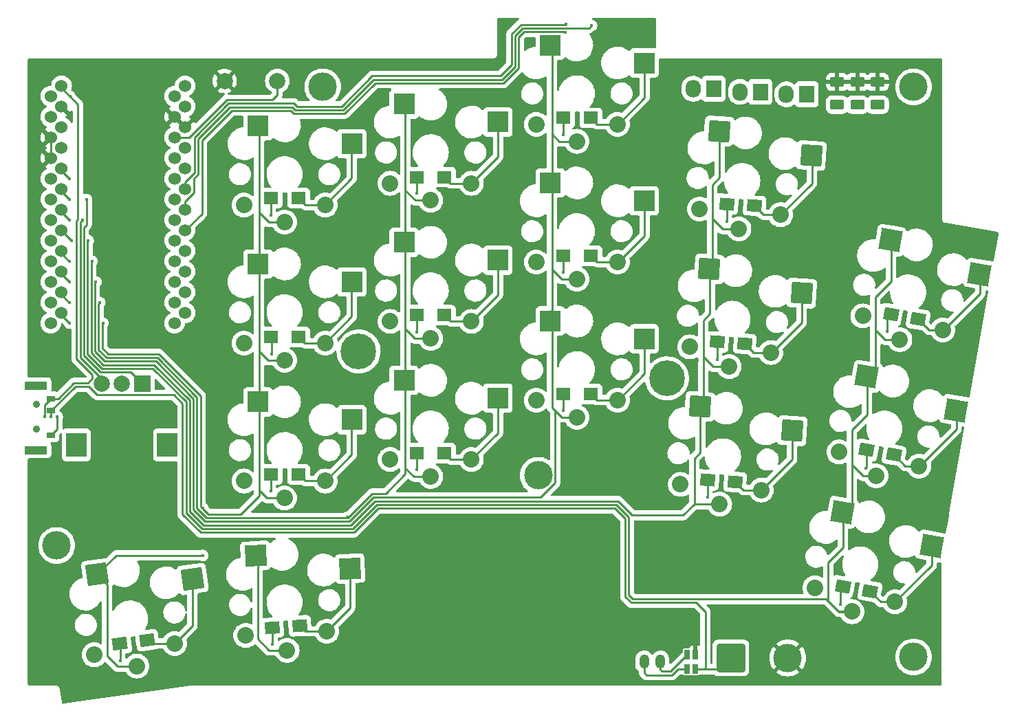
<source format=gbl>
G04 #@! TF.GenerationSoftware,KiCad,Pcbnew,(6.0.4)*
G04 #@! TF.CreationDate,2022-07-03T15:15:51+02:00*
G04 #@! TF.ProjectId,Klotz,4b6c6f74-7a2e-46b6-9963-61645f706362,0.2*
G04 #@! TF.SameCoordinates,Original*
G04 #@! TF.FileFunction,Copper,L2,Bot*
G04 #@! TF.FilePolarity,Positive*
%FSLAX46Y46*%
G04 Gerber Fmt 4.6, Leading zero omitted, Abs format (unit mm)*
G04 Created by KiCad (PCBNEW (6.0.4)) date 2022-07-03 15:15:51*
%MOMM*%
%LPD*%
G01*
G04 APERTURE LIST*
G04 Aperture macros list*
%AMRoundRect*
0 Rectangle with rounded corners*
0 $1 Rounding radius*
0 $2 $3 $4 $5 $6 $7 $8 $9 X,Y pos of 4 corners*
0 Add a 4 corners polygon primitive as box body*
4,1,4,$2,$3,$4,$5,$6,$7,$8,$9,$2,$3,0*
0 Add four circle primitives for the rounded corners*
1,1,$1+$1,$2,$3*
1,1,$1+$1,$4,$5*
1,1,$1+$1,$6,$7*
1,1,$1+$1,$8,$9*
0 Add four rect primitives between the rounded corners*
20,1,$1+$1,$2,$3,$4,$5,0*
20,1,$1+$1,$4,$5,$6,$7,0*
20,1,$1+$1,$6,$7,$8,$9,0*
20,1,$1+$1,$8,$9,$2,$3,0*%
%AMRotRect*
0 Rectangle, with rotation*
0 The origin of the aperture is its center*
0 $1 length*
0 $2 width*
0 $3 Rotation angle, in degrees counterclockwise*
0 Add horizontal line*
21,1,$1,$2,0,0,$3*%
G04 Aperture macros list end*
G04 #@! TA.AperFunction,ComponentPad*
%ADD10O,1.905000X2.159000*%
G04 #@! TD*
G04 #@! TA.AperFunction,ComponentPad*
%ADD11R,1.905000X2.159000*%
G04 #@! TD*
G04 #@! TA.AperFunction,ComponentPad*
%ADD12R,1.800000X1.500000*%
G04 #@! TD*
G04 #@! TA.AperFunction,ComponentPad*
%ADD13C,2.032000*%
G04 #@! TD*
G04 #@! TA.AperFunction,SMDPad,CuDef*
%ADD14R,2.600000X2.600000*%
G04 #@! TD*
G04 #@! TA.AperFunction,ComponentPad*
%ADD15RotRect,1.800000X1.500000X350.000000*%
G04 #@! TD*
G04 #@! TA.AperFunction,ComponentPad*
%ADD16C,2.000000*%
G04 #@! TD*
G04 #@! TA.AperFunction,SMDPad,CuDef*
%ADD17RotRect,2.600000X2.600000X350.000000*%
G04 #@! TD*
G04 #@! TA.AperFunction,ComponentPad*
%ADD18RoundRect,0.250000X0.625000X-0.375000X0.625000X0.375000X-0.625000X0.375000X-0.625000X-0.375000X0*%
G04 #@! TD*
G04 #@! TA.AperFunction,ComponentPad*
%ADD19C,4.400000*%
G04 #@! TD*
G04 #@! TA.AperFunction,ComponentPad*
%ADD20O,1.200000X1.750000*%
G04 #@! TD*
G04 #@! TA.AperFunction,SMDPad,CuDef*
%ADD21RotRect,2.600000X2.600000X356.000000*%
G04 #@! TD*
G04 #@! TA.AperFunction,ComponentPad*
%ADD22C,3.500000*%
G04 #@! TD*
G04 #@! TA.AperFunction,SMDPad,CuDef*
%ADD23RotRect,2.600000X2.600000X8.000000*%
G04 #@! TD*
G04 #@! TA.AperFunction,ComponentPad*
%ADD24RotRect,1.800000X1.500000X356.000000*%
G04 #@! TD*
G04 #@! TA.AperFunction,ComponentPad*
%ADD25RotRect,1.800000X1.500000X8.000000*%
G04 #@! TD*
G04 #@! TA.AperFunction,ComponentPad*
%ADD26RotRect,1.800000X1.500000X4.000000*%
G04 #@! TD*
G04 #@! TA.AperFunction,WasherPad*
%ADD27C,0.900000*%
G04 #@! TD*
G04 #@! TA.AperFunction,SMDPad,CuDef*
%ADD28R,1.000000X0.700000*%
G04 #@! TD*
G04 #@! TA.AperFunction,SMDPad,CuDef*
%ADD29R,2.800000X1.000000*%
G04 #@! TD*
G04 #@! TA.AperFunction,SMDPad,CuDef*
%ADD30RotRect,2.600000X2.600000X3.000000*%
G04 #@! TD*
G04 #@! TA.AperFunction,ComponentPad*
%ADD31C,1.524000*%
G04 #@! TD*
G04 #@! TA.AperFunction,ComponentPad*
%ADD32R,2.000000X2.000000*%
G04 #@! TD*
G04 #@! TA.AperFunction,ComponentPad*
%ADD33R,2.500000X3.000000*%
G04 #@! TD*
G04 #@! TA.AperFunction,SMDPad,CuDef*
%ADD34R,0.635000X1.143000*%
G04 #@! TD*
G04 #@! TA.AperFunction,ComponentPad*
%ADD35RoundRect,0.250002X-1.499998X-1.499998X1.499998X-1.499998X1.499998X1.499998X-1.499998X1.499998X0*%
G04 #@! TD*
G04 #@! TA.AperFunction,ViaPad*
%ADD36C,0.400000*%
G04 #@! TD*
G04 #@! TA.AperFunction,Conductor*
%ADD37C,0.250000*%
G04 #@! TD*
G04 APERTURE END LIST*
D10*
X178719019Y-58478792D03*
D11*
X181243019Y-58478792D03*
D12*
X151270000Y-61380000D03*
X154670000Y-61380000D03*
X133220000Y-102670000D03*
X136620000Y-102670000D03*
D13*
X152944862Y-64265117D03*
D14*
X149669862Y-52415117D03*
D13*
X157944862Y-62165117D03*
D14*
X161219862Y-54615117D03*
D13*
X147944862Y-62165117D03*
D15*
X191611654Y-85569596D03*
X194960000Y-86160000D03*
D10*
X173004504Y-58168721D03*
D11*
X175528504Y-58168721D03*
D16*
X109570000Y-56820000D03*
X116070000Y-56820000D03*
D13*
X186811540Y-122174614D03*
D17*
X185644025Y-109935944D03*
D13*
X182252162Y-119238277D03*
X192100240Y-120974758D03*
D17*
X196636529Y-114108158D03*
D18*
X189975000Y-59750000D03*
X189975000Y-56950000D03*
D14*
X131677431Y-93691867D03*
D13*
X134952431Y-105541867D03*
D14*
X143227431Y-95891867D03*
D13*
X129952431Y-103441867D03*
X139952431Y-103441867D03*
D12*
X115290000Y-88370000D03*
X118690000Y-88370000D03*
X133220000Y-85670000D03*
X136620000Y-85670000D03*
D19*
X126072491Y-90139683D03*
X164027509Y-93460317D03*
D20*
X163225000Y-128350000D03*
X161225000Y-128350000D03*
D21*
X168085323Y-96900005D03*
D13*
X170525731Y-108949592D03*
X165684399Y-106505925D03*
X175660040Y-107203490D03*
D21*
X179453723Y-99900334D03*
D22*
X194398013Y-57553692D03*
D15*
X185685827Y-119064798D03*
X189034173Y-119655202D03*
D13*
X152944862Y-81234448D03*
D14*
X149669862Y-69384448D03*
D13*
X157944862Y-79134448D03*
X147944862Y-79134448D03*
D14*
X161219862Y-71584448D03*
D22*
X148182160Y-105392393D03*
D13*
X172889446Y-75046203D03*
D21*
X170449038Y-62996616D03*
X181817438Y-65996945D03*
D13*
X168048114Y-72602536D03*
X178023755Y-73300101D03*
D21*
X169249535Y-79965952D03*
D13*
X171689943Y-92015539D03*
X176824252Y-90269437D03*
X166848611Y-89571872D03*
D21*
X180617935Y-82966281D03*
D14*
X149669862Y-86389060D03*
D13*
X152944862Y-98239060D03*
X157944862Y-96139060D03*
X147944862Y-96139060D03*
D14*
X161219862Y-88589060D03*
D13*
X98765590Y-128874617D03*
D23*
X93873261Y-117595732D03*
X105617038Y-118166872D03*
D13*
X93521986Y-127490919D03*
X103424667Y-126099188D03*
D12*
X151270000Y-78380000D03*
X154670000Y-78380000D03*
D22*
X88900000Y-114030000D03*
D24*
X170228282Y-88972828D03*
X173620000Y-89210000D03*
D13*
X116960000Y-108187813D03*
D14*
X113685000Y-96337813D03*
D13*
X121960000Y-106087813D03*
D14*
X125235000Y-98537813D03*
D13*
X111960000Y-106087813D03*
D18*
X187475000Y-59750000D03*
X187475000Y-56950000D03*
D15*
X188637481Y-102274394D03*
X191985827Y-102864798D03*
D12*
X151270000Y-95380000D03*
X154670000Y-95380000D03*
D25*
X96683088Y-126153188D03*
X100050000Y-125680000D03*
D26*
X115438282Y-124157172D03*
X118830000Y-123920000D03*
D13*
X192703186Y-88694576D03*
D17*
X191535671Y-76455906D03*
D13*
X188143808Y-85758239D03*
D17*
X202528175Y-80628120D03*
D13*
X197991886Y-87494720D03*
D22*
X121652143Y-57553692D03*
D12*
X133220000Y-68670000D03*
X136620000Y-68670000D03*
D14*
X113685000Y-79368484D03*
D13*
X116960000Y-91218484D03*
X111960000Y-89118484D03*
D14*
X125235000Y-81568484D03*
D13*
X121960000Y-89118484D03*
D27*
X86425000Y-96685000D03*
X86375000Y-99685000D03*
D28*
X88225000Y-100435000D03*
X88225000Y-97435000D03*
X88225000Y-95935000D03*
D29*
X86325000Y-94335000D03*
X86325000Y-102285000D03*
D13*
X134952431Y-71532647D03*
D14*
X131677431Y-59682647D03*
D13*
X129952431Y-69432647D03*
D14*
X143227431Y-61882647D03*
D13*
X139952431Y-69432647D03*
D12*
X115290000Y-105270000D03*
X118690000Y-105270000D03*
X115290000Y-71270000D03*
X118690000Y-71270000D03*
D24*
X171428282Y-71972828D03*
X174820000Y-72210000D03*
D14*
X113685000Y-62363872D03*
D13*
X116960000Y-74213872D03*
X121960000Y-72113872D03*
D14*
X125235000Y-64563872D03*
D13*
X111960000Y-72113872D03*
D30*
X113378089Y-115285950D03*
D13*
X117268782Y-126948309D03*
X112165729Y-125112867D03*
X122152024Y-124589507D03*
D30*
X125027400Y-116878454D03*
D22*
X194398013Y-127759458D03*
D13*
X134952431Y-88537259D03*
D14*
X131677431Y-76687259D03*
D13*
X129952431Y-86437259D03*
D14*
X143227431Y-78887259D03*
D13*
X139952431Y-86437259D03*
D31*
X88172500Y-58710000D03*
X104718900Y-57440000D03*
X104718900Y-59980000D03*
X88172500Y-61250000D03*
X88172500Y-63790000D03*
X104718900Y-62520000D03*
X104718900Y-65060000D03*
X88172500Y-66330000D03*
X104718900Y-67600000D03*
X88172500Y-68870000D03*
X88172500Y-71410000D03*
X104718900Y-70140000D03*
X104718900Y-72680000D03*
X88172500Y-73950000D03*
X88172500Y-76490000D03*
X104718900Y-75220000D03*
X88172500Y-79030000D03*
X104718900Y-77760000D03*
X88172500Y-81570000D03*
X104718900Y-80300000D03*
X88172500Y-84110000D03*
X104718900Y-82840000D03*
X104718900Y-85380000D03*
X88172500Y-86650000D03*
X103412500Y-86650000D03*
X89498900Y-85380000D03*
X89498900Y-82840000D03*
X103412500Y-84110000D03*
X89498900Y-80300000D03*
X103412500Y-81570000D03*
X89498900Y-77760000D03*
X103412500Y-79030000D03*
X103412500Y-76490000D03*
X89498900Y-75220000D03*
X89498900Y-72680000D03*
X103412500Y-73950000D03*
X103412500Y-71410000D03*
X89498900Y-70140000D03*
X89498900Y-67600000D03*
X103412500Y-68870000D03*
X103412500Y-66330000D03*
X89498900Y-65060000D03*
X103412500Y-63790000D03*
X89498900Y-62520000D03*
X103412500Y-61250000D03*
X89498900Y-59980000D03*
X89498900Y-57440000D03*
X103412500Y-58710000D03*
D24*
X169032423Y-105954242D03*
X172424141Y-106191414D03*
D32*
X99430000Y-94150000D03*
D16*
X94430000Y-94150000D03*
X96930000Y-94150000D03*
D33*
X91330000Y-101650000D03*
X102530000Y-101650000D03*
D10*
X167261254Y-57800649D03*
D11*
X169785254Y-57800649D03*
D18*
X184975000Y-59750000D03*
X184975000Y-56950000D03*
D17*
X188607484Y-93213563D03*
D13*
X189774999Y-105452233D03*
D17*
X199599988Y-97385777D03*
D13*
X185215621Y-102515896D03*
X195063699Y-104252377D03*
D34*
X166524620Y-129250000D03*
X167525380Y-129250000D03*
D35*
X171900000Y-127875000D03*
D22*
X178900000Y-127875000D03*
D34*
X166524620Y-127475000D03*
X167525380Y-127475000D03*
D36*
X133210000Y-70664500D03*
X191105500Y-87650000D03*
X171410000Y-74114500D03*
X115260000Y-73324500D03*
X151270000Y-63454500D03*
X151290000Y-80424500D03*
X133240000Y-87754500D03*
X188550000Y-104550000D03*
X115330000Y-90434500D03*
X170210000Y-91144500D03*
X169030000Y-108064500D03*
X115270000Y-107304500D03*
X133260000Y-104704500D03*
X151270000Y-97404500D03*
X185350000Y-121324500D03*
X115470000Y-126204500D03*
X96720000Y-128215419D03*
X136650000Y-70375000D03*
X138500000Y-71750000D03*
X147200000Y-52175000D03*
X195700000Y-84600000D03*
X192200000Y-104700000D03*
X168550000Y-110425000D03*
X107450000Y-78950000D03*
X118675000Y-90100000D03*
X126000000Y-85950000D03*
X167900000Y-75250000D03*
X168425000Y-104075000D03*
X196450000Y-107775000D03*
X109150000Y-106925000D03*
X175600000Y-70700000D03*
X188025000Y-100275000D03*
X191075000Y-83575000D03*
X108625000Y-114500000D03*
X189275000Y-121475000D03*
X108050000Y-93525000D03*
X119000000Y-125725000D03*
X171550000Y-59825000D03*
X177375000Y-56325000D03*
X147800000Y-98525000D03*
X119500000Y-121925000D03*
X163175000Y-61425000D03*
X126000000Y-104700000D03*
X138675000Y-88800000D03*
X107975000Y-126100000D03*
X154625000Y-97075000D03*
X192700000Y-101450000D03*
X136600000Y-87425000D03*
X90528608Y-61228608D03*
X165250000Y-108850000D03*
X118675000Y-73025000D03*
X118625000Y-106975000D03*
X169850000Y-93400000D03*
X100325000Y-127550000D03*
X175200000Y-74050000D03*
X174275000Y-87575000D03*
X100525000Y-123650000D03*
X121700000Y-91500000D03*
X119150000Y-69600000D03*
X148075000Y-60125000D03*
X138625000Y-105925000D03*
X185100000Y-116875000D03*
X154650000Y-63050000D03*
X126025000Y-70825000D03*
X174025000Y-91175000D03*
X101400000Y-94450000D03*
X199400000Y-90950000D03*
X170700000Y-70075000D03*
X176650000Y-61400000D03*
X158475000Y-52000000D03*
X169525000Y-87025000D03*
X172475000Y-108050000D03*
X189800000Y-118150000D03*
X170900000Y-76400000D03*
X195050000Y-88000000D03*
X154700000Y-80000000D03*
X152900000Y-55450000D03*
X136625000Y-104375000D03*
X173125000Y-104575000D03*
X167800000Y-91250000D03*
X106902652Y-109432327D03*
X90516108Y-86641108D03*
X106884980Y-115250000D03*
X94600000Y-86650000D03*
X124704590Y-110549540D03*
X94210000Y-84110000D03*
X90471108Y-84146108D03*
X93730000Y-81570000D03*
X90513608Y-81563608D03*
X93255000Y-79030000D03*
X90481108Y-79056108D03*
X90758378Y-76483378D03*
X92773540Y-76490000D03*
X90508608Y-71408608D03*
X92590000Y-71410000D03*
X90516108Y-73941108D03*
X92050000Y-73950000D03*
X154750000Y-50016096D03*
X151550000Y-50875000D03*
X87400000Y-98175000D03*
X90520878Y-58720878D03*
X151625000Y-49800500D03*
X88975000Y-98175000D03*
X90513608Y-68863608D03*
X88225000Y-98195000D03*
X168750000Y-129250000D03*
D37*
X151270000Y-63454500D02*
X151270000Y-61380000D01*
X171410000Y-74114500D02*
X171410000Y-71991110D01*
X133210000Y-70540000D02*
X133210000Y-68680000D01*
X133210000Y-70664500D02*
X133210000Y-70540000D01*
X115260000Y-73324500D02*
X115260000Y-73185000D01*
X115260000Y-73185000D02*
X115260000Y-71300000D01*
X191105500Y-87650000D02*
X191105500Y-86075750D01*
X121950000Y-72100000D02*
X125225000Y-68825000D01*
X119533872Y-72113872D02*
X118690000Y-71270000D01*
X121960000Y-72113872D02*
X119533872Y-72113872D01*
X125225000Y-68825000D02*
X125225000Y-64550000D01*
X139952431Y-69432647D02*
X137382647Y-69432647D01*
X137382647Y-69432647D02*
X136620000Y-68670000D01*
X143225000Y-66175000D02*
X139950000Y-69450000D01*
X143225000Y-61900000D02*
X143225000Y-66175000D01*
X161275000Y-54600000D02*
X161275000Y-58875000D01*
X157944862Y-62165117D02*
X155455117Y-62165117D01*
X155455117Y-62165117D02*
X154670000Y-61380000D01*
X161275000Y-58875000D02*
X158000000Y-62150000D01*
X181888149Y-69435707D02*
X181888149Y-66019193D01*
X175910101Y-73300101D02*
X174820000Y-72210000D01*
X178023755Y-73300101D02*
X181888149Y-69435707D01*
X178023755Y-73300101D02*
X175910101Y-73300101D01*
X197991886Y-87494720D02*
X196294720Y-87494720D01*
X196294720Y-87494720D02*
X194960000Y-86160000D01*
X202604503Y-82990757D02*
X198068214Y-87527046D01*
X202604503Y-80660446D02*
X202604503Y-82990757D01*
X188637481Y-104462519D02*
X188550000Y-104550000D01*
X188637481Y-102274394D02*
X188637481Y-104462519D01*
X133240000Y-87754500D02*
X133240000Y-85690000D01*
X115330000Y-90434500D02*
X115330000Y-88410000D01*
X170210000Y-91144500D02*
X170210000Y-88991110D01*
X151290000Y-80424500D02*
X151290000Y-78400000D01*
X125225000Y-81550000D02*
X125225000Y-85825000D01*
X121960000Y-89118484D02*
X119438484Y-89118484D01*
X119438484Y-89118484D02*
X118690000Y-88370000D01*
X125225000Y-85825000D02*
X121950000Y-89100000D01*
X139952431Y-86437259D02*
X137387259Y-86437259D01*
X143225000Y-78900000D02*
X143225000Y-83175000D01*
X137387259Y-86437259D02*
X136620000Y-85670000D01*
X143225000Y-83175000D02*
X139950000Y-86450000D01*
X157944862Y-79134448D02*
X155424448Y-79134448D01*
X161275000Y-71600000D02*
X161275000Y-75875000D01*
X155424448Y-79134448D02*
X154670000Y-78380000D01*
X161275000Y-75875000D02*
X158000000Y-79150000D01*
X176908606Y-90280937D02*
X180617935Y-86571607D01*
X180617935Y-82966281D02*
X180617935Y-86571607D01*
X176824252Y-90269437D02*
X174679437Y-90269437D01*
X174679437Y-90269437D02*
X173620000Y-89210000D01*
X199652484Y-99732489D02*
X195116195Y-104268778D01*
X195063699Y-104252377D02*
X193373406Y-104252377D01*
X193373406Y-104252377D02*
X191985827Y-102864798D01*
X199652484Y-97402178D02*
X199652484Y-99732489D01*
X115270000Y-107304500D02*
X115270000Y-105290000D01*
X133260000Y-104704500D02*
X133260000Y-102710000D01*
X169030000Y-108064500D02*
X169030000Y-105956665D01*
X185350000Y-121324500D02*
X185350000Y-119400625D01*
X151270000Y-97404500D02*
X151270000Y-95380000D01*
X125225000Y-102825000D02*
X121950000Y-106100000D01*
X125225000Y-98550000D02*
X125225000Y-102825000D01*
X119507813Y-106087813D02*
X118690000Y-105270000D01*
X121960000Y-106087813D02*
X119507813Y-106087813D01*
X139952431Y-103441867D02*
X137391867Y-103441867D01*
X143225000Y-95900000D02*
X143225000Y-100175000D01*
X137391867Y-103441867D02*
X136620000Y-102670000D01*
X143225000Y-100175000D02*
X139950000Y-103450000D01*
X161275000Y-88600000D02*
X161275000Y-92875000D01*
X161275000Y-92875000D02*
X158000000Y-96150000D01*
X155429060Y-96139060D02*
X154670000Y-95380000D01*
X157944862Y-96139060D02*
X155429060Y-96139060D01*
X179453723Y-99900334D02*
X179453723Y-103409807D01*
X175660040Y-107203490D02*
X173436217Y-107203490D01*
X179453723Y-103409807D02*
X175660040Y-107203490D01*
X173436217Y-107203490D02*
X172424141Y-106191414D01*
X192100240Y-120974758D02*
X190353729Y-120974758D01*
X190353729Y-120974758D02*
X189034173Y-119655202D01*
X196636529Y-116438469D02*
X192100240Y-120974758D01*
X196636529Y-114108158D02*
X196636529Y-116438469D01*
X115470000Y-126204500D02*
X115470000Y-124188890D01*
X96720000Y-128215419D02*
X96720000Y-126190100D01*
X89498900Y-60198900D02*
X90528608Y-61228608D01*
X88172500Y-66330000D02*
X88172500Y-63790000D01*
X115484209Y-59140791D02*
X109859211Y-59140791D01*
X109859211Y-59140791D02*
X105210000Y-63790000D01*
X103412500Y-63790000D02*
X105210000Y-63790000D01*
X116070000Y-56820000D02*
X116070000Y-58555000D01*
X116070000Y-58555000D02*
X115484209Y-59140791D01*
X115007914Y-74213872D02*
X113834521Y-73040479D01*
X106628439Y-109264152D02*
X106628439Y-95595569D01*
X113834521Y-79518005D02*
X113834521Y-90115479D01*
X107539287Y-110175000D02*
X111575000Y-110175000D01*
X113834521Y-62513393D02*
X113834521Y-73040479D01*
X94496640Y-86753360D02*
X94600000Y-86650000D01*
X106869561Y-115265419D02*
X106884980Y-115250000D01*
X113834521Y-107240479D02*
X114781855Y-108187813D01*
X111575000Y-110175000D02*
X113834521Y-107915479D01*
X113834521Y-90115479D02*
X113834521Y-96188292D01*
X116960000Y-91218484D02*
X114937526Y-91218484D01*
X106884979Y-109520692D02*
X107539287Y-110175000D01*
X95100000Y-118822471D02*
X95100000Y-127675000D01*
X113834521Y-96487334D02*
X113834521Y-107240479D01*
X94496640Y-89746640D02*
X94496640Y-86753360D01*
X113834521Y-107915479D02*
X113834521Y-107240479D01*
X89498900Y-85623900D02*
X90516108Y-86641108D01*
X95202400Y-90452400D02*
X94496640Y-89746640D01*
X93873261Y-117595732D02*
X96203574Y-115265419D01*
X106796614Y-109432327D02*
X106628439Y-109264152D01*
X96364930Y-128939930D02*
X98700277Y-128939930D01*
X93873261Y-117595732D02*
X95100000Y-118822471D01*
X106902652Y-109432327D02*
X106884979Y-109450000D01*
X96203574Y-115265419D02*
X106869561Y-115265419D01*
X106628439Y-95595569D02*
X101485270Y-90452400D01*
X95100000Y-127675000D02*
X96364930Y-128939930D01*
X114781855Y-108187813D02*
X116960000Y-108187813D01*
X113834521Y-73040479D02*
X113834521Y-79218963D01*
X114937526Y-91218484D02*
X113834521Y-90115479D01*
X116960000Y-74213872D02*
X115007914Y-74213872D01*
X106902652Y-109432327D02*
X106796614Y-109432327D01*
X101485270Y-90452400D02*
X95202400Y-90452400D01*
X106884979Y-109450000D02*
X106884979Y-109520692D01*
X113645113Y-115552974D02*
X113645113Y-125545113D01*
X131826952Y-76836780D02*
X131826952Y-87373048D01*
X131826952Y-93841388D02*
X131826952Y-104501952D01*
X134952431Y-71532647D02*
X133036551Y-71532647D01*
X101299072Y-90901920D02*
X95016202Y-90901920D01*
X131826952Y-104501952D02*
X131826952Y-105226952D01*
X106178919Y-109450350D02*
X106178919Y-95781768D01*
X94047120Y-84272880D02*
X94210000Y-84110000D01*
X131826952Y-87373048D02*
X131826952Y-93542346D01*
X129401984Y-107651920D02*
X127730210Y-107651920D01*
X131826952Y-59832168D02*
X131826952Y-70323048D01*
X131826952Y-105226952D02*
X129401984Y-107651920D01*
X131826952Y-70323048D02*
X131826952Y-76537738D01*
X127730210Y-107651920D02*
X124757609Y-110624520D01*
X95016202Y-90901920D02*
X94047120Y-89932838D01*
X115048309Y-126948309D02*
X117268782Y-126948309D01*
X132991163Y-88537259D02*
X131826952Y-87373048D01*
X124757609Y-110624520D02*
X107353089Y-110624520D01*
X107353089Y-110624520D02*
X106178919Y-109450350D01*
X113645113Y-125545113D02*
X115048309Y-126948309D01*
X134952431Y-88537259D02*
X132991163Y-88537259D01*
X89498900Y-83173900D02*
X90471108Y-84146108D01*
X94047120Y-89932838D02*
X94047120Y-84272880D01*
X106178919Y-95781768D02*
X101299072Y-90901920D01*
X133036551Y-71532647D02*
X131826952Y-70323048D01*
X132866867Y-105541867D02*
X131826952Y-104501952D01*
X134952431Y-105541867D02*
X132866867Y-105541867D01*
X124943807Y-111074040D02*
X127916408Y-108101440D01*
X149874521Y-79495479D02*
X149874521Y-80033635D01*
X149874521Y-85025479D02*
X149725000Y-85175000D01*
X149874521Y-69549521D02*
X149874521Y-79495479D01*
X149874521Y-86549521D02*
X149874521Y-97033635D01*
X151075334Y-81234448D02*
X152944862Y-81234448D01*
X94830004Y-91351440D02*
X101112876Y-91351440D01*
X127916408Y-108101440D02*
X148498560Y-108101440D01*
X151079946Y-98239060D02*
X152944862Y-98239060D01*
X150182943Y-97342057D02*
X151079946Y-98239060D01*
X150256671Y-106343329D02*
X150256671Y-97415785D01*
X105729399Y-95967965D02*
X105729399Y-109636548D01*
X148498560Y-108101440D02*
X150256671Y-106343329D01*
X149900000Y-68100000D02*
X149900000Y-69225000D01*
X149874521Y-79495479D02*
X149874521Y-79973543D01*
X107166891Y-111074040D02*
X124943807Y-111074040D01*
X149874521Y-63364521D02*
X149874521Y-68074521D01*
X101112876Y-91351440D02*
X105729399Y-95967965D01*
X149874521Y-68074521D02*
X149900000Y-68100000D01*
X93597600Y-90119036D02*
X94830004Y-91351440D01*
X149725000Y-85175000D02*
X149725000Y-86400000D01*
X105729399Y-109636548D02*
X107166891Y-111074040D01*
X149874521Y-80033635D02*
X151075334Y-81234448D01*
X89498900Y-80548900D02*
X90513608Y-81563608D01*
X149874521Y-79973543D02*
X149874521Y-85025479D01*
X149874521Y-63364521D02*
X150775117Y-64265117D01*
X149874521Y-97033635D02*
X150182943Y-97342057D01*
X149874521Y-52549521D02*
X149874521Y-63364521D01*
X150256671Y-97415785D02*
X150182943Y-97342057D01*
X150775117Y-64265117D02*
X152944862Y-64265117D01*
X93597600Y-81702400D02*
X93597600Y-90119036D01*
X93730000Y-81570000D02*
X93597600Y-81702400D01*
X170890699Y-75046203D02*
X172889446Y-75046203D01*
X105279879Y-109822746D02*
X106980693Y-111523560D01*
X168148288Y-96936300D02*
X168148288Y-102301712D01*
X170868451Y-75068451D02*
X170890699Y-75046203D01*
X169738539Y-92015539D02*
X169727039Y-92027039D01*
X170520008Y-63067586D02*
X170520008Y-66479992D01*
X89498900Y-78073900D02*
X90481108Y-79056108D01*
X171689943Y-92015539D02*
X169738539Y-92015539D01*
X168500000Y-95350000D02*
X168500000Y-96485328D01*
X170520008Y-66479992D02*
X170520008Y-68679992D01*
X168148288Y-102551712D02*
X167400000Y-103300000D01*
X167424592Y-108949592D02*
X167400000Y-108925000D01*
X100926677Y-91800960D02*
X105279879Y-96154162D01*
X169334148Y-79977711D02*
X169334148Y-84434148D01*
X93148080Y-90305234D02*
X94643806Y-91800960D01*
X125130004Y-111523560D02*
X128102604Y-108550960D01*
X93255000Y-79030000D02*
X93148080Y-79136920D01*
X169600000Y-69600000D02*
X169600000Y-73800000D01*
X167400000Y-103300000D02*
X167400000Y-108925000D01*
X168148288Y-102301712D02*
X168148288Y-102551712D01*
X168148288Y-96962970D02*
X168148288Y-102301712D01*
X170868451Y-75068451D02*
X172960157Y-75068451D01*
X169334148Y-85465852D02*
X168500000Y-86300000D01*
X169334148Y-84434148D02*
X169334148Y-80050565D01*
X169727039Y-92027039D02*
X171774297Y-92027039D01*
X159735718Y-110289282D02*
X166035718Y-110289282D01*
X169600000Y-73800000D02*
X169600000Y-79711341D01*
X105279879Y-96154162D02*
X105279879Y-109822746D01*
X169334148Y-84434148D02*
X169334148Y-85465852D01*
X170520008Y-68679992D02*
X169600000Y-69600000D01*
X168500000Y-90800000D02*
X168500000Y-95350000D01*
X170525731Y-108949592D02*
X167424592Y-108949592D01*
X94643806Y-91800960D02*
X100926677Y-91800960D01*
X157997394Y-108550960D02*
X159735718Y-110289282D01*
X168500000Y-95350000D02*
X168500000Y-96584070D01*
X166035718Y-110289282D02*
X167400000Y-108925000D01*
X168500000Y-86300000D02*
X168500000Y-90800000D01*
X170520008Y-63019123D02*
X170520008Y-66479992D01*
X157997394Y-108550960D02*
X128102604Y-108550960D01*
X169600000Y-73800000D02*
X170868451Y-75068451D01*
X106980693Y-111523560D02*
X125130004Y-111523560D01*
X93148080Y-79136920D02*
X93148080Y-90305234D01*
X168500000Y-90800000D02*
X169727039Y-92027039D01*
X186800000Y-108879657D02*
X185707961Y-109971696D01*
X189827495Y-105468634D02*
X188168634Y-105468634D01*
X186811540Y-122174614D02*
X185174614Y-122174614D01*
X188659980Y-97940020D02*
X188659980Y-93229964D01*
X90758378Y-76483378D02*
X90758378Y-76479478D01*
X186800000Y-99800000D02*
X188659980Y-97940020D01*
X106794495Y-111973080D02*
X104830359Y-110008944D01*
X183912500Y-120912500D02*
X185075000Y-122075000D01*
X188168634Y-105468634D02*
X188185035Y-105452233D01*
X188185035Y-105452233D02*
X189774999Y-105452233D01*
X94457609Y-92250480D02*
X92698560Y-90491431D01*
X186800000Y-104100000D02*
X186800000Y-108879657D01*
X92698560Y-76564980D02*
X92773540Y-76490000D01*
X190926902Y-88726902D02*
X189700000Y-87500000D01*
X188168634Y-105468634D02*
X186800000Y-104100000D01*
X157811196Y-109000480D02*
X128288802Y-109000480D01*
X191611999Y-81488001D02*
X191611999Y-76488232D01*
X189700000Y-87500000D02*
X189700000Y-92189944D01*
X159839283Y-120625000D02*
X183625000Y-120625000D01*
X92698560Y-90491431D02*
X92698560Y-76564980D01*
X183900000Y-116100000D02*
X185707961Y-114292039D01*
X183900000Y-120900000D02*
X183900000Y-116100000D01*
X104830359Y-96340360D02*
X100740479Y-92250480D01*
X185210366Y-122210366D02*
X185075000Y-122075000D01*
X183912500Y-120912500D02*
X183900000Y-120900000D01*
X90758378Y-76479478D02*
X89498900Y-75220000D01*
X159349520Y-110538803D02*
X159349520Y-120135237D01*
X185707961Y-114292039D02*
X185707961Y-109971696D01*
X189700000Y-87500000D02*
X189700000Y-83400000D01*
X159349520Y-120135237D02*
X159839283Y-120625000D01*
X100740479Y-92250480D02*
X94457609Y-92250480D01*
X128288802Y-109000480D02*
X125316202Y-111973080D01*
X185174614Y-122174614D02*
X185075000Y-122075000D01*
X183625000Y-120625000D02*
X183912500Y-120912500D01*
X157811196Y-109000480D02*
X159349520Y-110538803D01*
X186800000Y-104100000D02*
X186800000Y-99800000D01*
X189700000Y-92189944D02*
X188659980Y-93229964D01*
X104830359Y-110008944D02*
X104830359Y-96340360D01*
X189700000Y-83400000D02*
X191611999Y-81488001D01*
X186875476Y-122210366D02*
X185210366Y-122210366D01*
X125316202Y-111973080D02*
X106794495Y-111973080D01*
X192779514Y-88726902D02*
X190926902Y-88726902D01*
X94271411Y-92700000D02*
X97980000Y-92700000D01*
X89498900Y-70398900D02*
X90508608Y-71408608D01*
X92249040Y-74875000D02*
X92249040Y-90677629D01*
X97980000Y-92700000D02*
X99430000Y-94150000D01*
X92600000Y-74524040D02*
X92249040Y-74875000D01*
X92600000Y-71420000D02*
X92600000Y-74524040D01*
X92590000Y-71410000D02*
X92600000Y-71420000D01*
X92249040Y-90677629D02*
X94271411Y-92700000D01*
X91799520Y-90863827D02*
X91799520Y-74200480D01*
X89498900Y-72923900D02*
X90516108Y-73941108D01*
X91799520Y-74200480D02*
X92050000Y-73950000D01*
X94430000Y-93494307D02*
X91799520Y-90863827D01*
X103424667Y-126099188D02*
X105617038Y-123906817D01*
X105617038Y-123906817D02*
X105617038Y-118166872D01*
X103424667Y-126099188D02*
X100469188Y-126099188D01*
X154441096Y-50325000D02*
X146259284Y-50325000D01*
X106324520Y-63946916D02*
X106324520Y-68325480D01*
X124188802Y-60400480D02*
X118283300Y-60400480D01*
X105805411Y-68855411D02*
X105805411Y-70594589D01*
X145350480Y-51233803D02*
X145350480Y-55049520D01*
X145350480Y-55049520D02*
X143740000Y-56660000D01*
X116810169Y-60039831D02*
X110231605Y-60039831D01*
X104718900Y-71681100D02*
X104718900Y-72680000D01*
X117922651Y-60039831D02*
X116810169Y-60039831D01*
X110231605Y-60039831D02*
X106324520Y-63946916D01*
X106324520Y-68325480D02*
X105800000Y-68850000D01*
X127929282Y-56660000D02*
X124188802Y-60400480D01*
X154750000Y-50016096D02*
X154441096Y-50325000D01*
X105800000Y-68850000D02*
X105805411Y-68855411D01*
X146259284Y-50325000D02*
X145350480Y-51233803D01*
X105805411Y-70594589D02*
X104718900Y-71681100D01*
X143740000Y-56660000D02*
X127929282Y-56660000D01*
X118283300Y-60400480D02*
X117922651Y-60039831D01*
X151465606Y-50790606D02*
X146429394Y-50790606D01*
X128115480Y-57109520D02*
X124375000Y-60850000D01*
X146429394Y-50790606D02*
X145800000Y-51420000D01*
X124375000Y-60850000D02*
X118097102Y-60850000D01*
X106774040Y-64133114D02*
X106774040Y-73164860D01*
X145800000Y-51420000D02*
X145800000Y-55235717D01*
X118097102Y-60850000D02*
X117736453Y-60489351D01*
X145800000Y-55235717D02*
X143926197Y-57109520D01*
X151550000Y-50875000D02*
X151465606Y-50790606D01*
X110417803Y-60489351D02*
X106774040Y-64133114D01*
X106774040Y-73164860D02*
X104718900Y-75220000D01*
X143926197Y-57109520D02*
X128115480Y-57109520D01*
X117736453Y-60489351D02*
X110417803Y-60489351D01*
X89089282Y-95935000D02*
X91023802Y-94000480D01*
X93287488Y-92987513D02*
X91350000Y-91050024D01*
X88225000Y-95935000D02*
X89089282Y-95935000D01*
X88225000Y-95935000D02*
X87400000Y-96760000D01*
X93287488Y-93462512D02*
X93287488Y-92987513D01*
X91350000Y-74014283D02*
X91500000Y-73864283D01*
X89498900Y-57698900D02*
X90520878Y-58720878D01*
X91350000Y-91050024D02*
X91350000Y-74014283D01*
X91023802Y-94000480D02*
X92749520Y-94000480D01*
X91500000Y-73864283D02*
X91500000Y-59700000D01*
X87400000Y-96760000D02*
X87400000Y-98175000D01*
X92749520Y-94000480D02*
X93287488Y-93462512D01*
X91500000Y-59700000D02*
X90520878Y-58720878D01*
X125027400Y-121714131D02*
X122152024Y-124589507D01*
X122152024Y-124589507D02*
X119499507Y-124589507D01*
X125027400Y-116878454D02*
X125027400Y-121714131D01*
X119499507Y-124589507D02*
X118830000Y-123920000D01*
X118108849Y-59590311D02*
X110045408Y-59590311D01*
X104718900Y-69281100D02*
X104718900Y-70140000D01*
X144900960Y-51040960D02*
X144900960Y-54863322D01*
X105875000Y-63760718D02*
X105875000Y-68125000D01*
X105875000Y-68125000D02*
X104718900Y-69281100D01*
X127743086Y-56210480D02*
X124002606Y-59950960D01*
X151550020Y-49875480D02*
X146066440Y-49875480D01*
X146066440Y-49875480D02*
X144900960Y-51040960D01*
X118469498Y-59950960D02*
X118108849Y-59590311D01*
X143553802Y-56210480D02*
X127743086Y-56210480D01*
X151625000Y-49800500D02*
X151550020Y-49875480D01*
X124002606Y-59950960D02*
X118469498Y-59950960D01*
X110045408Y-59590311D02*
X105875000Y-63760718D01*
X144900960Y-54863322D02*
X143553802Y-56210480D01*
X88975000Y-98175000D02*
X88975000Y-99685000D01*
X88975000Y-99685000D02*
X88225000Y-100435000D01*
X89498900Y-67848900D02*
X90513608Y-68863608D01*
X163225000Y-129300000D02*
X163225000Y-128350000D01*
X166524620Y-127475000D02*
X164474140Y-129525480D01*
X164474140Y-129525480D02*
X163450480Y-129525480D01*
X163450480Y-129525480D02*
X163225000Y-129300000D01*
X161225000Y-128350000D02*
X161225000Y-129700000D01*
X165385338Y-129250000D02*
X166524620Y-129250000D01*
X161225000Y-129700000D02*
X161500000Y-129975000D01*
X164660337Y-129975000D02*
X165385338Y-129250000D01*
X161500000Y-129975000D02*
X164660337Y-129975000D01*
X159653085Y-121074520D02*
X158900000Y-120321435D01*
X128475000Y-109450000D02*
X125502400Y-112422600D01*
X168750000Y-129250000D02*
X167525380Y-129250000D01*
X168750000Y-129250000D02*
X168750000Y-122200000D01*
X92825000Y-94450000D02*
X91210000Y-94450000D01*
X104380839Y-96526557D02*
X103328793Y-95474511D01*
X167624520Y-121074520D02*
X159653085Y-121074520D01*
X93849511Y-95474511D02*
X92825000Y-94450000D01*
X125502400Y-112422600D02*
X106608297Y-112422600D01*
X104380839Y-110195142D02*
X104380839Y-96526557D01*
X157625000Y-109450000D02*
X128475000Y-109450000D01*
X158900000Y-120321435D02*
X158900000Y-110725000D01*
X91210000Y-94450000D02*
X88225000Y-97435000D01*
X168750000Y-122200000D02*
X167624520Y-121074520D01*
X158900000Y-110725000D02*
X157625000Y-109450000D01*
X88225000Y-98050000D02*
X88225000Y-97435000D01*
X88225000Y-98195000D02*
X88225000Y-98050000D01*
X103328793Y-95474511D02*
X93849511Y-95474511D01*
X168750000Y-129250000D02*
X170525000Y-129250000D01*
X106608297Y-112422600D02*
X104380839Y-110195142D01*
G04 #@! TA.AperFunction,Conductor*
G36*
X92578527Y-95103502D02*
G01*
X92599501Y-95120405D01*
X93345854Y-95866758D01*
X93353398Y-95875048D01*
X93357511Y-95881529D01*
X93363288Y-95886954D01*
X93407178Y-95928169D01*
X93410020Y-95930924D01*
X93429741Y-95950645D01*
X93432936Y-95953123D01*
X93441958Y-95960829D01*
X93474190Y-95991097D01*
X93481139Y-95994917D01*
X93491943Y-96000857D01*
X93508467Y-96011710D01*
X93524470Y-96024124D01*
X93565054Y-96041687D01*
X93575684Y-96046894D01*
X93614451Y-96068206D01*
X93622128Y-96070177D01*
X93622133Y-96070179D01*
X93634069Y-96073243D01*
X93652777Y-96079648D01*
X93671366Y-96087692D01*
X93679191Y-96088931D01*
X93679193Y-96088932D01*
X93715030Y-96094608D01*
X93726651Y-96097015D01*
X93761286Y-96105907D01*
X93769481Y-96108011D01*
X93789742Y-96108011D01*
X93809451Y-96109562D01*
X93829454Y-96112730D01*
X93837346Y-96111984D01*
X93842573Y-96111490D01*
X93873465Y-96108570D01*
X93885322Y-96108011D01*
X103014198Y-96108011D01*
X103082319Y-96128013D01*
X103103294Y-96144916D01*
X103710435Y-96752058D01*
X103744460Y-96814370D01*
X103747339Y-96841153D01*
X103747339Y-99515500D01*
X103727337Y-99583621D01*
X103673681Y-99630114D01*
X103621339Y-99641500D01*
X101231866Y-99641500D01*
X101169684Y-99648255D01*
X101033295Y-99699385D01*
X100916739Y-99786739D01*
X100829385Y-99903295D01*
X100778255Y-100039684D01*
X100771500Y-100101866D01*
X100771500Y-103198134D01*
X100778255Y-103260316D01*
X100829385Y-103396705D01*
X100916739Y-103513261D01*
X101033295Y-103600615D01*
X101169684Y-103651745D01*
X101231866Y-103658500D01*
X103621339Y-103658500D01*
X103689460Y-103678502D01*
X103735953Y-103732158D01*
X103747339Y-103784500D01*
X103747339Y-110116375D01*
X103746812Y-110127558D01*
X103745137Y-110135051D01*
X103745386Y-110142977D01*
X103745386Y-110142978D01*
X103747277Y-110203128D01*
X103747339Y-110207087D01*
X103747339Y-110234998D01*
X103747836Y-110238932D01*
X103747836Y-110238933D01*
X103747844Y-110238998D01*
X103748777Y-110250835D01*
X103750166Y-110295031D01*
X103755817Y-110314481D01*
X103759826Y-110333842D01*
X103762365Y-110353939D01*
X103765284Y-110361310D01*
X103765284Y-110361312D01*
X103778643Y-110395054D01*
X103782488Y-110406284D01*
X103794821Y-110448735D01*
X103798854Y-110455554D01*
X103798856Y-110455559D01*
X103805132Y-110466170D01*
X103813827Y-110483918D01*
X103821287Y-110502759D01*
X103825949Y-110509175D01*
X103825949Y-110509176D01*
X103847275Y-110538529D01*
X103853791Y-110548449D01*
X103869440Y-110574909D01*
X103876297Y-110586504D01*
X103890618Y-110600825D01*
X103903458Y-110615858D01*
X103915367Y-110632249D01*
X103921473Y-110637300D01*
X103949444Y-110660440D01*
X103958223Y-110668430D01*
X106104640Y-112814847D01*
X106112184Y-112823137D01*
X106116297Y-112829618D01*
X106122074Y-112835043D01*
X106165964Y-112876258D01*
X106168806Y-112879013D01*
X106188527Y-112898734D01*
X106191722Y-112901212D01*
X106200744Y-112908918D01*
X106232976Y-112939186D01*
X106239925Y-112943006D01*
X106250729Y-112948946D01*
X106267253Y-112959799D01*
X106283256Y-112972213D01*
X106323840Y-112989776D01*
X106334470Y-112994983D01*
X106373237Y-113016295D01*
X106380914Y-113018266D01*
X106380919Y-113018268D01*
X106392855Y-113021332D01*
X106411563Y-113027737D01*
X106430152Y-113035781D01*
X106437980Y-113037021D01*
X106437987Y-113037023D01*
X106473821Y-113042699D01*
X106485441Y-113045105D01*
X106517256Y-113053273D01*
X106528267Y-113056100D01*
X106548521Y-113056100D01*
X106568231Y-113057651D01*
X106588240Y-113060820D01*
X106596132Y-113060074D01*
X106614877Y-113058302D01*
X106632259Y-113056659D01*
X106644116Y-113056100D01*
X115736407Y-113056100D01*
X115804528Y-113076102D01*
X115851021Y-113129758D01*
X115861125Y-113200032D01*
X115831631Y-113264612D01*
X115795562Y-113293350D01*
X115581659Y-113407085D01*
X115578100Y-113409671D01*
X115578098Y-113409672D01*
X115366176Y-113563642D01*
X115354409Y-113572191D01*
X115351245Y-113575247D01*
X115351242Y-113575249D01*
X115242406Y-113680351D01*
X115179509Y-113713283D01*
X115108793Y-113706983D01*
X115052708Y-113663451D01*
X115048748Y-113657525D01*
X115045357Y-113649745D01*
X114952022Y-113537920D01*
X114831054Y-113456786D01*
X114692176Y-113412864D01*
X114684288Y-113412423D01*
X114633129Y-113409563D01*
X114633125Y-113409563D01*
X114629726Y-113409373D01*
X111937153Y-113550484D01*
X111875410Y-113560484D01*
X111741884Y-113618682D01*
X111630059Y-113712017D01*
X111548925Y-113832985D01*
X111505003Y-113971863D01*
X111504562Y-113979751D01*
X111501713Y-114030725D01*
X111501512Y-114034313D01*
X111575230Y-115440934D01*
X111575840Y-115452574D01*
X111559431Y-115521648D01*
X111508282Y-115570885D01*
X111476210Y-115582415D01*
X111215622Y-115637805D01*
X111211493Y-115639308D01*
X111211489Y-115639309D01*
X110955811Y-115732368D01*
X110955807Y-115732370D01*
X110951666Y-115733877D01*
X110703650Y-115865750D01*
X110700091Y-115868336D01*
X110700089Y-115868337D01*
X110480722Y-116027716D01*
X110476400Y-116030856D01*
X110473236Y-116033912D01*
X110473233Y-116033914D01*
X110404012Y-116100760D01*
X110274340Y-116225983D01*
X110101404Y-116447332D01*
X110099208Y-116451136D01*
X110099203Y-116451143D01*
X110005083Y-116614164D01*
X109960956Y-116690595D01*
X109855730Y-116951038D01*
X109854665Y-116955311D01*
X109854664Y-116955313D01*
X109791112Y-117210207D01*
X109787775Y-117223590D01*
X109787316Y-117227958D01*
X109787315Y-117227963D01*
X109759691Y-117490799D01*
X109758414Y-117502947D01*
X109758567Y-117507335D01*
X109758567Y-117507341D01*
X109767607Y-117766199D01*
X109768217Y-117783672D01*
X109768979Y-117787995D01*
X109768980Y-117788002D01*
X109784450Y-117875737D01*
X109816994Y-118060301D01*
X109903795Y-118327449D01*
X109905723Y-118331402D01*
X109905725Y-118331407D01*
X109958835Y-118440297D01*
X110026932Y-118579916D01*
X110029387Y-118583555D01*
X110029390Y-118583561D01*
X110093524Y-118678643D01*
X110184007Y-118812790D01*
X110371963Y-119021536D01*
X110375325Y-119024357D01*
X110375326Y-119024358D01*
X110415659Y-119058201D01*
X110587142Y-119202093D01*
X110825356Y-119350945D01*
X110963725Y-119412551D01*
X111050842Y-119451338D01*
X111081967Y-119465196D01*
X111351982Y-119542621D01*
X111356332Y-119543232D01*
X111356335Y-119543233D01*
X111459282Y-119557701D01*
X111630144Y-119581714D01*
X111840738Y-119581714D01*
X111842924Y-119581561D01*
X111842928Y-119581561D01*
X112046419Y-119567332D01*
X112046424Y-119567331D01*
X112050804Y-119567025D01*
X112325562Y-119508623D01*
X112329691Y-119507120D01*
X112329695Y-119507119D01*
X112585373Y-119414060D01*
X112585377Y-119414058D01*
X112589518Y-119412551D01*
X112635436Y-119388136D01*
X112826459Y-119286567D01*
X112895997Y-119272247D01*
X112962238Y-119297795D01*
X113004150Y-119355099D01*
X113011613Y-119397818D01*
X113011613Y-120890999D01*
X112991611Y-120959120D01*
X112937955Y-121005613D01*
X112867681Y-121015717D01*
X112803101Y-120986223D01*
X112768421Y-120937281D01*
X112727117Y-120832693D01*
X112689571Y-120737621D01*
X112569891Y-120540394D01*
X112553363Y-120521347D01*
X112422191Y-120370184D01*
X112422189Y-120370182D01*
X112418691Y-120366151D01*
X112371603Y-120327541D01*
X112244423Y-120223259D01*
X112244417Y-120223255D01*
X112240295Y-120219875D01*
X112039803Y-120105749D01*
X112034787Y-120103928D01*
X112034782Y-120103926D01*
X111827963Y-120028854D01*
X111827959Y-120028853D01*
X111822948Y-120027034D01*
X111817699Y-120026085D01*
X111817696Y-120026084D01*
X111600015Y-119986721D01*
X111600008Y-119986720D01*
X111595931Y-119985983D01*
X111578194Y-119985147D01*
X111573246Y-119984913D01*
X111573239Y-119984913D01*
X111571758Y-119984843D01*
X111409613Y-119984843D01*
X111342657Y-119990524D01*
X111242976Y-119998982D01*
X111242972Y-119998983D01*
X111237665Y-119999433D01*
X111232510Y-120000771D01*
X111232504Y-120000772D01*
X111019535Y-120056048D01*
X111019531Y-120056049D01*
X111014366Y-120057390D01*
X111009500Y-120059582D01*
X111009497Y-120059583D01*
X110880568Y-120117661D01*
X110804023Y-120152142D01*
X110799603Y-120155118D01*
X110799599Y-120155120D01*
X110732912Y-120200017D01*
X110612653Y-120280981D01*
X110445726Y-120440221D01*
X110442538Y-120444506D01*
X110314590Y-120616475D01*
X110308017Y-120625309D01*
X110305602Y-120630059D01*
X110214024Y-120810180D01*
X110203461Y-120830955D01*
X110179208Y-120909061D01*
X110136633Y-121046173D01*
X110136632Y-121046179D01*
X110135049Y-121051276D01*
X110123758Y-121136466D01*
X110107542Y-121258821D01*
X110104738Y-121279975D01*
X110113392Y-121510511D01*
X110160766Y-121736293D01*
X110162724Y-121741252D01*
X110162725Y-121741254D01*
X110192033Y-121815465D01*
X110245505Y-121950865D01*
X110365185Y-122148092D01*
X110368682Y-122152122D01*
X110478579Y-122278767D01*
X110516385Y-122322335D01*
X110534634Y-122337298D01*
X110690653Y-122465227D01*
X110690659Y-122465231D01*
X110694781Y-122468611D01*
X110895273Y-122582737D01*
X110900289Y-122584558D01*
X110900294Y-122584560D01*
X111107113Y-122659632D01*
X111107117Y-122659633D01*
X111112128Y-122661452D01*
X111117377Y-122662401D01*
X111117380Y-122662402D01*
X111335061Y-122701765D01*
X111335068Y-122701766D01*
X111339145Y-122702503D01*
X111356882Y-122703339D01*
X111361830Y-122703573D01*
X111361837Y-122703573D01*
X111363318Y-122703643D01*
X111525463Y-122703643D01*
X111592419Y-122697962D01*
X111692100Y-122689504D01*
X111692104Y-122689503D01*
X111697411Y-122689053D01*
X111702566Y-122687715D01*
X111702572Y-122687714D01*
X111915541Y-122632438D01*
X111915545Y-122632437D01*
X111920710Y-122631096D01*
X111925576Y-122628904D01*
X111925579Y-122628903D01*
X112126187Y-122538536D01*
X112131053Y-122536344D01*
X112135473Y-122533368D01*
X112135477Y-122533366D01*
X112236686Y-122465227D01*
X112322423Y-122407505D01*
X112489350Y-122248265D01*
X112547816Y-122169684D01*
X112623875Y-122067457D01*
X112623877Y-122067454D01*
X112627059Y-122063177D01*
X112675189Y-121968513D01*
X112729196Y-121862289D01*
X112729196Y-121862288D01*
X112731615Y-121857531D01*
X112765281Y-121749108D01*
X112804584Y-121689984D01*
X112869613Y-121661494D01*
X112939722Y-121672684D01*
X112992652Y-121720001D01*
X113011613Y-121786474D01*
X113011613Y-123624564D01*
X112991611Y-123692685D01*
X112937955Y-123739178D01*
X112867681Y-123749282D01*
X112837395Y-123740973D01*
X112833062Y-123739178D01*
X112638282Y-123658498D01*
X112546862Y-123636550D01*
X112409764Y-123603635D01*
X112409758Y-123603634D01*
X112404951Y-123602480D01*
X112165729Y-123583653D01*
X111926507Y-123602480D01*
X111921700Y-123603634D01*
X111921694Y-123603635D01*
X111784596Y-123636550D01*
X111693176Y-123658498D01*
X111688605Y-123660391D01*
X111688603Y-123660392D01*
X111476052Y-123748433D01*
X111476050Y-123748434D01*
X111471480Y-123750327D01*
X111266880Y-123875707D01*
X111263113Y-123878924D01*
X111263112Y-123878925D01*
X111193670Y-123938234D01*
X111084411Y-124031549D01*
X111081198Y-124035311D01*
X110945241Y-124194498D01*
X110928569Y-124214018D01*
X110803189Y-124418618D01*
X110801296Y-124423188D01*
X110801295Y-124423190D01*
X110713254Y-124635741D01*
X110711360Y-124640314D01*
X110704237Y-124669982D01*
X110656497Y-124868832D01*
X110656496Y-124868838D01*
X110655342Y-124873645D01*
X110636515Y-125112867D01*
X110655342Y-125352089D01*
X110656496Y-125356896D01*
X110656497Y-125356902D01*
X110689852Y-125495834D01*
X110711360Y-125585420D01*
X110713253Y-125589991D01*
X110713254Y-125589993D01*
X110800920Y-125801637D01*
X110803189Y-125807116D01*
X110928569Y-126011716D01*
X110931786Y-126015483D01*
X110931787Y-126015484D01*
X111004211Y-126100282D01*
X111084411Y-126194185D01*
X111266880Y-126350027D01*
X111471480Y-126475407D01*
X111476050Y-126477300D01*
X111476052Y-126477301D01*
X111517239Y-126494361D01*
X111693176Y-126567236D01*
X111774766Y-126586824D01*
X111921694Y-126622099D01*
X111921700Y-126622100D01*
X111926507Y-126623254D01*
X112165729Y-126642081D01*
X112404951Y-126623254D01*
X112409758Y-126622100D01*
X112409764Y-126622099D01*
X112556692Y-126586824D01*
X112638282Y-126567236D01*
X112814219Y-126494361D01*
X112855406Y-126477301D01*
X112855408Y-126477300D01*
X112859978Y-126475407D01*
X113064578Y-126350027D01*
X113240050Y-126200161D01*
X113304837Y-126171131D01*
X113375037Y-126181736D01*
X113410973Y-126206878D01*
X114544657Y-127340562D01*
X114552197Y-127348848D01*
X114556309Y-127355327D01*
X114562086Y-127360752D01*
X114605960Y-127401952D01*
X114608802Y-127404707D01*
X114628539Y-127424444D01*
X114631736Y-127426924D01*
X114640756Y-127434627D01*
X114672988Y-127464895D01*
X114679934Y-127468714D01*
X114679937Y-127468716D01*
X114690743Y-127474657D01*
X114707262Y-127485508D01*
X114723268Y-127497923D01*
X114730537Y-127501068D01*
X114730541Y-127501071D01*
X114763846Y-127515483D01*
X114774496Y-127520700D01*
X114813249Y-127542004D01*
X114820924Y-127543975D01*
X114820925Y-127543975D01*
X114832871Y-127547042D01*
X114851576Y-127553446D01*
X114870164Y-127561490D01*
X114877987Y-127562729D01*
X114877997Y-127562732D01*
X114913833Y-127568408D01*
X114925453Y-127570814D01*
X114960598Y-127579837D01*
X114968279Y-127581809D01*
X114988533Y-127581809D01*
X115008243Y-127583360D01*
X115028252Y-127586529D01*
X115036144Y-127585783D01*
X115072270Y-127582368D01*
X115084128Y-127581809D01*
X115798512Y-127581809D01*
X115866633Y-127601811D01*
X115904491Y-127643631D01*
X115906242Y-127642558D01*
X116031622Y-127847158D01*
X116187464Y-128029627D01*
X116369933Y-128185469D01*
X116574533Y-128310849D01*
X116579103Y-128312742D01*
X116579105Y-128312743D01*
X116791656Y-128400784D01*
X116796229Y-128402678D01*
X116877819Y-128422266D01*
X117024747Y-128457541D01*
X117024753Y-128457542D01*
X117029560Y-128458696D01*
X117268782Y-128477523D01*
X117508004Y-128458696D01*
X117512811Y-128457542D01*
X117512817Y-128457541D01*
X117659745Y-128422266D01*
X117741335Y-128402678D01*
X117745908Y-128400784D01*
X117958459Y-128312743D01*
X117958461Y-128312742D01*
X117963031Y-128310849D01*
X118167631Y-128185469D01*
X118350100Y-128029627D01*
X118505942Y-127847158D01*
X118631322Y-127642558D01*
X118634508Y-127634868D01*
X118721257Y-127425435D01*
X118721258Y-127425433D01*
X118723151Y-127420862D01*
X118744214Y-127333130D01*
X118778014Y-127192344D01*
X118778015Y-127192338D01*
X118779169Y-127187531D01*
X118797996Y-126948309D01*
X118779169Y-126709087D01*
X118778015Y-126704280D01*
X118778014Y-126704274D01*
X118742739Y-126557346D01*
X118723151Y-126475756D01*
X118716092Y-126458714D01*
X118633216Y-126258632D01*
X118633215Y-126258630D01*
X118631322Y-126254060D01*
X118505942Y-126049460D01*
X118501984Y-126044825D01*
X118353313Y-125870753D01*
X118350100Y-125866991D01*
X118167631Y-125711149D01*
X117963031Y-125585769D01*
X117958461Y-125583876D01*
X117958459Y-125583875D01*
X117745908Y-125495834D01*
X117745906Y-125495833D01*
X117741335Y-125493940D01*
X117659745Y-125474352D01*
X117512817Y-125439077D01*
X117512811Y-125439076D01*
X117508004Y-125437922D01*
X117268782Y-125419095D01*
X117029560Y-125437922D01*
X117024753Y-125439076D01*
X117024747Y-125439077D01*
X116877819Y-125474352D01*
X116796229Y-125493940D01*
X116791658Y-125495833D01*
X116791656Y-125495834D01*
X116758099Y-125509734D01*
X116687509Y-125517323D01*
X116660124Y-125503615D01*
X116654536Y-125525466D01*
X116602551Y-125573820D01*
X116594425Y-125577529D01*
X116579602Y-125583669D01*
X116574533Y-125585769D01*
X116369933Y-125711149D01*
X116311328Y-125761202D01*
X116246540Y-125790231D01*
X116176340Y-125779626D01*
X116123018Y-125732750D01*
X116103500Y-125665389D01*
X116103500Y-125489726D01*
X116123502Y-125421605D01*
X116177158Y-125375112D01*
X116220710Y-125364033D01*
X116318079Y-125357224D01*
X116471895Y-125346468D01*
X116523894Y-125337112D01*
X116594478Y-125344735D01*
X116595735Y-125345749D01*
X116630820Y-125295216D01*
X116657527Y-125278717D01*
X116657779Y-125278602D01*
X116657781Y-125278601D01*
X116665944Y-125274872D01*
X116776123Y-125179601D01*
X116836766Y-125085682D01*
X116850267Y-125064773D01*
X116850268Y-125064772D01*
X116855134Y-125057235D01*
X116896625Y-124917612D01*
X116899026Y-124855110D01*
X116898789Y-124851716D01*
X116798267Y-123414184D01*
X116813468Y-123344834D01*
X116863750Y-123294712D01*
X116923960Y-123279395D01*
X117034901Y-123279395D01*
X117085003Y-123276067D01*
X117246416Y-123265346D01*
X117315713Y-123280789D01*
X117365660Y-123331246D01*
X117380460Y-123382279D01*
X117480606Y-124814442D01*
X117491682Y-124876001D01*
X117552202Y-125008491D01*
X117577549Y-125037804D01*
X117618949Y-125085682D01*
X117647473Y-125118670D01*
X117655011Y-125123537D01*
X117655012Y-125123538D01*
X117762296Y-125192810D01*
X117762298Y-125192811D01*
X117769839Y-125197680D01*
X117909462Y-125239172D01*
X117971964Y-125241573D01*
X117975352Y-125241336D01*
X117975358Y-125241336D01*
X118528045Y-125202688D01*
X119175802Y-125157392D01*
X119245290Y-125172670D01*
X119264447Y-125183202D01*
X119272122Y-125185173D01*
X119272123Y-125185173D01*
X119284069Y-125188240D01*
X119302774Y-125194644D01*
X119321362Y-125202688D01*
X119329185Y-125203927D01*
X119329195Y-125203930D01*
X119365031Y-125209606D01*
X119376651Y-125212012D01*
X119411796Y-125221035D01*
X119419477Y-125223007D01*
X119439731Y-125223007D01*
X119459441Y-125224558D01*
X119479450Y-125227727D01*
X119487342Y-125226981D01*
X119523468Y-125223566D01*
X119535326Y-125223007D01*
X120681754Y-125223007D01*
X120749875Y-125243009D01*
X120787733Y-125284829D01*
X120789484Y-125283756D01*
X120914864Y-125488356D01*
X120918081Y-125492123D01*
X120918082Y-125492124D01*
X121020828Y-125612425D01*
X121070706Y-125670825D01*
X121074468Y-125674038D01*
X121230284Y-125807116D01*
X121253175Y-125826667D01*
X121457775Y-125952047D01*
X121462345Y-125953940D01*
X121462347Y-125953941D01*
X121674898Y-126041982D01*
X121679471Y-126043876D01*
X121738314Y-126058003D01*
X121907989Y-126098739D01*
X121907995Y-126098740D01*
X121912802Y-126099894D01*
X122152024Y-126118721D01*
X122391246Y-126099894D01*
X122396053Y-126098740D01*
X122396059Y-126098739D01*
X122565734Y-126058003D01*
X122624577Y-126043876D01*
X122629150Y-126041982D01*
X122841701Y-125953941D01*
X122841703Y-125953940D01*
X122846273Y-125952047D01*
X123050873Y-125826667D01*
X123073765Y-125807116D01*
X123229580Y-125674038D01*
X123233342Y-125670825D01*
X123283220Y-125612425D01*
X123385966Y-125492124D01*
X123385967Y-125492123D01*
X123389184Y-125488356D01*
X123514564Y-125283756D01*
X123532850Y-125239611D01*
X123604499Y-125066633D01*
X123604500Y-125066631D01*
X123606393Y-125062060D01*
X123639420Y-124924495D01*
X123661256Y-124833542D01*
X123661257Y-124833536D01*
X123662411Y-124828729D01*
X123681238Y-124589507D01*
X123662411Y-124350285D01*
X123661257Y-124345478D01*
X123661256Y-124345472D01*
X123606393Y-124116954D01*
X123608616Y-124116420D01*
X123606837Y-124054929D01*
X123639614Y-123997821D01*
X124504322Y-123133114D01*
X125419653Y-122217783D01*
X125427939Y-122210243D01*
X125434418Y-122206131D01*
X125449527Y-122190042D01*
X125481043Y-122156480D01*
X125483798Y-122153638D01*
X125503535Y-122133901D01*
X125506015Y-122130704D01*
X125513720Y-122121682D01*
X125533785Y-122100315D01*
X125543986Y-122089452D01*
X125547805Y-122082506D01*
X125547807Y-122082503D01*
X125553748Y-122071697D01*
X125564599Y-122055178D01*
X125567523Y-122051408D01*
X125577014Y-122039172D01*
X125580159Y-122031903D01*
X125580162Y-122031899D01*
X125594574Y-121998594D01*
X125599791Y-121987944D01*
X125621095Y-121949191D01*
X125626133Y-121929568D01*
X125632537Y-121910865D01*
X125637433Y-121899551D01*
X125637433Y-121899550D01*
X125640581Y-121892276D01*
X125641820Y-121884453D01*
X125641823Y-121884443D01*
X125647499Y-121848607D01*
X125649905Y-121836987D01*
X125658928Y-121801842D01*
X125658928Y-121801841D01*
X125660900Y-121794161D01*
X125660900Y-121773907D01*
X125662451Y-121754196D01*
X125663112Y-121750026D01*
X125665620Y-121734188D01*
X125661459Y-121690169D01*
X125660900Y-121678312D01*
X125660900Y-118775805D01*
X125680902Y-118707684D01*
X125734558Y-118661191D01*
X125780305Y-118649978D01*
X126468336Y-118613920D01*
X126530079Y-118603920D01*
X126663605Y-118545722D01*
X126775430Y-118452387D01*
X126856564Y-118331419D01*
X126900486Y-118192541D01*
X126903977Y-118130091D01*
X126762866Y-115437518D01*
X126752866Y-115375775D01*
X126694668Y-115242249D01*
X126601333Y-115130424D01*
X126480365Y-115049290D01*
X126341487Y-115005368D01*
X126333599Y-115004927D01*
X126282440Y-115002067D01*
X126282436Y-115002067D01*
X126279037Y-115001877D01*
X123586464Y-115142988D01*
X123524721Y-115152988D01*
X123391195Y-115211186D01*
X123279370Y-115304521D01*
X123198236Y-115425489D01*
X123196185Y-115431975D01*
X123149355Y-115483870D01*
X123080846Y-115502496D01*
X123013141Y-115481127D01*
X123002391Y-115473043D01*
X122943715Y-115423808D01*
X122943709Y-115423804D01*
X122940338Y-115420975D01*
X122924276Y-115410938D01*
X122705848Y-115274450D01*
X122702124Y-115272123D01*
X122469022Y-115168339D01*
X122449527Y-115159659D01*
X122449525Y-115159658D01*
X122445513Y-115157872D01*
X122282444Y-115111113D01*
X122179725Y-115081659D01*
X122179724Y-115081659D01*
X122175498Y-115080447D01*
X122171148Y-115079836D01*
X122171145Y-115079835D01*
X122068198Y-115065367D01*
X121897336Y-115041354D01*
X121686742Y-115041354D01*
X121684556Y-115041507D01*
X121684552Y-115041507D01*
X121481061Y-115055736D01*
X121481056Y-115055737D01*
X121476676Y-115056043D01*
X121201918Y-115114445D01*
X121197789Y-115115948D01*
X121197785Y-115115949D01*
X120942107Y-115209008D01*
X120942103Y-115209010D01*
X120937962Y-115210517D01*
X120689946Y-115342390D01*
X120686387Y-115344976D01*
X120686385Y-115344977D01*
X120469578Y-115502496D01*
X120462696Y-115507496D01*
X120459532Y-115510552D01*
X120459529Y-115510554D01*
X120388234Y-115579403D01*
X120260636Y-115702623D01*
X120162739Y-115827926D01*
X120106145Y-115900364D01*
X120087700Y-115923972D01*
X120085504Y-115927776D01*
X120085499Y-115927783D01*
X119990800Y-116091807D01*
X119947252Y-116167235D01*
X119842026Y-116427678D01*
X119840961Y-116431951D01*
X119840960Y-116431953D01*
X119776283Y-116691360D01*
X119774071Y-116700230D01*
X119773612Y-116704598D01*
X119773611Y-116704603D01*
X119747104Y-116956806D01*
X119744710Y-116979587D01*
X119744863Y-116983975D01*
X119744863Y-116983981D01*
X119754145Y-117249760D01*
X119754513Y-117260312D01*
X119755275Y-117264635D01*
X119755276Y-117264642D01*
X119776872Y-117387118D01*
X119803290Y-117536941D01*
X119890091Y-117804089D01*
X119892019Y-117808042D01*
X119892021Y-117808047D01*
X119909705Y-117844304D01*
X120013228Y-118056556D01*
X120015683Y-118060195D01*
X120015686Y-118060201D01*
X120057552Y-118122269D01*
X120170303Y-118289430D01*
X120173248Y-118292701D01*
X120173249Y-118292702D01*
X120208099Y-118331407D01*
X120358259Y-118498176D01*
X120361621Y-118500997D01*
X120361622Y-118500998D01*
X120404262Y-118536777D01*
X120573438Y-118678733D01*
X120811652Y-118827585D01*
X121068263Y-118941836D01*
X121166030Y-118969870D01*
X121310602Y-119011325D01*
X121338278Y-119019261D01*
X121342628Y-119019872D01*
X121342631Y-119019873D01*
X121428366Y-119031922D01*
X121616440Y-119058354D01*
X121827034Y-119058354D01*
X121829220Y-119058201D01*
X121829224Y-119058201D01*
X122032715Y-119043972D01*
X122032720Y-119043971D01*
X122037100Y-119043665D01*
X122311858Y-118985263D01*
X122315987Y-118983760D01*
X122315991Y-118983759D01*
X122571669Y-118890700D01*
X122571673Y-118890698D01*
X122575814Y-118889191D01*
X122823830Y-118757318D01*
X122835063Y-118749157D01*
X123047517Y-118594801D01*
X123047520Y-118594798D01*
X123051080Y-118592212D01*
X123056221Y-118587248D01*
X123163082Y-118484053D01*
X123225979Y-118451121D01*
X123296695Y-118457421D01*
X123352780Y-118500953D01*
X123356742Y-118506881D01*
X123360132Y-118514659D01*
X123453467Y-118626484D01*
X123574435Y-118707618D01*
X123713313Y-118751540D01*
X123721201Y-118751981D01*
X123772360Y-118754841D01*
X123772364Y-118754841D01*
X123775763Y-118755031D01*
X124154041Y-118735206D01*
X124261306Y-118729585D01*
X124330380Y-118745994D01*
X124379617Y-118797143D01*
X124393900Y-118855412D01*
X124393900Y-121399537D01*
X124373898Y-121467658D01*
X124356995Y-121488632D01*
X122743710Y-123101917D01*
X122681398Y-123135943D01*
X122625063Y-123133114D01*
X122624577Y-123135138D01*
X122396059Y-123080275D01*
X122396053Y-123080274D01*
X122391246Y-123079120D01*
X122152024Y-123060293D01*
X121912802Y-123079120D01*
X121907995Y-123080274D01*
X121907989Y-123080275D01*
X121761061Y-123115550D01*
X121679471Y-123135138D01*
X121674900Y-123137031D01*
X121674898Y-123137032D01*
X121462347Y-123225073D01*
X121462345Y-123225074D01*
X121457775Y-123226967D01*
X121253175Y-123352347D01*
X121070706Y-123508189D01*
X121067493Y-123511951D01*
X120940122Y-123661085D01*
X120914864Y-123690658D01*
X120789484Y-123895258D01*
X120787556Y-123894077D01*
X120745208Y-123938863D01*
X120681754Y-123956007D01*
X120361954Y-123956007D01*
X120293833Y-123936005D01*
X120247340Y-123882349D01*
X120236261Y-123838796D01*
X120222586Y-123643239D01*
X120179394Y-123025558D01*
X120168318Y-122963999D01*
X120107798Y-122831509D01*
X120032712Y-122744673D01*
X120018396Y-122728117D01*
X120018395Y-122728116D01*
X120012527Y-122721330D01*
X120004988Y-122716462D01*
X119897704Y-122647190D01*
X119897702Y-122647189D01*
X119890161Y-122642320D01*
X119750538Y-122600828D01*
X119688036Y-122598427D01*
X119684648Y-122598664D01*
X119684642Y-122598664D01*
X118795184Y-122660861D01*
X118725834Y-122645660D01*
X118675712Y-122595378D01*
X118660730Y-122525980D01*
X118685647Y-122459499D01*
X118690727Y-122453170D01*
X118741289Y-122394179D01*
X118741292Y-122394175D01*
X118744009Y-122391005D01*
X118746283Y-122387503D01*
X118746287Y-122387498D01*
X118902570Y-122146844D01*
X118902573Y-122146839D01*
X118904849Y-122143334D01*
X118910813Y-122130775D01*
X118969566Y-122007041D01*
X119031519Y-121876567D01*
X119044935Y-121834783D01*
X119120515Y-121599378D01*
X119120515Y-121599377D01*
X119121795Y-121595391D01*
X119156004Y-121405262D01*
X119173351Y-121308854D01*
X119173352Y-121308849D01*
X119174090Y-121304745D01*
X119174515Y-121295405D01*
X119187297Y-121013906D01*
X119187297Y-121013901D01*
X119187486Y-121009736D01*
X119184744Y-120978388D01*
X119162112Y-120719707D01*
X119161748Y-120715546D01*
X119160681Y-120710772D01*
X119159230Y-120704279D01*
X121089662Y-120704279D01*
X121089862Y-120709609D01*
X121089862Y-120709610D01*
X121091084Y-120742152D01*
X121098316Y-120934815D01*
X121145690Y-121160597D01*
X121147648Y-121165556D01*
X121147649Y-121165558D01*
X121182565Y-121253971D01*
X121230429Y-121375169D01*
X121299280Y-121488632D01*
X121337975Y-121552399D01*
X121350109Y-121572396D01*
X121353606Y-121576426D01*
X121490951Y-121734702D01*
X121501309Y-121746639D01*
X121514972Y-121757842D01*
X121675577Y-121889531D01*
X121675583Y-121889535D01*
X121679705Y-121892915D01*
X121880197Y-122007041D01*
X121885213Y-122008862D01*
X121885218Y-122008864D01*
X122092037Y-122083936D01*
X122092041Y-122083937D01*
X122097052Y-122085756D01*
X122102301Y-122086705D01*
X122102304Y-122086706D01*
X122319985Y-122126069D01*
X122319992Y-122126070D01*
X122324069Y-122126807D01*
X122341806Y-122127643D01*
X122346754Y-122127877D01*
X122346761Y-122127877D01*
X122348242Y-122127947D01*
X122510387Y-122127947D01*
X122584222Y-122121682D01*
X122677024Y-122113808D01*
X122677028Y-122113807D01*
X122682335Y-122113357D01*
X122687490Y-122112019D01*
X122687496Y-122112018D01*
X122900465Y-122056742D01*
X122900469Y-122056741D01*
X122905634Y-122055400D01*
X122910500Y-122053208D01*
X122910503Y-122053207D01*
X123111111Y-121962840D01*
X123115977Y-121960648D01*
X123120397Y-121957672D01*
X123120401Y-121957670D01*
X123226905Y-121885966D01*
X123307347Y-121831809D01*
X123474274Y-121672569D01*
X123527621Y-121600868D01*
X123608799Y-121491761D01*
X123608801Y-121491758D01*
X123611983Y-121487481D01*
X123650887Y-121410963D01*
X123714120Y-121286593D01*
X123714120Y-121286592D01*
X123716539Y-121281835D01*
X123759418Y-121143742D01*
X123783367Y-121066617D01*
X123783368Y-121066611D01*
X123784951Y-121061514D01*
X123800553Y-120943794D01*
X123814562Y-120838100D01*
X123814562Y-120838095D01*
X123815262Y-120832815D01*
X123814581Y-120814660D01*
X123807692Y-120631164D01*
X123806608Y-120602279D01*
X123759234Y-120376497D01*
X123751664Y-120357327D01*
X123709735Y-120251159D01*
X123674495Y-120161925D01*
X123554815Y-119964698D01*
X123521269Y-119926039D01*
X123407115Y-119794488D01*
X123407113Y-119794486D01*
X123403615Y-119790455D01*
X123343076Y-119740816D01*
X123229347Y-119647563D01*
X123229341Y-119647559D01*
X123225219Y-119644179D01*
X123024727Y-119530053D01*
X123019711Y-119528232D01*
X123019706Y-119528230D01*
X122812887Y-119453158D01*
X122812883Y-119453157D01*
X122807872Y-119451338D01*
X122802623Y-119450389D01*
X122802620Y-119450388D01*
X122584939Y-119411025D01*
X122584932Y-119411024D01*
X122580855Y-119410287D01*
X122563118Y-119409451D01*
X122558170Y-119409217D01*
X122558163Y-119409217D01*
X122556682Y-119409147D01*
X122394537Y-119409147D01*
X122336636Y-119414060D01*
X122227900Y-119423286D01*
X122227896Y-119423287D01*
X122222589Y-119423737D01*
X122217434Y-119425075D01*
X122217428Y-119425076D01*
X122004459Y-119480352D01*
X122004455Y-119480353D01*
X121999290Y-119481694D01*
X121994424Y-119483886D01*
X121994421Y-119483887D01*
X121811888Y-119566112D01*
X121788947Y-119576446D01*
X121784527Y-119579422D01*
X121784523Y-119579424D01*
X121735813Y-119612218D01*
X121597577Y-119705285D01*
X121430650Y-119864525D01*
X121414997Y-119885563D01*
X121329280Y-120000772D01*
X121292941Y-120049613D01*
X121290526Y-120054363D01*
X121216472Y-120200017D01*
X121188385Y-120255259D01*
X121156692Y-120357327D01*
X121121557Y-120470477D01*
X121121556Y-120470483D01*
X121119973Y-120475580D01*
X121106060Y-120580555D01*
X121093577Y-120674742D01*
X121089662Y-120704279D01*
X119159230Y-120704279D01*
X119098240Y-120431423D01*
X119098238Y-120431416D01*
X119097328Y-120427345D01*
X119088089Y-120402233D01*
X119045703Y-120287033D01*
X118995356Y-120150196D01*
X118857626Y-119888968D01*
X118773185Y-119770148D01*
X118688981Y-119651660D01*
X118688976Y-119651654D01*
X118686557Y-119648250D01*
X118683713Y-119645200D01*
X118683708Y-119645194D01*
X118488000Y-119435323D01*
X118485154Y-119432271D01*
X118256955Y-119244827D01*
X118005971Y-119089210D01*
X117977161Y-119076262D01*
X117904629Y-119043665D01*
X117736610Y-118968154D01*
X117479844Y-118891609D01*
X117457604Y-118884979D01*
X117457602Y-118884979D01*
X117453605Y-118883787D01*
X117449485Y-118883134D01*
X117449483Y-118883134D01*
X117165408Y-118838140D01*
X117165402Y-118838139D01*
X117161927Y-118837589D01*
X117137368Y-118836474D01*
X117070983Y-118833459D01*
X117070962Y-118833459D01*
X117069563Y-118833395D01*
X116885099Y-118833395D01*
X116665336Y-118847992D01*
X116661237Y-118848818D01*
X116661233Y-118848819D01*
X116518639Y-118877571D01*
X116375849Y-118906362D01*
X116096625Y-119002507D01*
X115962147Y-119069848D01*
X115882048Y-119109959D01*
X115832569Y-119134736D01*
X115588322Y-119300727D01*
X115585208Y-119303511D01*
X115585207Y-119303512D01*
X115490560Y-119388136D01*
X115368173Y-119497563D01*
X115365456Y-119500733D01*
X115365455Y-119500734D01*
X115185381Y-119710830D01*
X115175991Y-119721785D01*
X115173717Y-119725287D01*
X115173713Y-119725292D01*
X115017430Y-119965946D01*
X115015151Y-119969456D01*
X115013357Y-119973234D01*
X115013356Y-119973236D01*
X114988262Y-120026084D01*
X114888481Y-120236223D01*
X114887202Y-120240206D01*
X114887201Y-120240209D01*
X114807771Y-120487605D01*
X114798205Y-120517399D01*
X114794068Y-120540394D01*
X114748309Y-120794713D01*
X114745910Y-120808045D01*
X114745721Y-120812212D01*
X114745720Y-120812219D01*
X114733911Y-121072290D01*
X114732514Y-121103054D01*
X114732877Y-121107202D01*
X114732877Y-121107206D01*
X114750519Y-121308854D01*
X114758252Y-121397244D01*
X114759162Y-121401316D01*
X114759163Y-121401321D01*
X114821078Y-121678312D01*
X114822672Y-121685445D01*
X114824115Y-121689368D01*
X114824116Y-121689370D01*
X114830556Y-121706873D01*
X114924644Y-121962594D01*
X114926591Y-121966287D01*
X114926592Y-121966289D01*
X114982551Y-122072424D01*
X115062374Y-122223822D01*
X115064794Y-122227227D01*
X115231019Y-122461130D01*
X115231024Y-122461136D01*
X115233443Y-122464540D01*
X115236287Y-122467590D01*
X115236292Y-122467596D01*
X115427945Y-122673119D01*
X115434846Y-122680519D01*
X115438079Y-122683174D01*
X115438384Y-122683461D01*
X115474352Y-122744673D01*
X115471517Y-122815613D01*
X115430779Y-122873758D01*
X115360924Y-122901008D01*
X114413402Y-122967265D01*
X114344052Y-122952064D01*
X114293930Y-122901782D01*
X114278613Y-122841572D01*
X114278613Y-117169307D01*
X114298615Y-117101186D01*
X114352271Y-117054693D01*
X114398018Y-117043480D01*
X114819025Y-117021416D01*
X114880768Y-117011416D01*
X115014294Y-116953218D01*
X115126119Y-116859883D01*
X115207253Y-116738915D01*
X115209305Y-116732428D01*
X115256137Y-116680532D01*
X115324647Y-116661907D01*
X115392351Y-116683277D01*
X115403092Y-116691354D01*
X115465151Y-116743428D01*
X115468879Y-116745757D01*
X115468881Y-116745759D01*
X115566633Y-116806841D01*
X115703365Y-116892280D01*
X115959976Y-117006531D01*
X116229991Y-117083956D01*
X116234341Y-117084567D01*
X116234344Y-117084568D01*
X116337291Y-117099036D01*
X116508153Y-117123049D01*
X116718747Y-117123049D01*
X116720933Y-117122896D01*
X116720937Y-117122896D01*
X116924428Y-117108667D01*
X116924433Y-117108666D01*
X116928813Y-117108360D01*
X117203571Y-117049958D01*
X117207700Y-117048455D01*
X117207704Y-117048454D01*
X117463382Y-116955395D01*
X117463386Y-116955393D01*
X117467527Y-116953886D01*
X117715543Y-116822013D01*
X117787443Y-116769775D01*
X117939230Y-116659496D01*
X117939233Y-116659493D01*
X117942793Y-116656907D01*
X117947207Y-116652645D01*
X118088921Y-116515793D01*
X118144853Y-116461780D01*
X118286944Y-116279911D01*
X118315082Y-116243896D01*
X118315083Y-116243895D01*
X118317789Y-116240431D01*
X118319985Y-116236627D01*
X118319990Y-116236620D01*
X118440690Y-116027560D01*
X118458237Y-115997168D01*
X118563463Y-115736725D01*
X118572728Y-115699567D01*
X118630354Y-115468442D01*
X118630355Y-115468437D01*
X118631418Y-115464173D01*
X118632138Y-115457328D01*
X118660320Y-115189185D01*
X118660320Y-115189182D01*
X118660779Y-115184816D01*
X118660626Y-115180422D01*
X118651130Y-114908488D01*
X118651129Y-114908482D01*
X118650976Y-114904091D01*
X118648887Y-114892239D01*
X118614709Y-114698409D01*
X118602199Y-114627462D01*
X118515398Y-114360314D01*
X118506416Y-114341897D01*
X118444140Y-114214215D01*
X118392261Y-114107847D01*
X118389806Y-114104208D01*
X118389803Y-114104202D01*
X118300539Y-113971863D01*
X118235186Y-113874973D01*
X118205086Y-113841543D01*
X118089599Y-113713283D01*
X118047230Y-113666227D01*
X117832051Y-113485670D01*
X117593837Y-113336818D01*
X117504870Y-113297207D01*
X117450774Y-113251226D01*
X117430125Y-113183299D01*
X117449478Y-113114991D01*
X117502688Y-113067990D01*
X117556119Y-113056100D01*
X125423633Y-113056100D01*
X125434816Y-113056627D01*
X125442309Y-113058302D01*
X125450235Y-113058053D01*
X125450236Y-113058053D01*
X125510386Y-113056162D01*
X125514345Y-113056100D01*
X125542256Y-113056100D01*
X125546191Y-113055603D01*
X125546256Y-113055595D01*
X125558093Y-113054662D01*
X125590351Y-113053648D01*
X125594370Y-113053522D01*
X125602289Y-113053273D01*
X125621743Y-113047621D01*
X125641100Y-113043613D01*
X125653330Y-113042068D01*
X125653331Y-113042068D01*
X125661197Y-113041074D01*
X125668568Y-113038155D01*
X125668570Y-113038155D01*
X125702312Y-113024796D01*
X125713542Y-113020951D01*
X125748383Y-113010829D01*
X125748384Y-113010829D01*
X125755993Y-113008618D01*
X125762812Y-113004585D01*
X125762817Y-113004583D01*
X125773428Y-112998307D01*
X125791176Y-112989612D01*
X125810017Y-112982152D01*
X125830387Y-112967353D01*
X125845787Y-112956164D01*
X125855707Y-112949648D01*
X125886935Y-112931180D01*
X125886938Y-112931178D01*
X125893762Y-112927142D01*
X125908083Y-112912821D01*
X125923117Y-112899980D01*
X125925392Y-112898327D01*
X125939507Y-112888072D01*
X125967698Y-112853995D01*
X125975688Y-112845216D01*
X128700499Y-110120405D01*
X128762811Y-110086379D01*
X128789594Y-110083500D01*
X157310406Y-110083500D01*
X157378527Y-110103502D01*
X157399501Y-110120405D01*
X158229595Y-110950499D01*
X158263621Y-111012811D01*
X158266500Y-111039594D01*
X158266500Y-120242668D01*
X158265973Y-120253851D01*
X158264298Y-120261344D01*
X158264547Y-120269270D01*
X158264547Y-120269271D01*
X158266438Y-120329421D01*
X158266500Y-120333380D01*
X158266500Y-120361291D01*
X158266997Y-120365225D01*
X158266997Y-120365226D01*
X158267005Y-120365291D01*
X158267938Y-120377128D01*
X158269327Y-120421324D01*
X158274805Y-120440180D01*
X158274978Y-120440774D01*
X158278987Y-120460135D01*
X158280294Y-120470477D01*
X158281526Y-120480232D01*
X158284445Y-120487603D01*
X158284445Y-120487605D01*
X158297804Y-120521347D01*
X158301649Y-120532577D01*
X158303920Y-120540394D01*
X158313982Y-120575028D01*
X158318015Y-120581847D01*
X158318017Y-120581852D01*
X158324293Y-120592463D01*
X158332988Y-120610211D01*
X158340448Y-120629052D01*
X158345110Y-120635468D01*
X158345110Y-120635469D01*
X158366436Y-120664822D01*
X158372952Y-120674742D01*
X158390730Y-120704802D01*
X158395458Y-120712797D01*
X158409779Y-120727118D01*
X158422619Y-120742151D01*
X158434528Y-120758542D01*
X158451507Y-120772588D01*
X158468593Y-120786723D01*
X158477374Y-120794713D01*
X159149438Y-121466778D01*
X159156972Y-121475057D01*
X159161085Y-121481538D01*
X159197495Y-121515729D01*
X159210736Y-121528163D01*
X159213578Y-121530918D01*
X159233315Y-121550655D01*
X159236512Y-121553135D01*
X159245532Y-121560838D01*
X159277764Y-121591106D01*
X159284710Y-121594925D01*
X159284713Y-121594927D01*
X159295519Y-121600868D01*
X159312038Y-121611719D01*
X159312502Y-121612079D01*
X159328044Y-121624134D01*
X159335313Y-121627279D01*
X159335317Y-121627282D01*
X159368622Y-121641694D01*
X159379272Y-121646911D01*
X159418025Y-121668215D01*
X159425700Y-121670186D01*
X159425701Y-121670186D01*
X159437647Y-121673253D01*
X159456352Y-121679657D01*
X159474940Y-121687701D01*
X159482763Y-121688940D01*
X159482773Y-121688943D01*
X159518609Y-121694619D01*
X159530229Y-121697025D01*
X159565374Y-121706048D01*
X159573055Y-121708020D01*
X159593309Y-121708020D01*
X159613019Y-121709571D01*
X159633028Y-121712740D01*
X159640920Y-121711994D01*
X159677046Y-121708579D01*
X159688904Y-121708020D01*
X167309925Y-121708020D01*
X167378046Y-121728022D01*
X167399021Y-121744925D01*
X168079596Y-122425501D01*
X168113621Y-122487813D01*
X168116500Y-122514596D01*
X168116500Y-126282645D01*
X168096498Y-126350766D01*
X168042842Y-126397259D01*
X167972568Y-126407363D01*
X167961354Y-126405228D01*
X167945232Y-126401395D01*
X167894366Y-126395869D01*
X167887552Y-126395500D01*
X167797495Y-126395500D01*
X167782256Y-126399975D01*
X167781051Y-126401365D01*
X167779380Y-126409048D01*
X167779380Y-127603000D01*
X167759378Y-127671121D01*
X167705722Y-127717614D01*
X167653380Y-127729000D01*
X167397380Y-127729000D01*
X167329259Y-127708998D01*
X167282766Y-127655342D01*
X167271380Y-127603000D01*
X167271380Y-126413616D01*
X167266905Y-126398377D01*
X167265515Y-126397172D01*
X167257832Y-126395501D01*
X167163211Y-126395501D01*
X167156390Y-126395871D01*
X167105528Y-126401395D01*
X167090276Y-126405021D01*
X166969826Y-126450176D01*
X166954231Y-126458714D01*
X166852156Y-126535215D01*
X166839595Y-126547776D01*
X166757708Y-126657038D01*
X166755932Y-126655707D01*
X166714396Y-126697153D01*
X166654130Y-126712500D01*
X166188308Y-126712500D01*
X166182240Y-126713707D01*
X166144765Y-126721161D01*
X166144764Y-126721161D01*
X166132595Y-126723582D01*
X166122279Y-126730475D01*
X166107807Y-126740145D01*
X166069417Y-126765797D01*
X166027202Y-126828975D01*
X166016120Y-126884688D01*
X166016120Y-127035406D01*
X165996118Y-127103527D01*
X165979215Y-127124501D01*
X164548595Y-128555120D01*
X164486283Y-128589146D01*
X164415467Y-128584081D01*
X164358632Y-128541534D01*
X164333821Y-128475014D01*
X164333500Y-128466025D01*
X164333500Y-128022154D01*
X164318452Y-127864434D01*
X164258908Y-127661466D01*
X164255754Y-127655342D01*
X164164804Y-127478751D01*
X164164802Y-127478748D01*
X164162058Y-127473420D01*
X164031396Y-127307080D01*
X164026865Y-127303148D01*
X164026862Y-127303145D01*
X163876167Y-127172379D01*
X163871637Y-127168448D01*
X163866451Y-127165448D01*
X163866447Y-127165445D01*
X163693742Y-127065533D01*
X163688546Y-127062527D01*
X163488729Y-126993139D01*
X163482794Y-126992278D01*
X163482792Y-126992278D01*
X163285336Y-126963648D01*
X163285333Y-126963648D01*
X163279396Y-126962787D01*
X163068101Y-126972567D01*
X162936923Y-127004181D01*
X162868299Y-127020719D01*
X162868297Y-127020720D01*
X162862466Y-127022125D01*
X162857008Y-127024607D01*
X162857004Y-127024608D01*
X162752893Y-127071945D01*
X162669913Y-127109674D01*
X162497389Y-127232054D01*
X162351119Y-127384850D01*
X162347868Y-127389885D01*
X162347866Y-127389888D01*
X162330254Y-127417163D01*
X162276499Y-127463540D01*
X162206203Y-127473493D01*
X162141686Y-127443861D01*
X162125317Y-127426647D01*
X162121779Y-127422142D01*
X162031396Y-127307080D01*
X162026865Y-127303148D01*
X162026862Y-127303145D01*
X161876167Y-127172379D01*
X161871637Y-127168448D01*
X161866451Y-127165448D01*
X161866447Y-127165445D01*
X161693742Y-127065533D01*
X161688546Y-127062527D01*
X161488729Y-126993139D01*
X161482794Y-126992278D01*
X161482792Y-126992278D01*
X161285336Y-126963648D01*
X161285333Y-126963648D01*
X161279396Y-126962787D01*
X161068101Y-126972567D01*
X160936923Y-127004181D01*
X160868299Y-127020719D01*
X160868297Y-127020720D01*
X160862466Y-127022125D01*
X160857008Y-127024607D01*
X160857004Y-127024608D01*
X160752893Y-127071945D01*
X160669913Y-127109674D01*
X160497389Y-127232054D01*
X160351119Y-127384850D01*
X160236380Y-127562548D01*
X160217893Y-127608420D01*
X160166899Y-127734954D01*
X160157314Y-127758737D01*
X160116772Y-127966337D01*
X160116500Y-127971899D01*
X160116500Y-128677846D01*
X160131548Y-128835566D01*
X160191092Y-129038534D01*
X160193836Y-129043861D01*
X160193836Y-129043862D01*
X160240191Y-129133865D01*
X160287942Y-129226580D01*
X160418604Y-129392920D01*
X160548082Y-129505275D01*
X160586421Y-129565027D01*
X160591500Y-129600439D01*
X160591500Y-129621233D01*
X160590973Y-129632416D01*
X160589298Y-129639909D01*
X160589547Y-129647835D01*
X160589547Y-129647836D01*
X160591438Y-129707986D01*
X160591500Y-129711945D01*
X160591500Y-129739856D01*
X160591997Y-129743790D01*
X160591997Y-129743791D01*
X160592005Y-129743856D01*
X160592938Y-129755693D01*
X160594327Y-129799889D01*
X160599978Y-129819339D01*
X160603987Y-129838700D01*
X160606526Y-129858797D01*
X160609445Y-129866168D01*
X160609445Y-129866170D01*
X160622804Y-129899912D01*
X160626649Y-129911142D01*
X160629340Y-129920404D01*
X160638982Y-129953593D01*
X160643015Y-129960412D01*
X160643017Y-129960417D01*
X160649293Y-129971028D01*
X160657988Y-129988776D01*
X160665448Y-130007617D01*
X160670110Y-130014033D01*
X160670110Y-130014034D01*
X160691436Y-130043387D01*
X160697952Y-130053307D01*
X160706118Y-130067114D01*
X160720458Y-130091362D01*
X160734782Y-130105686D01*
X160747617Y-130120713D01*
X160759528Y-130137107D01*
X160765636Y-130142160D01*
X160793594Y-130165289D01*
X160802372Y-130173278D01*
X160996352Y-130367258D01*
X161003887Y-130375538D01*
X161008000Y-130382018D01*
X161031229Y-130403831D01*
X161057652Y-130428644D01*
X161060494Y-130431399D01*
X161080230Y-130451135D01*
X161083427Y-130453615D01*
X161092447Y-130461318D01*
X161124679Y-130491586D01*
X161131625Y-130495405D01*
X161131628Y-130495407D01*
X161142434Y-130501348D01*
X161158953Y-130512199D01*
X161174959Y-130524614D01*
X161182228Y-130527759D01*
X161182232Y-130527762D01*
X161215537Y-130542174D01*
X161226187Y-130547391D01*
X161264940Y-130568695D01*
X161272615Y-130570666D01*
X161272616Y-130570666D01*
X161284562Y-130573733D01*
X161303267Y-130580137D01*
X161321855Y-130588181D01*
X161329678Y-130589420D01*
X161329688Y-130589423D01*
X161365524Y-130595099D01*
X161377144Y-130597505D01*
X161412289Y-130606528D01*
X161419970Y-130608500D01*
X161440224Y-130608500D01*
X161459934Y-130610051D01*
X161479943Y-130613220D01*
X161487835Y-130612474D01*
X161506580Y-130610702D01*
X161523962Y-130609059D01*
X161535819Y-130608500D01*
X164581569Y-130608500D01*
X164592752Y-130609027D01*
X164600245Y-130610702D01*
X164608171Y-130610453D01*
X164608172Y-130610453D01*
X164668335Y-130608562D01*
X164672293Y-130608500D01*
X164700193Y-130608500D01*
X164704184Y-130607996D01*
X164716017Y-130607064D01*
X164760226Y-130605674D01*
X164767840Y-130603462D01*
X164767845Y-130603461D01*
X164779678Y-130600023D01*
X164799041Y-130596012D01*
X164819134Y-130593474D01*
X164826501Y-130590557D01*
X164826506Y-130590556D01*
X164860245Y-130577198D01*
X164871472Y-130573354D01*
X164887507Y-130568695D01*
X164913930Y-130561018D01*
X164931365Y-130550707D01*
X164949113Y-130542012D01*
X164967954Y-130534552D01*
X165003724Y-130508564D01*
X165013644Y-130502048D01*
X165040510Y-130486159D01*
X165051699Y-130479542D01*
X165057306Y-130473936D01*
X165066022Y-130465220D01*
X165081056Y-130452379D01*
X165091032Y-130445131D01*
X165091033Y-130445130D01*
X165097444Y-130440472D01*
X165125625Y-130406407D01*
X165133615Y-130397626D01*
X165610838Y-129920404D01*
X165673150Y-129886379D01*
X165699933Y-129883500D01*
X165951485Y-129883500D01*
X166019606Y-129903502D01*
X166056250Y-129939499D01*
X166062522Y-129948886D01*
X166062526Y-129948890D01*
X166069417Y-129959203D01*
X166132595Y-130001418D01*
X166144764Y-130003839D01*
X166144765Y-130003839D01*
X166163759Y-130007617D01*
X166188308Y-130012500D01*
X166860932Y-130012500D01*
X166885481Y-130007617D01*
X166904475Y-130003839D01*
X166904476Y-130003839D01*
X166916645Y-130001418D01*
X166926960Y-129994526D01*
X166926964Y-129994524D01*
X166954998Y-129975792D01*
X167022751Y-129954577D01*
X167095002Y-129975792D01*
X167123036Y-129994524D01*
X167123040Y-129994526D01*
X167133355Y-130001418D01*
X167145524Y-130003839D01*
X167145525Y-130003839D01*
X167164519Y-130007617D01*
X167189068Y-130012500D01*
X167861692Y-130012500D01*
X167886241Y-130007617D01*
X167905235Y-130003839D01*
X167905236Y-130003839D01*
X167917405Y-130001418D01*
X167980583Y-129959203D01*
X167987474Y-129948890D01*
X167987478Y-129948886D01*
X167993750Y-129939499D01*
X168048226Y-129893971D01*
X168098515Y-129883500D01*
X168399858Y-129883500D01*
X168459979Y-129898769D01*
X168480592Y-129909961D01*
X168480597Y-129909963D01*
X168487268Y-129913585D01*
X168653139Y-129957101D01*
X168740586Y-129958474D01*
X168817003Y-129959675D01*
X168817006Y-129959675D01*
X168824602Y-129959794D01*
X168832006Y-129958098D01*
X168832008Y-129958098D01*
X168913215Y-129939499D01*
X168991759Y-129921510D01*
X169040622Y-129896935D01*
X169097235Y-129883500D01*
X169783608Y-129883500D01*
X169851729Y-129903502D01*
X169872626Y-129920327D01*
X169926698Y-129974305D01*
X170077263Y-130067114D01*
X170084211Y-130069419D01*
X170084212Y-130069419D01*
X170167284Y-130096973D01*
X170245140Y-130122797D01*
X170251973Y-130123497D01*
X170251977Y-130123498D01*
X170307853Y-130129222D01*
X170349601Y-130133500D01*
X171888044Y-130133500D01*
X173450398Y-130133499D01*
X173556165Y-130122526D01*
X173562698Y-130120346D01*
X173562700Y-130120346D01*
X173694739Y-130076294D01*
X173723945Y-130066550D01*
X173874347Y-129973478D01*
X173926225Y-129921510D01*
X173994134Y-129853482D01*
X173999305Y-129848302D01*
X174092114Y-129697737D01*
X174109986Y-129643856D01*
X177496601Y-129643856D01*
X177503059Y-129653216D01*
X177519361Y-129667512D01*
X177525901Y-129672530D01*
X177765144Y-129832387D01*
X177772281Y-129836508D01*
X178030349Y-129963772D01*
X178037953Y-129966922D01*
X178310420Y-130059412D01*
X178318383Y-130061546D01*
X178600600Y-130117683D01*
X178608751Y-130118756D01*
X178895881Y-130137575D01*
X178904119Y-130137575D01*
X179191249Y-130118756D01*
X179199400Y-130117683D01*
X179481617Y-130061546D01*
X179489580Y-130059412D01*
X179762047Y-129966922D01*
X179769651Y-129963772D01*
X180027719Y-129836508D01*
X180034856Y-129832387D01*
X180274099Y-129672530D01*
X180280639Y-129667512D01*
X180295074Y-129654853D01*
X180303472Y-129641614D01*
X180297638Y-129631849D01*
X178912810Y-128247020D01*
X178898869Y-128239408D01*
X178897034Y-128239539D01*
X178890420Y-128243790D01*
X177504116Y-129630095D01*
X177496601Y-129643856D01*
X174109986Y-129643856D01*
X174147797Y-129529860D01*
X174149595Y-129512320D01*
X174158172Y-129428597D01*
X174158500Y-129425399D01*
X174158500Y-127879119D01*
X176637425Y-127879119D01*
X176656244Y-128166249D01*
X176657317Y-128174400D01*
X176713454Y-128456617D01*
X176715588Y-128464580D01*
X176808078Y-128737047D01*
X176811228Y-128744651D01*
X176938492Y-129002718D01*
X176942613Y-129009855D01*
X177102470Y-129249099D01*
X177107488Y-129255639D01*
X177120147Y-129270074D01*
X177133386Y-129278472D01*
X177143151Y-129272638D01*
X178527980Y-127887810D01*
X178534357Y-127876131D01*
X179264408Y-127876131D01*
X179264539Y-127877966D01*
X179268790Y-127884580D01*
X180655095Y-129270884D01*
X180668856Y-129278399D01*
X180678216Y-129271941D01*
X180692512Y-129255639D01*
X180697530Y-129249099D01*
X180857387Y-129009855D01*
X180861508Y-129002718D01*
X180988772Y-128744651D01*
X180991922Y-128737047D01*
X181084412Y-128464580D01*
X181086546Y-128456617D01*
X181142683Y-128174400D01*
X181143756Y-128166249D01*
X181162575Y-127879119D01*
X181162575Y-127870881D01*
X181155272Y-127759458D01*
X192134667Y-127759458D01*
X192134937Y-127763577D01*
X192153394Y-128045177D01*
X192154030Y-128054884D01*
X192154832Y-128058917D01*
X192154833Y-128058923D01*
X192210983Y-128341205D01*
X192211789Y-128345255D01*
X192213116Y-128349164D01*
X192213117Y-128349168D01*
X192297074Y-128596498D01*
X192306954Y-128625603D01*
X192437898Y-128891131D01*
X192440192Y-128894564D01*
X192586707Y-129113839D01*
X192602380Y-129137296D01*
X192605094Y-129140390D01*
X192605098Y-129140396D01*
X192786435Y-129347170D01*
X192797586Y-129359885D01*
X192800675Y-129362594D01*
X193017075Y-129552373D01*
X193017081Y-129552377D01*
X193020175Y-129555091D01*
X193023601Y-129557380D01*
X193023606Y-129557384D01*
X193188425Y-129667512D01*
X193266340Y-129719573D01*
X193270039Y-129721397D01*
X193270044Y-129721400D01*
X193375624Y-129773466D01*
X193531868Y-129850517D01*
X193535773Y-129851842D01*
X193535774Y-129851843D01*
X193808303Y-129944354D01*
X193808307Y-129944355D01*
X193812216Y-129945682D01*
X193816260Y-129946486D01*
X193816266Y-129946488D01*
X194098548Y-130002638D01*
X194098554Y-130002639D01*
X194102587Y-130003441D01*
X194106692Y-130003710D01*
X194106699Y-130003711D01*
X194393894Y-130022534D01*
X194398013Y-130022804D01*
X194402132Y-130022534D01*
X194689327Y-130003711D01*
X194689334Y-130003710D01*
X194693439Y-130003441D01*
X194697472Y-130002639D01*
X194697478Y-130002638D01*
X194979760Y-129946488D01*
X194979766Y-129946486D01*
X194983810Y-129945682D01*
X194987719Y-129944355D01*
X194987723Y-129944354D01*
X195260252Y-129851843D01*
X195260253Y-129851842D01*
X195264158Y-129850517D01*
X195420402Y-129773466D01*
X195525982Y-129721400D01*
X195525987Y-129721397D01*
X195529686Y-129719573D01*
X195607601Y-129667512D01*
X195772420Y-129557384D01*
X195772425Y-129557380D01*
X195775851Y-129555091D01*
X195778945Y-129552377D01*
X195778951Y-129552373D01*
X195995351Y-129362594D01*
X195998440Y-129359885D01*
X196009591Y-129347170D01*
X196190928Y-129140396D01*
X196190932Y-129140390D01*
X196193646Y-129137296D01*
X196209320Y-129113839D01*
X196355834Y-128894564D01*
X196358128Y-128891131D01*
X196489072Y-128625603D01*
X196498952Y-128596498D01*
X196582909Y-128349168D01*
X196582910Y-128349164D01*
X196584237Y-128345255D01*
X196585043Y-128341205D01*
X196641193Y-128058923D01*
X196641194Y-128058917D01*
X196641996Y-128054884D01*
X196642633Y-128045177D01*
X196661089Y-127763577D01*
X196661359Y-127759458D01*
X196659753Y-127734954D01*
X196642266Y-127468144D01*
X196642265Y-127468137D01*
X196641996Y-127464032D01*
X196641089Y-127459468D01*
X196585043Y-127177711D01*
X196585041Y-127177705D01*
X196584237Y-127173661D01*
X196582468Y-127168448D01*
X196490398Y-126897219D01*
X196490397Y-126897218D01*
X196489072Y-126893313D01*
X196418862Y-126750942D01*
X196359955Y-126631489D01*
X196359952Y-126631484D01*
X196358128Y-126627785D01*
X196318442Y-126568391D01*
X196195939Y-126385051D01*
X196195935Y-126385046D01*
X196193646Y-126381620D01*
X196190932Y-126378526D01*
X196190928Y-126378520D01*
X196001149Y-126162120D01*
X195998440Y-126159031D01*
X195953826Y-126119905D01*
X195778951Y-125966543D01*
X195778945Y-125966539D01*
X195775851Y-125963825D01*
X195772425Y-125961536D01*
X195772420Y-125961532D01*
X195541319Y-125807116D01*
X195529686Y-125799343D01*
X195525987Y-125797519D01*
X195525982Y-125797516D01*
X195357372Y-125714367D01*
X195264158Y-125668399D01*
X195260252Y-125667073D01*
X194987723Y-125574562D01*
X194987719Y-125574561D01*
X194983810Y-125573234D01*
X194979766Y-125572430D01*
X194979760Y-125572428D01*
X194697478Y-125516278D01*
X194697472Y-125516277D01*
X194693439Y-125515475D01*
X194689334Y-125515206D01*
X194689327Y-125515205D01*
X194402132Y-125496382D01*
X194398013Y-125496112D01*
X194393894Y-125496382D01*
X194106699Y-125515205D01*
X194106692Y-125515206D01*
X194102587Y-125515475D01*
X194098554Y-125516277D01*
X194098548Y-125516278D01*
X193816266Y-125572428D01*
X193816260Y-125572430D01*
X193812216Y-125573234D01*
X193808307Y-125574561D01*
X193808303Y-125574562D01*
X193535774Y-125667073D01*
X193531868Y-125668399D01*
X193438654Y-125714367D01*
X193270044Y-125797516D01*
X193270039Y-125797519D01*
X193266340Y-125799343D01*
X193254707Y-125807116D01*
X193023606Y-125961532D01*
X193023601Y-125961536D01*
X193020175Y-125963825D01*
X193017081Y-125966539D01*
X193017075Y-125966543D01*
X192842200Y-126119905D01*
X192797586Y-126159031D01*
X192794877Y-126162120D01*
X192605098Y-126378520D01*
X192605094Y-126378526D01*
X192602380Y-126381620D01*
X192600091Y-126385046D01*
X192600087Y-126385051D01*
X192477584Y-126568391D01*
X192437898Y-126627785D01*
X192436074Y-126631484D01*
X192436071Y-126631489D01*
X192377164Y-126750942D01*
X192306954Y-126893313D01*
X192305629Y-126897218D01*
X192305628Y-126897219D01*
X192213559Y-127168448D01*
X192211789Y-127173661D01*
X192210985Y-127177705D01*
X192210983Y-127177711D01*
X192154938Y-127459468D01*
X192154030Y-127464032D01*
X192153761Y-127468137D01*
X192153760Y-127468144D01*
X192136273Y-127734954D01*
X192134667Y-127759458D01*
X181155272Y-127759458D01*
X181143756Y-127583751D01*
X181142683Y-127575600D01*
X181086546Y-127293383D01*
X181084412Y-127285420D01*
X180991922Y-127012953D01*
X180988772Y-127005349D01*
X180861508Y-126747282D01*
X180857387Y-126740145D01*
X180697530Y-126500901D01*
X180692512Y-126494361D01*
X180679853Y-126479926D01*
X180666614Y-126471528D01*
X180656849Y-126477362D01*
X179272020Y-127862190D01*
X179264408Y-127876131D01*
X178534357Y-127876131D01*
X178535592Y-127873869D01*
X178535461Y-127872034D01*
X178531210Y-127865420D01*
X177144905Y-126479116D01*
X177131144Y-126471601D01*
X177121784Y-126478059D01*
X177107488Y-126494361D01*
X177102470Y-126500901D01*
X176942613Y-126740145D01*
X176938492Y-126747282D01*
X176811228Y-127005349D01*
X176808078Y-127012953D01*
X176715588Y-127285420D01*
X176713454Y-127293383D01*
X176657317Y-127575600D01*
X176656244Y-127583751D01*
X176637425Y-127870881D01*
X176637425Y-127879119D01*
X174158500Y-127879119D01*
X174158499Y-126324602D01*
X174147526Y-126218835D01*
X174135061Y-126181471D01*
X174110677Y-126108386D01*
X177496528Y-126108386D01*
X177502362Y-126118151D01*
X178887190Y-127502980D01*
X178901131Y-127510592D01*
X178902966Y-127510461D01*
X178909580Y-127506210D01*
X180295884Y-126119905D01*
X180303399Y-126106144D01*
X180296941Y-126096784D01*
X180280639Y-126082488D01*
X180274099Y-126077470D01*
X180034856Y-125917613D01*
X180027719Y-125913492D01*
X179769651Y-125786228D01*
X179762047Y-125783078D01*
X179489580Y-125690588D01*
X179481617Y-125688454D01*
X179199400Y-125632317D01*
X179191249Y-125631244D01*
X178904119Y-125612425D01*
X178895881Y-125612425D01*
X178608751Y-125631244D01*
X178600600Y-125632317D01*
X178318383Y-125688454D01*
X178310420Y-125690588D01*
X178037953Y-125783078D01*
X178030349Y-125786228D01*
X177772282Y-125913492D01*
X177765145Y-125917613D01*
X177525901Y-126077470D01*
X177519361Y-126082488D01*
X177504926Y-126095147D01*
X177496528Y-126108386D01*
X174110677Y-126108386D01*
X174093868Y-126058003D01*
X174091550Y-126051055D01*
X173998478Y-125900653D01*
X173873302Y-125775695D01*
X173722737Y-125682886D01*
X173696062Y-125674038D01*
X173561384Y-125629367D01*
X173561385Y-125629367D01*
X173554860Y-125627203D01*
X173548027Y-125626503D01*
X173548023Y-125626502D01*
X173492147Y-125620778D01*
X173450399Y-125616500D01*
X171911956Y-125616500D01*
X170349602Y-125616501D01*
X170243835Y-125627474D01*
X170237302Y-125629654D01*
X170237300Y-125629654D01*
X170130190Y-125665389D01*
X170076055Y-125683450D01*
X169925653Y-125776522D01*
X169800695Y-125901698D01*
X169796855Y-125907928D01*
X169796854Y-125907929D01*
X169776176Y-125941476D01*
X169707886Y-126052263D01*
X169652203Y-126220140D01*
X169651503Y-126226973D01*
X169651502Y-126226977D01*
X169648259Y-126258632D01*
X169641500Y-126324601D01*
X169641501Y-127468716D01*
X169641501Y-128490500D01*
X169621499Y-128558621D01*
X169567843Y-128605114D01*
X169515501Y-128616500D01*
X169509500Y-128616500D01*
X169441379Y-128596498D01*
X169394886Y-128542842D01*
X169383500Y-128490500D01*
X169383500Y-122278767D01*
X169384027Y-122267584D01*
X169385702Y-122260091D01*
X169383562Y-122192014D01*
X169383500Y-122188055D01*
X169383500Y-122160144D01*
X169382995Y-122156144D01*
X169382062Y-122144301D01*
X169380922Y-122108030D01*
X169380673Y-122100111D01*
X169375021Y-122080657D01*
X169371013Y-122061300D01*
X169369468Y-122049070D01*
X169369468Y-122049069D01*
X169368474Y-122041203D01*
X169364790Y-122031899D01*
X169352196Y-122000088D01*
X169348351Y-121988858D01*
X169338229Y-121954017D01*
X169338229Y-121954016D01*
X169336018Y-121946407D01*
X169331985Y-121939588D01*
X169331983Y-121939583D01*
X169325707Y-121928972D01*
X169317012Y-121911224D01*
X169309552Y-121892383D01*
X169296584Y-121874533D01*
X169283564Y-121856613D01*
X169277048Y-121846693D01*
X169258580Y-121815465D01*
X169258578Y-121815462D01*
X169254542Y-121808638D01*
X169240221Y-121794317D01*
X169227380Y-121779283D01*
X169220131Y-121769306D01*
X169215472Y-121762893D01*
X169181395Y-121734702D01*
X169172616Y-121726712D01*
X168919499Y-121473595D01*
X168885473Y-121411283D01*
X168890538Y-121340468D01*
X168933085Y-121283632D01*
X168999605Y-121258821D01*
X169008594Y-121258500D01*
X183310406Y-121258500D01*
X183378527Y-121278502D01*
X183399501Y-121295405D01*
X183409779Y-121305683D01*
X183422619Y-121320716D01*
X183434528Y-121337107D01*
X183460846Y-121358879D01*
X183468605Y-121365298D01*
X183477384Y-121373288D01*
X184670957Y-122566861D01*
X184678499Y-122575148D01*
X184682614Y-122581632D01*
X184710294Y-122607624D01*
X184716090Y-122613797D01*
X184718366Y-122617384D01*
X184724147Y-122622813D01*
X184724149Y-122622815D01*
X184768033Y-122664024D01*
X184770875Y-122666779D01*
X184790596Y-122686500D01*
X184793791Y-122688978D01*
X184802813Y-122696684D01*
X184835045Y-122726952D01*
X184841994Y-122730772D01*
X184852798Y-122736712D01*
X184869322Y-122747565D01*
X184885325Y-122759979D01*
X184925909Y-122777542D01*
X184936539Y-122782749D01*
X184975306Y-122804061D01*
X184982983Y-122806032D01*
X184982988Y-122806034D01*
X184994924Y-122809098D01*
X185013632Y-122815503D01*
X185032221Y-122823547D01*
X185040046Y-122824786D01*
X185040048Y-122824787D01*
X185075885Y-122830463D01*
X185087506Y-122832870D01*
X185121401Y-122841572D01*
X185130336Y-122843866D01*
X185150597Y-122843866D01*
X185170306Y-122845417D01*
X185190309Y-122848585D01*
X185198201Y-122847839D01*
X185203428Y-122847345D01*
X185234320Y-122844425D01*
X185246177Y-122843866D01*
X185363119Y-122843866D01*
X185431240Y-122863868D01*
X185470551Y-122904031D01*
X185574380Y-123073463D01*
X185577597Y-123077230D01*
X185577598Y-123077231D01*
X185628673Y-123137032D01*
X185730222Y-123255932D01*
X185733984Y-123259145D01*
X185899463Y-123400476D01*
X185912691Y-123411774D01*
X186117291Y-123537154D01*
X186121861Y-123539047D01*
X186121863Y-123539048D01*
X186334414Y-123627089D01*
X186338987Y-123628983D01*
X186420577Y-123648571D01*
X186567505Y-123683846D01*
X186567511Y-123683847D01*
X186572318Y-123685001D01*
X186811540Y-123703828D01*
X187050762Y-123685001D01*
X187055569Y-123683847D01*
X187055575Y-123683846D01*
X187202503Y-123648571D01*
X187284093Y-123628983D01*
X187288666Y-123627089D01*
X187501217Y-123539048D01*
X187501219Y-123539047D01*
X187505789Y-123537154D01*
X187710389Y-123411774D01*
X187723618Y-123400476D01*
X187889096Y-123259145D01*
X187892858Y-123255932D01*
X187994407Y-123137032D01*
X188045482Y-123077231D01*
X188045483Y-123077230D01*
X188048700Y-123073463D01*
X188174080Y-122868863D01*
X188182480Y-122848585D01*
X188264015Y-122651740D01*
X188264016Y-122651738D01*
X188265909Y-122647167D01*
X188300287Y-122503972D01*
X188320772Y-122418649D01*
X188320773Y-122418643D01*
X188321927Y-122413836D01*
X188340754Y-122174614D01*
X188321927Y-121935392D01*
X188320773Y-121930585D01*
X188320772Y-121930579D01*
X188280777Y-121763989D01*
X188265909Y-121702061D01*
X188263211Y-121695547D01*
X188175974Y-121484937D01*
X188175973Y-121484935D01*
X188174080Y-121480365D01*
X188048700Y-121275765D01*
X188033955Y-121258500D01*
X187917966Y-121122694D01*
X187892858Y-121093296D01*
X187802024Y-121015717D01*
X187714157Y-120940672D01*
X187714156Y-120940671D01*
X187710389Y-120937454D01*
X187704534Y-120933866D01*
X187704045Y-120933325D01*
X187702163Y-120931958D01*
X187702450Y-120931563D01*
X187656901Y-120881223D01*
X187649773Y-120838220D01*
X187628045Y-120849185D01*
X187557430Y-120841825D01*
X187539436Y-120832693D01*
X187510009Y-120814660D01*
X187505789Y-120812074D01*
X187501219Y-120810181D01*
X187501217Y-120810180D01*
X187288666Y-120722139D01*
X187288664Y-120722138D01*
X187284093Y-120720245D01*
X187195577Y-120698994D01*
X187055575Y-120665382D01*
X187055569Y-120665381D01*
X187050762Y-120664227D01*
X186811540Y-120645400D01*
X186739039Y-120651106D01*
X186669559Y-120636510D01*
X186618999Y-120586667D01*
X186603413Y-120517403D01*
X186627748Y-120450707D01*
X186672244Y-120413078D01*
X186728575Y-120384562D01*
X186728578Y-120384560D01*
X186736580Y-120380509D01*
X186747595Y-120370184D01*
X186836297Y-120287033D01*
X186842847Y-120280893D01*
X186869212Y-120236223D01*
X186912868Y-120162259D01*
X186912869Y-120162256D01*
X186916884Y-120155454D01*
X186919087Y-120147870D01*
X186919089Y-120147866D01*
X186927864Y-120117661D01*
X186934334Y-120095390D01*
X187041580Y-119487168D01*
X187191353Y-118637764D01*
X187222880Y-118574152D01*
X187283794Y-118537682D01*
X187342251Y-118536794D01*
X187342459Y-118536856D01*
X187446741Y-118553373D01*
X187630656Y-118582503D01*
X187630662Y-118582504D01*
X187634137Y-118583054D01*
X187648454Y-118583704D01*
X187715598Y-118606774D01*
X187759609Y-118662483D01*
X187766826Y-118731454D01*
X187601486Y-119669144D01*
X187508477Y-120196627D01*
X187508252Y-120200017D01*
X187505017Y-120248715D01*
X187504331Y-120259037D01*
X187531001Y-120402233D01*
X187541727Y-120423420D01*
X187592735Y-120524182D01*
X187592737Y-120524185D01*
X187596788Y-120532187D01*
X187602923Y-120538732D01*
X187602924Y-120538733D01*
X187696404Y-120638454D01*
X187693800Y-120640895D01*
X187724692Y-120685081D01*
X187725693Y-120710761D01*
X187732279Y-120706326D01*
X187803260Y-120704802D01*
X187816869Y-120709555D01*
X187821843Y-120712491D01*
X187829427Y-120714694D01*
X187829431Y-120714696D01*
X187855052Y-120722139D01*
X187881907Y-120729941D01*
X188249247Y-120794713D01*
X189458839Y-121007997D01*
X189526054Y-121042988D01*
X189850077Y-121367011D01*
X189857617Y-121375297D01*
X189861729Y-121381776D01*
X189867506Y-121387201D01*
X189911380Y-121428401D01*
X189914222Y-121431156D01*
X189933959Y-121450893D01*
X189937156Y-121453373D01*
X189946176Y-121461076D01*
X189978408Y-121491344D01*
X189985354Y-121495163D01*
X189985357Y-121495165D01*
X189996163Y-121501106D01*
X190012682Y-121511957D01*
X190028688Y-121524372D01*
X190035957Y-121527517D01*
X190035961Y-121527520D01*
X190069266Y-121541932D01*
X190079916Y-121547149D01*
X190118669Y-121568453D01*
X190126344Y-121570424D01*
X190126345Y-121570424D01*
X190138291Y-121573491D01*
X190156996Y-121579895D01*
X190175584Y-121587939D01*
X190183407Y-121589178D01*
X190183417Y-121589181D01*
X190219253Y-121594857D01*
X190230873Y-121597263D01*
X190263506Y-121605641D01*
X190273699Y-121608258D01*
X190293953Y-121608258D01*
X190313663Y-121609809D01*
X190333672Y-121612978D01*
X190341564Y-121612232D01*
X190377690Y-121608817D01*
X190389548Y-121608258D01*
X190629970Y-121608258D01*
X190698091Y-121628260D01*
X190735949Y-121670080D01*
X190737700Y-121669007D01*
X190863080Y-121873607D01*
X190866297Y-121877374D01*
X190866298Y-121877375D01*
X190957195Y-121983802D01*
X191018922Y-122056076D01*
X191022684Y-122059289D01*
X191163486Y-122179544D01*
X191201391Y-122211918D01*
X191405991Y-122337298D01*
X191410561Y-122339191D01*
X191410563Y-122339192D01*
X191618322Y-122425248D01*
X191627687Y-122429127D01*
X191709277Y-122448715D01*
X191856205Y-122483990D01*
X191856211Y-122483991D01*
X191861018Y-122485145D01*
X192100240Y-122503972D01*
X192339462Y-122485145D01*
X192344269Y-122483991D01*
X192344275Y-122483990D01*
X192491203Y-122448715D01*
X192572793Y-122429127D01*
X192582158Y-122425248D01*
X192789917Y-122339192D01*
X192789919Y-122339191D01*
X192794489Y-122337298D01*
X192999089Y-122211918D01*
X193036995Y-122179544D01*
X193177796Y-122059289D01*
X193181558Y-122056076D01*
X193243285Y-121983802D01*
X193334182Y-121877375D01*
X193334183Y-121877374D01*
X193337400Y-121873607D01*
X193462780Y-121669007D01*
X193471931Y-121646916D01*
X193552715Y-121451884D01*
X193552716Y-121451882D01*
X193554609Y-121447311D01*
X193591770Y-121292524D01*
X193609472Y-121218793D01*
X193609473Y-121218787D01*
X193610627Y-121213980D01*
X193629454Y-120974758D01*
X193610627Y-120735536D01*
X193609473Y-120730729D01*
X193609472Y-120730723D01*
X193554609Y-120502205D01*
X193556832Y-120501671D01*
X193555053Y-120440180D01*
X193587830Y-120383072D01*
X197028776Y-116942126D01*
X197037066Y-116934582D01*
X197043547Y-116930469D01*
X197090188Y-116880801D01*
X197092942Y-116877960D01*
X197112663Y-116858239D01*
X197115141Y-116855044D01*
X197122847Y-116846022D01*
X197147687Y-116819570D01*
X197153115Y-116813790D01*
X197162875Y-116796037D01*
X197173728Y-116779514D01*
X197181282Y-116769775D01*
X197186142Y-116763510D01*
X197203705Y-116722926D01*
X197208912Y-116712296D01*
X197230224Y-116673529D01*
X197232195Y-116665852D01*
X197232197Y-116665847D01*
X197235261Y-116653911D01*
X197241667Y-116635199D01*
X197244414Y-116628853D01*
X197249710Y-116616614D01*
X197251791Y-116603479D01*
X197256626Y-116572950D01*
X197259033Y-116561329D01*
X197268057Y-116526180D01*
X197268057Y-116526179D01*
X197270029Y-116518499D01*
X197270029Y-116498238D01*
X197271580Y-116478527D01*
X197273508Y-116466354D01*
X197274748Y-116458526D01*
X197270588Y-116414515D01*
X197270029Y-116402658D01*
X197270029Y-116206421D01*
X197290031Y-116138300D01*
X197343687Y-116091807D01*
X197417908Y-116082335D01*
X197650139Y-116123284D01*
X197664506Y-116124238D01*
X197704670Y-116126906D01*
X197704672Y-116126906D01*
X197712549Y-116127429D01*
X197720311Y-116125983D01*
X197728201Y-116125518D01*
X197728326Y-116127629D01*
X197788063Y-116133712D01*
X197843593Y-116177948D01*
X197866500Y-116250390D01*
X197866500Y-131077309D01*
X197866343Y-131083590D01*
X197865050Y-131109498D01*
X197863797Y-131122013D01*
X197862511Y-131130529D01*
X197860018Y-131142848D01*
X197858094Y-131150394D01*
X197854430Y-131162279D01*
X197851914Y-131169204D01*
X197847134Y-131180586D01*
X197844020Y-131187087D01*
X197838190Y-131197874D01*
X197834469Y-131204023D01*
X197827660Y-131214135D01*
X197823341Y-131219924D01*
X197815626Y-131229288D01*
X197810740Y-131234668D01*
X197802175Y-131243233D01*
X197796784Y-131248129D01*
X197787414Y-131255848D01*
X197781623Y-131260168D01*
X197771517Y-131266972D01*
X197765383Y-131270684D01*
X197754594Y-131276516D01*
X197748096Y-131279629D01*
X197736697Y-131284417D01*
X197729782Y-131286929D01*
X197717907Y-131290591D01*
X197710332Y-131292522D01*
X197698038Y-131295010D01*
X197692905Y-131295785D01*
X197689503Y-131296298D01*
X197676987Y-131297551D01*
X197659015Y-131298448D01*
X197651096Y-131298843D01*
X197644820Y-131299000D01*
X105566549Y-131299000D01*
X105564729Y-131298987D01*
X105532297Y-131298518D01*
X105532292Y-131298518D01*
X105527427Y-131298448D01*
X105523510Y-131299000D01*
X105522654Y-131299000D01*
X105520782Y-131299268D01*
X105520764Y-131299270D01*
X105469537Y-131306606D01*
X105469347Y-131306633D01*
X89758565Y-133520905D01*
X89754138Y-133521529D01*
X89728385Y-133522497D01*
X89723856Y-133522203D01*
X89712247Y-133520905D01*
X89710462Y-133520622D01*
X89706683Y-133520021D01*
X89695435Y-133517703D01*
X89689237Y-133516128D01*
X89678345Y-133512828D01*
X89671624Y-133510456D01*
X89661182Y-133506238D01*
X89654113Y-133503006D01*
X89644141Y-133497899D01*
X89636924Y-133493788D01*
X89627452Y-133487820D01*
X89620263Y-133482831D01*
X89611346Y-133476036D01*
X89604319Y-133470169D01*
X89596013Y-133462579D01*
X89592624Y-133459193D01*
X89589245Y-133455816D01*
X89581628Y-133447489D01*
X89575176Y-133439768D01*
X89568282Y-133430717D01*
X89562157Y-133421873D01*
X89556085Y-133412194D01*
X89550318Y-133402002D01*
X89545131Y-133391775D01*
X89539745Y-133379839D01*
X89535507Y-133369176D01*
X89530619Y-133355034D01*
X89527383Y-133344091D01*
X89524881Y-133333963D01*
X89522274Y-133320129D01*
X89320905Y-131784682D01*
X89319837Y-131767531D01*
X89319963Y-131746755D01*
X89320018Y-131737779D01*
X89300478Y-131669412D01*
X89300322Y-131668860D01*
X89299717Y-131666693D01*
X89281186Y-131600420D01*
X89280399Y-131599157D01*
X89279991Y-131597729D01*
X89270751Y-131583084D01*
X89242112Y-131537694D01*
X89241729Y-131537083D01*
X89208693Y-131484054D01*
X89204168Y-131476790D01*
X89203060Y-131475800D01*
X89202266Y-131474542D01*
X89149006Y-131427504D01*
X89148483Y-131427039D01*
X89101945Y-131385461D01*
X89101944Y-131385461D01*
X89095548Y-131379746D01*
X89094205Y-131379106D01*
X89093091Y-131378122D01*
X89085340Y-131374483D01*
X89085337Y-131374481D01*
X89057765Y-131361537D01*
X89028873Y-131347972D01*
X89028362Y-131347730D01*
X88971805Y-131320779D01*
X88971802Y-131320778D01*
X88964056Y-131317087D01*
X88962584Y-131316849D01*
X88961242Y-131316219D01*
X88952794Y-131314904D01*
X88952792Y-131314903D01*
X88891149Y-131305305D01*
X88890438Y-131305192D01*
X88829127Y-131295286D01*
X88829126Y-131295286D01*
X88820263Y-131293854D01*
X88811354Y-131294967D01*
X88786853Y-131298028D01*
X88771233Y-131299000D01*
X85572482Y-131299000D01*
X85566204Y-131298843D01*
X85558286Y-131298448D01*
X85540293Y-131297550D01*
X85527771Y-131296296D01*
X85519255Y-131295010D01*
X85506943Y-131292518D01*
X85499397Y-131290594D01*
X85487512Y-131286930D01*
X85480587Y-131284414D01*
X85469205Y-131279634D01*
X85462696Y-131276516D01*
X85451917Y-131270690D01*
X85445764Y-131266967D01*
X85435656Y-131260160D01*
X85429867Y-131255841D01*
X85420503Y-131248126D01*
X85415123Y-131243240D01*
X85406558Y-131234675D01*
X85401662Y-131229284D01*
X85393943Y-131219914D01*
X85389623Y-131214123D01*
X85382819Y-131204017D01*
X85379107Y-131197883D01*
X85373274Y-131187092D01*
X85373272Y-131187087D01*
X85370162Y-131180596D01*
X85365374Y-131169197D01*
X85362862Y-131162282D01*
X85359196Y-131150394D01*
X85357269Y-131142832D01*
X85354783Y-131130547D01*
X85353493Y-131122007D01*
X85352241Y-131109493D01*
X85350949Y-131083601D01*
X85350792Y-131077321D01*
X85350792Y-123733219D01*
X91135195Y-123733219D01*
X91143849Y-123963755D01*
X91191223Y-124189537D01*
X91193181Y-124194496D01*
X91193182Y-124194498D01*
X91217352Y-124255700D01*
X91275962Y-124404109D01*
X91346712Y-124520701D01*
X91391456Y-124594437D01*
X91395642Y-124601336D01*
X91399139Y-124605366D01*
X91485763Y-124705191D01*
X91546842Y-124775579D01*
X91550973Y-124778966D01*
X91721110Y-124918471D01*
X91721116Y-124918475D01*
X91725238Y-124921855D01*
X91925730Y-125035981D01*
X91930746Y-125037802D01*
X91930751Y-125037804D01*
X92137570Y-125112876D01*
X92137574Y-125112877D01*
X92142585Y-125114696D01*
X92147834Y-125115645D01*
X92147837Y-125115646D01*
X92365518Y-125155009D01*
X92365525Y-125155010D01*
X92369602Y-125155747D01*
X92387339Y-125156583D01*
X92392287Y-125156817D01*
X92392294Y-125156817D01*
X92393775Y-125156887D01*
X92555920Y-125156887D01*
X92622876Y-125151206D01*
X92722557Y-125142748D01*
X92722561Y-125142747D01*
X92727868Y-125142297D01*
X92733023Y-125140959D01*
X92733029Y-125140958D01*
X92945998Y-125085682D01*
X92946002Y-125085681D01*
X92951167Y-125084340D01*
X92956033Y-125082148D01*
X92956036Y-125082147D01*
X93156644Y-124991780D01*
X93161510Y-124989588D01*
X93165930Y-124986612D01*
X93165934Y-124986610D01*
X93310733Y-124889124D01*
X93352880Y-124860749D01*
X93519807Y-124701509D01*
X93575963Y-124626032D01*
X93654332Y-124520701D01*
X93654334Y-124520698D01*
X93657516Y-124516421D01*
X93714560Y-124404224D01*
X93759653Y-124315533D01*
X93759653Y-124315532D01*
X93762072Y-124310775D01*
X93798177Y-124194498D01*
X93828900Y-124095557D01*
X93828901Y-124095551D01*
X93830484Y-124090454D01*
X93849513Y-123946882D01*
X93860095Y-123867040D01*
X93860095Y-123867035D01*
X93860795Y-123861755D01*
X93852141Y-123631219D01*
X93804767Y-123405437D01*
X93785072Y-123355565D01*
X93755381Y-123280385D01*
X93720028Y-123190865D01*
X93621778Y-123028954D01*
X93603117Y-122998201D01*
X93603116Y-122998200D01*
X93600348Y-122993638D01*
X93513423Y-122893465D01*
X93452648Y-122823428D01*
X93452646Y-122823426D01*
X93449148Y-122819395D01*
X93384442Y-122766339D01*
X93274880Y-122676503D01*
X93274874Y-122676499D01*
X93270752Y-122673119D01*
X93070260Y-122558993D01*
X93065244Y-122557172D01*
X93065239Y-122557170D01*
X92858420Y-122482098D01*
X92858416Y-122482097D01*
X92853405Y-122480278D01*
X92848156Y-122479329D01*
X92848153Y-122479328D01*
X92630472Y-122439965D01*
X92630465Y-122439964D01*
X92626388Y-122439227D01*
X92608651Y-122438391D01*
X92603703Y-122438157D01*
X92603696Y-122438157D01*
X92602215Y-122438087D01*
X92440070Y-122438087D01*
X92373114Y-122443768D01*
X92273433Y-122452226D01*
X92273429Y-122452227D01*
X92268122Y-122452677D01*
X92262967Y-122454015D01*
X92262961Y-122454016D01*
X92049992Y-122509292D01*
X92049988Y-122509293D01*
X92044823Y-122510634D01*
X92039957Y-122512826D01*
X92039954Y-122512827D01*
X91849638Y-122598558D01*
X91834480Y-122605386D01*
X91830060Y-122608362D01*
X91830056Y-122608364D01*
X91745391Y-122665365D01*
X91643110Y-122734225D01*
X91476183Y-122893465D01*
X91472995Y-122897750D01*
X91345405Y-123069238D01*
X91338474Y-123078553D01*
X91336059Y-123083303D01*
X91256064Y-123240642D01*
X91233918Y-123284199D01*
X91211758Y-123355565D01*
X91167090Y-123499417D01*
X91167089Y-123499423D01*
X91165506Y-123504520D01*
X91155241Y-123581972D01*
X91139142Y-123703440D01*
X91135195Y-123733219D01*
X85350792Y-123733219D01*
X85350792Y-119944128D01*
X90459052Y-119944128D01*
X90459205Y-119948516D01*
X90459205Y-119948522D01*
X90467988Y-120200017D01*
X90468855Y-120224853D01*
X90469617Y-120229176D01*
X90469618Y-120229183D01*
X90494481Y-120370184D01*
X90517632Y-120501482D01*
X90604433Y-120768630D01*
X90606361Y-120772583D01*
X90606363Y-120772588D01*
X90624698Y-120810180D01*
X90727570Y-121021097D01*
X90730025Y-121024736D01*
X90730028Y-121024742D01*
X90785651Y-121107206D01*
X90884645Y-121253971D01*
X91072601Y-121462717D01*
X91075963Y-121465538D01*
X91075964Y-121465539D01*
X91103485Y-121488632D01*
X91287780Y-121643274D01*
X91525994Y-121792126D01*
X91681143Y-121861203D01*
X91767730Y-121899754D01*
X91782605Y-121906377D01*
X91861404Y-121928972D01*
X91999301Y-121968513D01*
X92052620Y-121983802D01*
X92056970Y-121984413D01*
X92056973Y-121984414D01*
X92129231Y-121994569D01*
X92330782Y-122022895D01*
X92541376Y-122022895D01*
X92543562Y-122022742D01*
X92543566Y-122022742D01*
X92747057Y-122008513D01*
X92747062Y-122008512D01*
X92751442Y-122008206D01*
X93026200Y-121949804D01*
X93030329Y-121948301D01*
X93030333Y-121948300D01*
X93286011Y-121855241D01*
X93286015Y-121855239D01*
X93290156Y-121853732D01*
X93538172Y-121721859D01*
X93541733Y-121719272D01*
X93761859Y-121559342D01*
X93761862Y-121559339D01*
X93765422Y-121556753D01*
X93774641Y-121547851D01*
X93877947Y-121448089D01*
X93967482Y-121361626D01*
X94140418Y-121140277D01*
X94142614Y-121136473D01*
X94142619Y-121136466D01*
X94231381Y-120982725D01*
X94282764Y-120933732D01*
X94352477Y-120920296D01*
X94418388Y-120946682D01*
X94459570Y-121004515D01*
X94466500Y-121045725D01*
X94466500Y-126056753D01*
X94446498Y-126124874D01*
X94392842Y-126171367D01*
X94322568Y-126181471D01*
X94274668Y-126164187D01*
X94216235Y-126128379D01*
X94211665Y-126126486D01*
X94211663Y-126126485D01*
X93999112Y-126038444D01*
X93999110Y-126038443D01*
X93994539Y-126036550D01*
X93906793Y-126015484D01*
X93766021Y-125981687D01*
X93766015Y-125981686D01*
X93761208Y-125980532D01*
X93521986Y-125961705D01*
X93282764Y-125980532D01*
X93277957Y-125981686D01*
X93277951Y-125981687D01*
X93137179Y-126015484D01*
X93049433Y-126036550D01*
X93044862Y-126038443D01*
X93044860Y-126038444D01*
X92832309Y-126126485D01*
X92832307Y-126126486D01*
X92827737Y-126128379D01*
X92623137Y-126253759D01*
X92619370Y-126256976D01*
X92619369Y-126256977D01*
X92577472Y-126292760D01*
X92440668Y-126409601D01*
X92437455Y-126413363D01*
X92305050Y-126568391D01*
X92284826Y-126592070D01*
X92159446Y-126796670D01*
X92157553Y-126801240D01*
X92157552Y-126801242D01*
X92074477Y-127001805D01*
X92067617Y-127018366D01*
X92057640Y-127059924D01*
X92012754Y-127246884D01*
X92012753Y-127246890D01*
X92011599Y-127251697D01*
X91992772Y-127490919D01*
X92011599Y-127730141D01*
X92012753Y-127734948D01*
X92012754Y-127734954D01*
X92026762Y-127793299D01*
X92067617Y-127963472D01*
X92069510Y-127968043D01*
X92069511Y-127968045D01*
X92155709Y-128176145D01*
X92159446Y-128185168D01*
X92284826Y-128389768D01*
X92288043Y-128393535D01*
X92288044Y-128393536D01*
X92299437Y-128406876D01*
X92440668Y-128572237D01*
X92623137Y-128728079D01*
X92827737Y-128853459D01*
X92832307Y-128855352D01*
X92832309Y-128855353D01*
X93044860Y-128943394D01*
X93049433Y-128945288D01*
X93131023Y-128964876D01*
X93277951Y-129000151D01*
X93277957Y-129000152D01*
X93282764Y-129001306D01*
X93521986Y-129020133D01*
X93761208Y-129001306D01*
X93766015Y-129000152D01*
X93766021Y-129000151D01*
X93912949Y-128964876D01*
X93994539Y-128945288D01*
X93999112Y-128943394D01*
X94211663Y-128855353D01*
X94211665Y-128855352D01*
X94216235Y-128853459D01*
X94420835Y-128728079D01*
X94603304Y-128572237D01*
X94666211Y-128498582D01*
X94744197Y-128407272D01*
X94803647Y-128368462D01*
X94874642Y-128367955D01*
X94929103Y-128400007D01*
X95861273Y-129332177D01*
X95868817Y-129340467D01*
X95872930Y-129346948D01*
X95878707Y-129352373D01*
X95922597Y-129393588D01*
X95925439Y-129396343D01*
X95945160Y-129416064D01*
X95948355Y-129418542D01*
X95957377Y-129426248D01*
X95989609Y-129456516D01*
X95996558Y-129460336D01*
X96007362Y-129466276D01*
X96023886Y-129477129D01*
X96039889Y-129489543D01*
X96080473Y-129507106D01*
X96091103Y-129512313D01*
X96129870Y-129533625D01*
X96137547Y-129535596D01*
X96137552Y-129535598D01*
X96149488Y-129538662D01*
X96168196Y-129545067D01*
X96186785Y-129553111D01*
X96194613Y-129554351D01*
X96194620Y-129554353D01*
X96230454Y-129560029D01*
X96242074Y-129562435D01*
X96277219Y-129571458D01*
X96284900Y-129573430D01*
X96305154Y-129573430D01*
X96324864Y-129574981D01*
X96344873Y-129578150D01*
X96352765Y-129577404D01*
X96388891Y-129573989D01*
X96400749Y-129573430D01*
X97335284Y-129573430D01*
X97403405Y-129593432D01*
X97442716Y-129633595D01*
X97489512Y-129709958D01*
X97528430Y-129773466D01*
X97531647Y-129777233D01*
X97531648Y-129777234D01*
X97601309Y-129858797D01*
X97684272Y-129955935D01*
X97688034Y-129959148D01*
X97849408Y-130096973D01*
X97866741Y-130111777D01*
X98071341Y-130237157D01*
X98075911Y-130239050D01*
X98075913Y-130239051D01*
X98288464Y-130327092D01*
X98293037Y-130328986D01*
X98374627Y-130348574D01*
X98521555Y-130383849D01*
X98521561Y-130383850D01*
X98526368Y-130385004D01*
X98765590Y-130403831D01*
X99004812Y-130385004D01*
X99009619Y-130383850D01*
X99009625Y-130383849D01*
X99156553Y-130348574D01*
X99238143Y-130328986D01*
X99242716Y-130327092D01*
X99455267Y-130239051D01*
X99455269Y-130239050D01*
X99459839Y-130237157D01*
X99664439Y-130111777D01*
X99681773Y-130096973D01*
X99843146Y-129959148D01*
X99846908Y-129955935D01*
X99929871Y-129858797D01*
X99999532Y-129777234D01*
X99999533Y-129777233D01*
X100002750Y-129773466D01*
X100128130Y-129568866D01*
X100131791Y-129560029D01*
X100218065Y-129351743D01*
X100218066Y-129351741D01*
X100219959Y-129347170D01*
X100250190Y-129221249D01*
X100274822Y-129118652D01*
X100274823Y-129118646D01*
X100275977Y-129113839D01*
X100294804Y-128874617D01*
X100275977Y-128635395D01*
X100274823Y-128630588D01*
X100274822Y-128630582D01*
X100221114Y-128406876D01*
X100219959Y-128402064D01*
X100154400Y-128243790D01*
X100130024Y-128184940D01*
X100130023Y-128184938D01*
X100128130Y-128180368D01*
X100002750Y-127975768D01*
X99998458Y-127970742D01*
X99850121Y-127797061D01*
X99846908Y-127793299D01*
X99758292Y-127717614D01*
X99668207Y-127640675D01*
X99668206Y-127640674D01*
X99664439Y-127637457D01*
X99459839Y-127512077D01*
X99455269Y-127510184D01*
X99455267Y-127510183D01*
X99242716Y-127422142D01*
X99242714Y-127422141D01*
X99238143Y-127420248D01*
X99156553Y-127400660D01*
X99009625Y-127365385D01*
X99009619Y-127365384D01*
X99004812Y-127364230D01*
X98765590Y-127345403D01*
X98526368Y-127364230D01*
X98521561Y-127365384D01*
X98521555Y-127365385D01*
X98374627Y-127400660D01*
X98293037Y-127420248D01*
X98288466Y-127422141D01*
X98288464Y-127422142D01*
X98075913Y-127510183D01*
X98075911Y-127510184D01*
X98071341Y-127512077D01*
X97866741Y-127637457D01*
X97862974Y-127640674D01*
X97862973Y-127640675D01*
X97772888Y-127717614D01*
X97684272Y-127793299D01*
X97617027Y-127872034D01*
X97575311Y-127920877D01*
X97515861Y-127959686D01*
X97444866Y-127960194D01*
X97384867Y-127922238D01*
X97354914Y-127857869D01*
X97353500Y-127839047D01*
X97353500Y-127439366D01*
X97373502Y-127371245D01*
X97427158Y-127324752D01*
X97461961Y-127314593D01*
X97720953Y-127278194D01*
X97793765Y-127267961D01*
X97793767Y-127267961D01*
X97797144Y-127267486D01*
X97800452Y-127266649D01*
X97850124Y-127254080D01*
X97850127Y-127254079D01*
X97857781Y-127252142D01*
X97985727Y-127182528D01*
X98088991Y-127079803D01*
X98099942Y-127059924D01*
X98154941Y-126960088D01*
X98154941Y-126960087D01*
X98159273Y-126952224D01*
X98179506Y-126861336D01*
X98189207Y-126817761D01*
X98189207Y-126817757D01*
X98190924Y-126810046D01*
X98188959Y-126747529D01*
X97998445Y-125391950D01*
X98008772Y-125321709D01*
X98055435Y-125268201D01*
X98114868Y-125248692D01*
X98155721Y-125245978D01*
X98239133Y-125240438D01*
X98425809Y-125202798D01*
X98496538Y-125208941D01*
X98552719Y-125252348D01*
X98575486Y-125308776D01*
X98626820Y-125674038D01*
X98756435Y-126596295D01*
X98766286Y-126666392D01*
X98767123Y-126669699D01*
X98767123Y-126669700D01*
X98777090Y-126709087D01*
X98781630Y-126727029D01*
X98851244Y-126854974D01*
X98953969Y-126958239D01*
X98961830Y-126962570D01*
X98961832Y-126962571D01*
X99071849Y-127023178D01*
X99081548Y-127028521D01*
X99151031Y-127043989D01*
X99216011Y-127058455D01*
X99216015Y-127058455D01*
X99223726Y-127060172D01*
X99231621Y-127059924D01*
X99231623Y-127059924D01*
X99254018Y-127059220D01*
X99286243Y-127058207D01*
X99542980Y-127022125D01*
X101160677Y-126794773D01*
X101160679Y-126794773D01*
X101164056Y-126794298D01*
X101171371Y-126792447D01*
X101217036Y-126780892D01*
X101217039Y-126780891D01*
X101224693Y-126778954D01*
X101281566Y-126748010D01*
X101341785Y-126732688D01*
X101954397Y-126732688D01*
X102022518Y-126752690D01*
X102060376Y-126794510D01*
X102062127Y-126793437D01*
X102187507Y-126998037D01*
X102190724Y-127001804D01*
X102190725Y-127001805D01*
X102250630Y-127071945D01*
X102343349Y-127180506D01*
X102525818Y-127336348D01*
X102730418Y-127461728D01*
X102734988Y-127463621D01*
X102734990Y-127463622D01*
X102947541Y-127551663D01*
X102952114Y-127553557D01*
X102990331Y-127562732D01*
X103180632Y-127608420D01*
X103180638Y-127608421D01*
X103185445Y-127609575D01*
X103424667Y-127628402D01*
X103663889Y-127609575D01*
X103668696Y-127608421D01*
X103668702Y-127608420D01*
X103859003Y-127562732D01*
X103897220Y-127553557D01*
X103901793Y-127551663D01*
X104114344Y-127463622D01*
X104114346Y-127463621D01*
X104118916Y-127461728D01*
X104323516Y-127336348D01*
X104505985Y-127180506D01*
X104598704Y-127071945D01*
X104658609Y-127001805D01*
X104658610Y-127001804D01*
X104661827Y-126998037D01*
X104787207Y-126793437D01*
X104792404Y-126780892D01*
X104877142Y-126576314D01*
X104877143Y-126576312D01*
X104879036Y-126571741D01*
X104901527Y-126478059D01*
X104933899Y-126343223D01*
X104933900Y-126343217D01*
X104935054Y-126338410D01*
X104953881Y-126099188D01*
X104935054Y-125859966D01*
X104933900Y-125855159D01*
X104933899Y-125855153D01*
X104879036Y-125626635D01*
X104881259Y-125626101D01*
X104879480Y-125564610D01*
X104912257Y-125507502D01*
X106009291Y-124410469D01*
X106017577Y-124402929D01*
X106024056Y-124398817D01*
X106070682Y-124349165D01*
X106073436Y-124346324D01*
X106093173Y-124326587D01*
X106095653Y-124323390D01*
X106103358Y-124314368D01*
X106128197Y-124287917D01*
X106133624Y-124282138D01*
X106137443Y-124275192D01*
X106137445Y-124275189D01*
X106143386Y-124264383D01*
X106154237Y-124247864D01*
X106161796Y-124238118D01*
X106166652Y-124231858D01*
X106169797Y-124224589D01*
X106169800Y-124224585D01*
X106184212Y-124191280D01*
X106189429Y-124180630D01*
X106210733Y-124141877D01*
X106215771Y-124122254D01*
X106222175Y-124103551D01*
X106227071Y-124092237D01*
X106227071Y-124092236D01*
X106230219Y-124084962D01*
X106231458Y-124077139D01*
X106231461Y-124077129D01*
X106237137Y-124041293D01*
X106239543Y-124029673D01*
X106248566Y-123994528D01*
X106248566Y-123994527D01*
X106250538Y-123986847D01*
X106250538Y-123966593D01*
X106252089Y-123946882D01*
X106254018Y-123934703D01*
X106255258Y-123926874D01*
X106251097Y-123882855D01*
X106250538Y-123870998D01*
X106250538Y-120013643D01*
X106270540Y-119945522D01*
X106324196Y-119899029D01*
X106359000Y-119888870D01*
X107030559Y-119794488D01*
X107200368Y-119770623D01*
X107200370Y-119770623D01*
X107203747Y-119770148D01*
X107207055Y-119769311D01*
X107256726Y-119756742D01*
X107256729Y-119756741D01*
X107264383Y-119754804D01*
X107392329Y-119685190D01*
X107495593Y-119582465D01*
X107565876Y-119454886D01*
X107588090Y-119355099D01*
X107595810Y-119320423D01*
X107595810Y-119320419D01*
X107597527Y-119312708D01*
X107597151Y-119300727D01*
X107595669Y-119253604D01*
X107595562Y-119250191D01*
X107555924Y-118968154D01*
X107220789Y-116583542D01*
X107220789Y-116583540D01*
X107220314Y-116580163D01*
X107208519Y-116533551D01*
X107206908Y-116527184D01*
X107206907Y-116527181D01*
X107204970Y-116519527D01*
X107135356Y-116391581D01*
X107069619Y-116325499D01*
X107038963Y-116294682D01*
X107038962Y-116294681D01*
X107032631Y-116288317D01*
X106905052Y-116218034D01*
X106858353Y-116207638D01*
X106796206Y-116173311D01*
X106781612Y-116146274D01*
X106765003Y-116166606D01*
X106704595Y-116188170D01*
X106703770Y-116188241D01*
X106700357Y-116188348D01*
X105810303Y-116313437D01*
X104033708Y-116563121D01*
X104033706Y-116563121D01*
X104030329Y-116563596D01*
X104027023Y-116564433D01*
X104027021Y-116564433D01*
X103977350Y-116577002D01*
X103977347Y-116577003D01*
X103969693Y-116578940D01*
X103841747Y-116648554D01*
X103835384Y-116654884D01*
X103756617Y-116733240D01*
X103738483Y-116751279D01*
X103734151Y-116759143D01*
X103672531Y-116870995D01*
X103672529Y-116870999D01*
X103668200Y-116878858D01*
X103666694Y-116885625D01*
X103624522Y-116941457D01*
X103557896Y-116965981D01*
X103482678Y-116947119D01*
X103461903Y-116934137D01*
X103319146Y-116844933D01*
X103111885Y-116752654D01*
X103066549Y-116732469D01*
X103066547Y-116732468D01*
X103062535Y-116730682D01*
X102836427Y-116665847D01*
X102796747Y-116654469D01*
X102796746Y-116654469D01*
X102792520Y-116653257D01*
X102788170Y-116652646D01*
X102788167Y-116652645D01*
X102664030Y-116635199D01*
X102514358Y-116614164D01*
X102303764Y-116614164D01*
X102301578Y-116614317D01*
X102301574Y-116614317D01*
X102098083Y-116628546D01*
X102098078Y-116628547D01*
X102093698Y-116628853D01*
X101818940Y-116687255D01*
X101814811Y-116688758D01*
X101814807Y-116688759D01*
X101559129Y-116781818D01*
X101559125Y-116781820D01*
X101554984Y-116783327D01*
X101306968Y-116915200D01*
X101303409Y-116917786D01*
X101303407Y-116917787D01*
X101105886Y-117061294D01*
X101079718Y-117080306D01*
X101076554Y-117083362D01*
X101076551Y-117083364D01*
X100998874Y-117158376D01*
X100877658Y-117275433D01*
X100704722Y-117496782D01*
X100702526Y-117500586D01*
X100702521Y-117500593D01*
X100631305Y-117623944D01*
X100564274Y-117740045D01*
X100459048Y-118000488D01*
X100457983Y-118004761D01*
X100457982Y-118004763D01*
X100392893Y-118265822D01*
X100391093Y-118273040D01*
X100390634Y-118277408D01*
X100390633Y-118277413D01*
X100362191Y-118548028D01*
X100361732Y-118552397D01*
X100361885Y-118556785D01*
X100361885Y-118556791D01*
X100371342Y-118827585D01*
X100371535Y-118833122D01*
X100372297Y-118837445D01*
X100372298Y-118837452D01*
X100384449Y-118906362D01*
X100420312Y-119109751D01*
X100507113Y-119376899D01*
X100509041Y-119380852D01*
X100509043Y-119380857D01*
X100550339Y-119465526D01*
X100630250Y-119629366D01*
X100632705Y-119633005D01*
X100632708Y-119633011D01*
X100690446Y-119718611D01*
X100787325Y-119862240D01*
X100790270Y-119865511D01*
X100790271Y-119865512D01*
X100859288Y-119942163D01*
X100975281Y-120070986D01*
X101190460Y-120251543D01*
X101194192Y-120253875D01*
X101359751Y-120357327D01*
X101428674Y-120400395D01*
X101586080Y-120470477D01*
X101641872Y-120495317D01*
X101685285Y-120514646D01*
X101709251Y-120521518D01*
X101895864Y-120575028D01*
X101955300Y-120592071D01*
X101959650Y-120592682D01*
X101959653Y-120592683D01*
X102062600Y-120607151D01*
X102233462Y-120631164D01*
X102444056Y-120631164D01*
X102446242Y-120631011D01*
X102446246Y-120631011D01*
X102649737Y-120616782D01*
X102649742Y-120616781D01*
X102654122Y-120616475D01*
X102928880Y-120558073D01*
X102933009Y-120556570D01*
X102933013Y-120556569D01*
X103188691Y-120463510D01*
X103188695Y-120463508D01*
X103192836Y-120462001D01*
X103440852Y-120330128D01*
X103498271Y-120288411D01*
X103664539Y-120167611D01*
X103664542Y-120167608D01*
X103668102Y-120165022D01*
X103676032Y-120157364D01*
X103867000Y-119972949D01*
X103867003Y-119972945D01*
X103870162Y-119969895D01*
X103896875Y-119935703D01*
X103954574Y-119894339D01*
X104025480Y-119890736D01*
X104087077Y-119926039D01*
X104095104Y-119935517D01*
X104098720Y-119942163D01*
X104105051Y-119948527D01*
X104105053Y-119948530D01*
X104195113Y-120039062D01*
X104201445Y-120045427D01*
X104329024Y-120115710D01*
X104377852Y-120126580D01*
X104463487Y-120145644D01*
X104463491Y-120145644D01*
X104471202Y-120147361D01*
X104479097Y-120147113D01*
X104479099Y-120147113D01*
X104501494Y-120146409D01*
X104533719Y-120145396D01*
X104575536Y-120139519D01*
X104840002Y-120102351D01*
X104910244Y-120112678D01*
X104963752Y-120159341D01*
X104983538Y-120227125D01*
X104983538Y-122022654D01*
X104963536Y-122090775D01*
X104909880Y-122137268D01*
X104839606Y-122147372D01*
X104775026Y-122117878D01*
X104736642Y-122058152D01*
X104734223Y-122048528D01*
X104713700Y-121950717D01*
X104697715Y-121874533D01*
X104693796Y-121864608D01*
X104648182Y-121749109D01*
X104612976Y-121659961D01*
X104506769Y-121484937D01*
X104496065Y-121467297D01*
X104496064Y-121467296D01*
X104493296Y-121462734D01*
X104464667Y-121429742D01*
X104345596Y-121292524D01*
X104345594Y-121292522D01*
X104342096Y-121288491D01*
X104259135Y-121220467D01*
X104167828Y-121145599D01*
X104167822Y-121145595D01*
X104163700Y-121142215D01*
X103963208Y-121028089D01*
X103958192Y-121026268D01*
X103958187Y-121026266D01*
X103751368Y-120951194D01*
X103751364Y-120951193D01*
X103746353Y-120949374D01*
X103741104Y-120948425D01*
X103741101Y-120948424D01*
X103523420Y-120909061D01*
X103523413Y-120909060D01*
X103519336Y-120908323D01*
X103501599Y-120907487D01*
X103496651Y-120907253D01*
X103496644Y-120907253D01*
X103495163Y-120907183D01*
X103333018Y-120907183D01*
X103266062Y-120912864D01*
X103166381Y-120921322D01*
X103166377Y-120921323D01*
X103161070Y-120921773D01*
X103155915Y-120923111D01*
X103155909Y-120923112D01*
X102942940Y-120978388D01*
X102942936Y-120978389D01*
X102937771Y-120979730D01*
X102932905Y-120981922D01*
X102932902Y-120981923D01*
X102790272Y-121046173D01*
X102727428Y-121074482D01*
X102723008Y-121077458D01*
X102723004Y-121077460D01*
X102630743Y-121139575D01*
X102536058Y-121203321D01*
X102369131Y-121362561D01*
X102359288Y-121375790D01*
X102235676Y-121541932D01*
X102231422Y-121547649D01*
X102229007Y-121552399D01*
X102131122Y-121744925D01*
X102126866Y-121753295D01*
X102107562Y-121815465D01*
X102060038Y-121968513D01*
X102060037Y-121968519D01*
X102058454Y-121973616D01*
X102046584Y-122063177D01*
X102029770Y-122190042D01*
X102028143Y-122202315D01*
X102036797Y-122432851D01*
X102084171Y-122658633D01*
X102086129Y-122663592D01*
X102086130Y-122663594D01*
X102101919Y-122703573D01*
X102168910Y-122873205D01*
X102239507Y-122989546D01*
X102282438Y-123060293D01*
X102288590Y-123070432D01*
X102292087Y-123074462D01*
X102426670Y-123229555D01*
X102439790Y-123244675D01*
X102464332Y-123264798D01*
X102614058Y-123387567D01*
X102614064Y-123387571D01*
X102618186Y-123390951D01*
X102818678Y-123505077D01*
X102823694Y-123506898D01*
X102823699Y-123506900D01*
X103030518Y-123581972D01*
X103030522Y-123581973D01*
X103035533Y-123583792D01*
X103040782Y-123584741D01*
X103040785Y-123584742D01*
X103258466Y-123624105D01*
X103258473Y-123624106D01*
X103262550Y-123624843D01*
X103280287Y-123625679D01*
X103285235Y-123625913D01*
X103285242Y-123625913D01*
X103286723Y-123625983D01*
X103448868Y-123625983D01*
X103515824Y-123620302D01*
X103615505Y-123611844D01*
X103615509Y-123611843D01*
X103620816Y-123611393D01*
X103625971Y-123610055D01*
X103625977Y-123610054D01*
X103838946Y-123554778D01*
X103838950Y-123554777D01*
X103844115Y-123553436D01*
X103848981Y-123551244D01*
X103848984Y-123551243D01*
X104049592Y-123460876D01*
X104054458Y-123458684D01*
X104058878Y-123455708D01*
X104058882Y-123455706D01*
X104207625Y-123355565D01*
X104245828Y-123329845D01*
X104412755Y-123170605D01*
X104481110Y-123078732D01*
X104547280Y-122989797D01*
X104547282Y-122989794D01*
X104550464Y-122985517D01*
X104607285Y-122873758D01*
X104652601Y-122784629D01*
X104652601Y-122784628D01*
X104655020Y-122779871D01*
X104691974Y-122660861D01*
X104721848Y-122564653D01*
X104721849Y-122564647D01*
X104723432Y-122559550D01*
X104732630Y-122490150D01*
X104761409Y-122425248D01*
X104820708Y-122386208D01*
X104891700Y-122385425D01*
X104951846Y-122423147D01*
X104982050Y-122487399D01*
X104983538Y-122506705D01*
X104983538Y-123592223D01*
X104963536Y-123660344D01*
X104946633Y-123681318D01*
X104016353Y-124611598D01*
X103954041Y-124645624D01*
X103897706Y-124642795D01*
X103897220Y-124644819D01*
X103668702Y-124589956D01*
X103668696Y-124589955D01*
X103663889Y-124588801D01*
X103424667Y-124569974D01*
X103185445Y-124588801D01*
X103180638Y-124589955D01*
X103180632Y-124589956D01*
X103033704Y-124625231D01*
X102952114Y-124644819D01*
X102947543Y-124646712D01*
X102947541Y-124646713D01*
X102734990Y-124734754D01*
X102734988Y-124734755D01*
X102730418Y-124736648D01*
X102525818Y-124862028D01*
X102522051Y-124865245D01*
X102522050Y-124865246D01*
X102436148Y-124938613D01*
X102343349Y-125017870D01*
X102340136Y-125021632D01*
X102211138Y-125172671D01*
X102187507Y-125200339D01*
X102062127Y-125404939D01*
X102060199Y-125403758D01*
X102017851Y-125448544D01*
X101954397Y-125465688D01*
X101551753Y-125465688D01*
X101483632Y-125445686D01*
X101437139Y-125392030D01*
X101426979Y-125357224D01*
X101426258Y-125352089D01*
X101354794Y-124843603D01*
X101334189Y-124696987D01*
X101334189Y-124696985D01*
X101333714Y-124693608D01*
X101324238Y-124656159D01*
X101320308Y-124640628D01*
X101320307Y-124640625D01*
X101318370Y-124632971D01*
X101248756Y-124505026D01*
X101146031Y-124401761D01*
X101138170Y-124397430D01*
X101138168Y-124397429D01*
X101026316Y-124335811D01*
X101026315Y-124335811D01*
X101018452Y-124331479D01*
X100946822Y-124315533D01*
X100883989Y-124301545D01*
X100883985Y-124301545D01*
X100876274Y-124299828D01*
X100868379Y-124300076D01*
X100868377Y-124300076D01*
X100845982Y-124300780D01*
X100813757Y-124301793D01*
X100810377Y-124302268D01*
X99939615Y-124424645D01*
X99869373Y-124414318D01*
X99815865Y-124367655D01*
X99796080Y-124299471D01*
X99816407Y-124231246D01*
X99824852Y-124218243D01*
X99874445Y-124141877D01*
X99887039Y-124122484D01*
X99887042Y-124122479D01*
X99889318Y-124118974D01*
X99909188Y-124077129D01*
X99976816Y-123934703D01*
X100015988Y-123852207D01*
X100051702Y-123740973D01*
X100104984Y-123575018D01*
X100104984Y-123575017D01*
X100106264Y-123571031D01*
X100136059Y-123405437D01*
X100157820Y-123284494D01*
X100157821Y-123284489D01*
X100158559Y-123280385D01*
X100159524Y-123259145D01*
X100171766Y-122989546D01*
X100171766Y-122989541D01*
X100171955Y-122985376D01*
X100162541Y-122877766D01*
X100146581Y-122695347D01*
X100146217Y-122691186D01*
X100145170Y-122686500D01*
X100082709Y-122407063D01*
X100082707Y-122407056D01*
X100081797Y-122402985D01*
X99979825Y-122125836D01*
X99962251Y-122092503D01*
X99886691Y-121949191D01*
X99842095Y-121864608D01*
X99766221Y-121757842D01*
X99673450Y-121627300D01*
X99673445Y-121627294D01*
X99671026Y-121623890D01*
X99668182Y-121620840D01*
X99668177Y-121620834D01*
X99472469Y-121410963D01*
X99469623Y-121407911D01*
X99241424Y-121220467D01*
X98990440Y-121064850D01*
X98983018Y-121061514D01*
X98867806Y-121009736D01*
X98721079Y-120943794D01*
X98438074Y-120859427D01*
X98433954Y-120858774D01*
X98433952Y-120858774D01*
X98149877Y-120813780D01*
X98149871Y-120813779D01*
X98146396Y-120813229D01*
X98120960Y-120812074D01*
X98055452Y-120809099D01*
X98055431Y-120809099D01*
X98054032Y-120809035D01*
X97869568Y-120809035D01*
X97649805Y-120823632D01*
X97645706Y-120824458D01*
X97645702Y-120824459D01*
X97523074Y-120849185D01*
X97360318Y-120882002D01*
X97081094Y-120978147D01*
X97026246Y-121005613D01*
X96831660Y-121103054D01*
X96817038Y-121110376D01*
X96572791Y-121276367D01*
X96569677Y-121279151D01*
X96569676Y-121279152D01*
X96563019Y-121285104D01*
X96352642Y-121473203D01*
X96349925Y-121476373D01*
X96349924Y-121476374D01*
X96166838Y-121689984D01*
X96160460Y-121697425D01*
X96158186Y-121700927D01*
X96158182Y-121700932D01*
X96001899Y-121941586D01*
X95999620Y-121945096D01*
X95997826Y-121948874D01*
X95997825Y-121948876D01*
X95989557Y-121966289D01*
X95980951Y-121984414D01*
X95973320Y-122000484D01*
X95926033Y-122053440D01*
X95857621Y-122072424D01*
X95789806Y-122051408D01*
X95744119Y-121997065D01*
X95733500Y-121946438D01*
X95733500Y-119075675D01*
X95752314Y-119011599D01*
X95751816Y-119011325D01*
X95755370Y-119004874D01*
X95755372Y-119004871D01*
X95817768Y-118891609D01*
X95817770Y-118891605D01*
X95822099Y-118883746D01*
X95823605Y-118876979D01*
X95865777Y-118821147D01*
X95932403Y-118796623D01*
X96007620Y-118815485D01*
X96171153Y-118917671D01*
X96304873Y-118977207D01*
X96404437Y-119021536D01*
X96427764Y-119031922D01*
X96697779Y-119109347D01*
X96702129Y-119109958D01*
X96702132Y-119109959D01*
X96805079Y-119124427D01*
X96975941Y-119148440D01*
X97186535Y-119148440D01*
X97188721Y-119148287D01*
X97188725Y-119148287D01*
X97392216Y-119134058D01*
X97392221Y-119134057D01*
X97396601Y-119133751D01*
X97671359Y-119075349D01*
X97675488Y-119073846D01*
X97675492Y-119073845D01*
X97931170Y-118980786D01*
X97931174Y-118980784D01*
X97935315Y-118979277D01*
X98183331Y-118847404D01*
X98196082Y-118838140D01*
X98407018Y-118684887D01*
X98407021Y-118684884D01*
X98410581Y-118682298D01*
X98414294Y-118678713D01*
X98512826Y-118583561D01*
X98612641Y-118487171D01*
X98764576Y-118292702D01*
X98782870Y-118269287D01*
X98782871Y-118269286D01*
X98785577Y-118265822D01*
X98787773Y-118262018D01*
X98787778Y-118262011D01*
X98906397Y-118056556D01*
X98926025Y-118022559D01*
X99031251Y-117762116D01*
X99036754Y-117740045D01*
X99098142Y-117493833D01*
X99098143Y-117493828D01*
X99099206Y-117489564D01*
X99109974Y-117387118D01*
X99128108Y-117214576D01*
X99128108Y-117214573D01*
X99128567Y-117210207D01*
X99127667Y-117184420D01*
X99118918Y-116933879D01*
X99118917Y-116933873D01*
X99118764Y-116929482D01*
X99117920Y-116924692D01*
X99082633Y-116724572D01*
X99069987Y-116652853D01*
X98983186Y-116385705D01*
X98971822Y-116362404D01*
X98898967Y-116213032D01*
X98860049Y-116133238D01*
X98856131Y-116127429D01*
X98834512Y-116095376D01*
X98813002Y-116027716D01*
X98831487Y-115959168D01*
X98884097Y-115911496D01*
X98938971Y-115898919D01*
X106563648Y-115898919D01*
X106610032Y-115907767D01*
X106615574Y-115909961D01*
X106622248Y-115913585D01*
X106676367Y-115927783D01*
X106725808Y-115940754D01*
X106786623Y-115977388D01*
X106797919Y-116000336D01*
X106810714Y-115983416D01*
X106877354Y-115958928D01*
X106887707Y-115958665D01*
X106911734Y-115959043D01*
X106951983Y-115959675D01*
X106951986Y-115959675D01*
X106959582Y-115959794D01*
X106966986Y-115958098D01*
X106966988Y-115958098D01*
X107052203Y-115938581D01*
X107126739Y-115921510D01*
X107279938Y-115844459D01*
X107285709Y-115839530D01*
X107285712Y-115839528D01*
X107404558Y-115738023D01*
X107410335Y-115733089D01*
X107510404Y-115593830D01*
X107574365Y-115434720D01*
X107587505Y-115342390D01*
X107597946Y-115269031D01*
X107597946Y-115269027D01*
X107598527Y-115264947D01*
X107598684Y-115250000D01*
X107592695Y-115200514D01*
X107578995Y-115087299D01*
X107578994Y-115087296D01*
X107578082Y-115079758D01*
X107563629Y-115041507D01*
X107520151Y-114926447D01*
X107517467Y-114919344D01*
X107440614Y-114807522D01*
X107424639Y-114784278D01*
X107424638Y-114784276D01*
X107420337Y-114778019D01*
X107414666Y-114772966D01*
X107297973Y-114668996D01*
X107297970Y-114668994D01*
X107292301Y-114663943D01*
X107140749Y-114583700D01*
X107102944Y-114574204D01*
X106981802Y-114543775D01*
X106981798Y-114543775D01*
X106974431Y-114541924D01*
X106966832Y-114541884D01*
X106966830Y-114541884D01*
X106895374Y-114541510D01*
X106802949Y-114541026D01*
X106795569Y-114542798D01*
X106795567Y-114542798D01*
X106643582Y-114579286D01*
X106643578Y-114579287D01*
X106636203Y-114581058D01*
X106566412Y-114617080D01*
X106564852Y-114617885D01*
X106507062Y-114631919D01*
X96282341Y-114631919D01*
X96271158Y-114631392D01*
X96263665Y-114629717D01*
X96255739Y-114629966D01*
X96255738Y-114629966D01*
X96195588Y-114631857D01*
X96191629Y-114631919D01*
X96163718Y-114631919D01*
X96159784Y-114632416D01*
X96159783Y-114632416D01*
X96159718Y-114632424D01*
X96147881Y-114633357D01*
X96116064Y-114634357D01*
X96111603Y-114634497D01*
X96103684Y-114634746D01*
X96086028Y-114639875D01*
X96084232Y-114640397D01*
X96064880Y-114644405D01*
X96057809Y-114645299D01*
X96044777Y-114646945D01*
X96037408Y-114649862D01*
X96037406Y-114649863D01*
X96003671Y-114663219D01*
X95992443Y-114667064D01*
X95949981Y-114679401D01*
X95943159Y-114683435D01*
X95943153Y-114683438D01*
X95932542Y-114689713D01*
X95914792Y-114698409D01*
X95903330Y-114702947D01*
X95903325Y-114702950D01*
X95895957Y-114705867D01*
X95878544Y-114718518D01*
X95860199Y-114731846D01*
X95850281Y-114738362D01*
X95831593Y-114749414D01*
X95812211Y-114760877D01*
X95797887Y-114775201D01*
X95782855Y-114788040D01*
X95766467Y-114799947D01*
X95738286Y-114834012D01*
X95730296Y-114842792D01*
X94985578Y-115587510D01*
X94923266Y-115621536D01*
X94914019Y-115623189D01*
X92289931Y-115991981D01*
X92289929Y-115991981D01*
X92286552Y-115992456D01*
X92283246Y-115993293D01*
X92283244Y-115993293D01*
X92233573Y-116005862D01*
X92233570Y-116005863D01*
X92225916Y-116007800D01*
X92097970Y-116077414D01*
X92079975Y-116095315D01*
X92036765Y-116138300D01*
X91994706Y-116180139D01*
X91924423Y-116307718D01*
X91922472Y-116316483D01*
X91899522Y-116419576D01*
X91892772Y-116449896D01*
X91893020Y-116457791D01*
X91893020Y-116457793D01*
X91893289Y-116466354D01*
X91894737Y-116512413D01*
X92092791Y-117921635D01*
X92082464Y-117991875D01*
X92035801Y-118045383D01*
X91994214Y-118062415D01*
X91920570Y-118078069D01*
X91920558Y-118078072D01*
X91916260Y-118078986D01*
X91912131Y-118080489D01*
X91912127Y-118080490D01*
X91656449Y-118173549D01*
X91656445Y-118173551D01*
X91652304Y-118175058D01*
X91404288Y-118306931D01*
X91400729Y-118309517D01*
X91400727Y-118309518D01*
X91205827Y-118451121D01*
X91177038Y-118472037D01*
X91173874Y-118475093D01*
X91173871Y-118475095D01*
X91106862Y-118539805D01*
X90974978Y-118667164D01*
X90851462Y-118825258D01*
X90806245Y-118883134D01*
X90802042Y-118888513D01*
X90799846Y-118892317D01*
X90799841Y-118892324D01*
X90703984Y-119058354D01*
X90661594Y-119131776D01*
X90556368Y-119392219D01*
X90555303Y-119396492D01*
X90555302Y-119396494D01*
X90496332Y-119633011D01*
X90488413Y-119664771D01*
X90487954Y-119669139D01*
X90487953Y-119669144D01*
X90460953Y-119926039D01*
X90459052Y-119944128D01*
X85350792Y-119944128D01*
X85350792Y-114030000D01*
X86636654Y-114030000D01*
X86636924Y-114034119D01*
X86655152Y-114312227D01*
X86656017Y-114325426D01*
X86656819Y-114329459D01*
X86656820Y-114329465D01*
X86712340Y-114608580D01*
X86713776Y-114615797D01*
X86715103Y-114619706D01*
X86715104Y-114619710D01*
X86787850Y-114834012D01*
X86808941Y-114896145D01*
X86837002Y-114953047D01*
X86938011Y-115157872D01*
X86939885Y-115161673D01*
X86973905Y-115212587D01*
X87095810Y-115395031D01*
X87104367Y-115407838D01*
X87107081Y-115410932D01*
X87107085Y-115410938D01*
X87246685Y-115570120D01*
X87299573Y-115630427D01*
X87302662Y-115633136D01*
X87519062Y-115822915D01*
X87519068Y-115822919D01*
X87522162Y-115825633D01*
X87525588Y-115827922D01*
X87525593Y-115827926D01*
X87660546Y-115918098D01*
X87768327Y-115990115D01*
X87772026Y-115991939D01*
X87772031Y-115991942D01*
X87858641Y-116034653D01*
X88033855Y-116121059D01*
X88037760Y-116122384D01*
X88037761Y-116122385D01*
X88310290Y-116214896D01*
X88310294Y-116214897D01*
X88314203Y-116216224D01*
X88318247Y-116217028D01*
X88318253Y-116217030D01*
X88600535Y-116273180D01*
X88600541Y-116273181D01*
X88604574Y-116273983D01*
X88608679Y-116274252D01*
X88608686Y-116274253D01*
X88895881Y-116293076D01*
X88900000Y-116293346D01*
X88904119Y-116293076D01*
X89191314Y-116274253D01*
X89191321Y-116274252D01*
X89195426Y-116273983D01*
X89199459Y-116273181D01*
X89199465Y-116273180D01*
X89481747Y-116217030D01*
X89481753Y-116217028D01*
X89485797Y-116216224D01*
X89489706Y-116214897D01*
X89489710Y-116214896D01*
X89762239Y-116122385D01*
X89762240Y-116122384D01*
X89766145Y-116121059D01*
X89941359Y-116034653D01*
X90027969Y-115991942D01*
X90027974Y-115991939D01*
X90031673Y-115990115D01*
X90139454Y-115918098D01*
X90274407Y-115827926D01*
X90274412Y-115827922D01*
X90277838Y-115825633D01*
X90280932Y-115822919D01*
X90280938Y-115822915D01*
X90497338Y-115633136D01*
X90500427Y-115630427D01*
X90553315Y-115570120D01*
X90692915Y-115410938D01*
X90692919Y-115410932D01*
X90695633Y-115407838D01*
X90704191Y-115395031D01*
X90826095Y-115212587D01*
X90860115Y-115161673D01*
X90861990Y-115157872D01*
X90962998Y-114953047D01*
X90991059Y-114896145D01*
X91012150Y-114834012D01*
X91084896Y-114619710D01*
X91084897Y-114619706D01*
X91086224Y-114615797D01*
X91087660Y-114608580D01*
X91143180Y-114329465D01*
X91143181Y-114329459D01*
X91143983Y-114325426D01*
X91144849Y-114312227D01*
X91163076Y-114034119D01*
X91163346Y-114030000D01*
X91159042Y-113964328D01*
X91144253Y-113738686D01*
X91144252Y-113738679D01*
X91143983Y-113734574D01*
X91139497Y-113712017D01*
X91087030Y-113448253D01*
X91087028Y-113448247D01*
X91086224Y-113444203D01*
X91074503Y-113409672D01*
X90992385Y-113167761D01*
X90992384Y-113167760D01*
X90991059Y-113163855D01*
X90926347Y-113032633D01*
X90861942Y-112902031D01*
X90861939Y-112902026D01*
X90860115Y-112898327D01*
X90701486Y-112660921D01*
X90697926Y-112655593D01*
X90697922Y-112655588D01*
X90695633Y-112652162D01*
X90692919Y-112649068D01*
X90692915Y-112649062D01*
X90503136Y-112432662D01*
X90500427Y-112429573D01*
X90352546Y-112299884D01*
X90280938Y-112237085D01*
X90280932Y-112237081D01*
X90277838Y-112234367D01*
X90274412Y-112232078D01*
X90274407Y-112232074D01*
X90060894Y-112089410D01*
X90031673Y-112069885D01*
X90027974Y-112068061D01*
X90027969Y-112068058D01*
X89799145Y-111955215D01*
X89766145Y-111938941D01*
X89742360Y-111930867D01*
X89489710Y-111845104D01*
X89489706Y-111845103D01*
X89485797Y-111843776D01*
X89481753Y-111842972D01*
X89481747Y-111842970D01*
X89199465Y-111786820D01*
X89199459Y-111786819D01*
X89195426Y-111786017D01*
X89191321Y-111785748D01*
X89191314Y-111785747D01*
X88904119Y-111766924D01*
X88900000Y-111766654D01*
X88895881Y-111766924D01*
X88608686Y-111785747D01*
X88608679Y-111785748D01*
X88604574Y-111786017D01*
X88600541Y-111786819D01*
X88600535Y-111786820D01*
X88318253Y-111842970D01*
X88318247Y-111842972D01*
X88314203Y-111843776D01*
X88310294Y-111845103D01*
X88310290Y-111845104D01*
X88057640Y-111930867D01*
X88033855Y-111938941D01*
X88000855Y-111955215D01*
X87772031Y-112068058D01*
X87772026Y-112068061D01*
X87768327Y-112069885D01*
X87739106Y-112089410D01*
X87525593Y-112232074D01*
X87525588Y-112232078D01*
X87522162Y-112234367D01*
X87519068Y-112237081D01*
X87519062Y-112237085D01*
X87447454Y-112299884D01*
X87299573Y-112429573D01*
X87296864Y-112432662D01*
X87107085Y-112649062D01*
X87107081Y-112649068D01*
X87104367Y-112652162D01*
X87102078Y-112655588D01*
X87102074Y-112655593D01*
X87098514Y-112660921D01*
X86939885Y-112898327D01*
X86938061Y-112902026D01*
X86938058Y-112902031D01*
X86873653Y-113032633D01*
X86808941Y-113163855D01*
X86807616Y-113167760D01*
X86807615Y-113167761D01*
X86725498Y-113409672D01*
X86713776Y-113444203D01*
X86712972Y-113448247D01*
X86712970Y-113448253D01*
X86660504Y-113712017D01*
X86656017Y-113734574D01*
X86655748Y-113738679D01*
X86655747Y-113738686D01*
X86640958Y-113964328D01*
X86636654Y-114030000D01*
X85350792Y-114030000D01*
X85350792Y-103419500D01*
X85370794Y-103351379D01*
X85424450Y-103304886D01*
X85476792Y-103293500D01*
X87773134Y-103293500D01*
X87835316Y-103286745D01*
X87971705Y-103235615D01*
X88088261Y-103148261D01*
X88175615Y-103031705D01*
X88226745Y-102895316D01*
X88233500Y-102833134D01*
X88233500Y-101736866D01*
X88226745Y-101674684D01*
X88175615Y-101538295D01*
X88148674Y-101502347D01*
X88143216Y-101495065D01*
X88118368Y-101428558D01*
X88133421Y-101359176D01*
X88183595Y-101308946D01*
X88244042Y-101293500D01*
X88773134Y-101293500D01*
X88835316Y-101286745D01*
X88971705Y-101235615D01*
X89088261Y-101148261D01*
X89175615Y-101031705D01*
X89226745Y-100895316D01*
X89233500Y-100833134D01*
X89233500Y-100374594D01*
X89253502Y-100306473D01*
X89270405Y-100285499D01*
X89356405Y-100199499D01*
X89418717Y-100165473D01*
X89489532Y-100170538D01*
X89546368Y-100213085D01*
X89571179Y-100279605D01*
X89571500Y-100288594D01*
X89571500Y-103198134D01*
X89578255Y-103260316D01*
X89629385Y-103396705D01*
X89716739Y-103513261D01*
X89833295Y-103600615D01*
X89969684Y-103651745D01*
X90031866Y-103658500D01*
X92628134Y-103658500D01*
X92690316Y-103651745D01*
X92826705Y-103600615D01*
X92943261Y-103513261D01*
X93030615Y-103396705D01*
X93081745Y-103260316D01*
X93088500Y-103198134D01*
X93088500Y-100101866D01*
X93081745Y-100039684D01*
X93030615Y-99903295D01*
X92943261Y-99786739D01*
X92826705Y-99699385D01*
X92690316Y-99648255D01*
X92628134Y-99641500D01*
X90031866Y-99641500D01*
X89969684Y-99648255D01*
X89833295Y-99699385D01*
X89817237Y-99711420D01*
X89810065Y-99716795D01*
X89743559Y-99741643D01*
X89674176Y-99726590D01*
X89623946Y-99676416D01*
X89608500Y-99615969D01*
X89608500Y-98523119D01*
X89617592Y-98476123D01*
X89646837Y-98403373D01*
X89664385Y-98359720D01*
X89672303Y-98304083D01*
X89687966Y-98194031D01*
X89687966Y-98194027D01*
X89688547Y-98189947D01*
X89688704Y-98175000D01*
X89678609Y-98091580D01*
X89669015Y-98012299D01*
X89669014Y-98012296D01*
X89668102Y-98004758D01*
X89664425Y-97995025D01*
X89610171Y-97851447D01*
X89607487Y-97844344D01*
X89595860Y-97827426D01*
X89514659Y-97709278D01*
X89514658Y-97709276D01*
X89510357Y-97703019D01*
X89504686Y-97697966D01*
X89387993Y-97593996D01*
X89387990Y-97593994D01*
X89382321Y-97588943D01*
X89300538Y-97545641D01*
X89249698Y-97496091D01*
X89233500Y-97434289D01*
X89233500Y-97374594D01*
X89253502Y-97306473D01*
X89270405Y-97285499D01*
X91435499Y-95120405D01*
X91497811Y-95086379D01*
X91524594Y-95083500D01*
X92510406Y-95083500D01*
X92578527Y-95103502D01*
G37*
G04 #@! TD.AperFunction*
G04 #@! TA.AperFunction,Conductor*
G36*
X200548381Y-99389404D02*
G01*
X200611993Y-99420930D01*
X200648462Y-99481844D01*
X200650585Y-99535380D01*
X198883345Y-109552247D01*
X198641683Y-110922010D01*
X198641674Y-110922058D01*
X198371524Y-112449803D01*
X198339966Y-112513400D01*
X198279034Y-112549840D01*
X198225569Y-112551949D01*
X195626277Y-112093624D01*
X195626275Y-112093624D01*
X195622919Y-112093032D01*
X195608552Y-112092078D01*
X195568388Y-112089410D01*
X195568386Y-112089410D01*
X195560509Y-112088887D01*
X195417313Y-112115556D01*
X195409304Y-112119610D01*
X195409305Y-112119610D01*
X195295368Y-112177288D01*
X195295365Y-112177290D01*
X195287359Y-112181343D01*
X195181092Y-112280960D01*
X195178663Y-112285075D01*
X195122195Y-112324522D01*
X195051251Y-112327260D01*
X194988425Y-112289396D01*
X194812849Y-112094400D01*
X194809912Y-112091138D01*
X194757311Y-112047000D01*
X194648606Y-111955786D01*
X194594733Y-111910581D01*
X194356519Y-111761729D01*
X194099908Y-111647478D01*
X193829893Y-111570053D01*
X193825543Y-111569442D01*
X193825540Y-111569441D01*
X193722593Y-111554973D01*
X193551731Y-111530960D01*
X193341137Y-111530960D01*
X193338951Y-111531113D01*
X193338947Y-111531113D01*
X193135456Y-111545342D01*
X193135451Y-111545343D01*
X193131071Y-111545649D01*
X192856313Y-111604051D01*
X192852184Y-111605554D01*
X192852180Y-111605555D01*
X192596502Y-111698614D01*
X192596498Y-111698616D01*
X192592357Y-111700123D01*
X192344341Y-111831996D01*
X192340782Y-111834582D01*
X192340780Y-111834583D01*
X192144264Y-111977360D01*
X192117091Y-111997102D01*
X192113927Y-112000158D01*
X192113924Y-112000160D01*
X192095693Y-112017766D01*
X191915031Y-112192229D01*
X191772940Y-112374098D01*
X191747705Y-112406398D01*
X191742095Y-112413578D01*
X191739899Y-112417382D01*
X191739894Y-112417389D01*
X191663424Y-112549840D01*
X191601647Y-112656841D01*
X191496421Y-112917284D01*
X191495356Y-112921557D01*
X191495355Y-112921559D01*
X191430096Y-113183299D01*
X191428466Y-113189836D01*
X191428007Y-113194204D01*
X191428006Y-113194209D01*
X191399564Y-113464824D01*
X191399105Y-113469193D01*
X191399258Y-113473581D01*
X191399258Y-113473587D01*
X191408516Y-113738686D01*
X191408908Y-113749918D01*
X191409670Y-113754241D01*
X191409671Y-113754248D01*
X191430958Y-113874973D01*
X191457685Y-114026547D01*
X191544486Y-114293695D01*
X191546414Y-114297648D01*
X191546416Y-114297653D01*
X191582712Y-114372069D01*
X191667623Y-114546162D01*
X191670078Y-114549801D01*
X191670081Y-114549807D01*
X191734932Y-114645952D01*
X191824698Y-114779036D01*
X192012654Y-114987782D01*
X192016016Y-114990603D01*
X192016017Y-114990604D01*
X192033612Y-115005368D01*
X192227833Y-115168339D01*
X192466047Y-115317191D01*
X192722658Y-115431442D01*
X192785003Y-115449319D01*
X192987892Y-115507496D01*
X192992673Y-115508867D01*
X192997023Y-115509478D01*
X192997026Y-115509479D01*
X193083615Y-115521648D01*
X193270835Y-115547960D01*
X193481429Y-115547960D01*
X193483615Y-115547807D01*
X193483619Y-115547807D01*
X193687110Y-115533578D01*
X193687115Y-115533577D01*
X193691495Y-115533271D01*
X193966253Y-115474869D01*
X193970382Y-115473366D01*
X193970386Y-115473365D01*
X194226064Y-115380306D01*
X194226068Y-115380304D01*
X194230209Y-115378797D01*
X194465764Y-115253550D01*
X194535301Y-115239230D01*
X194601541Y-115264777D01*
X194643061Y-115322723D01*
X194643927Y-115327374D01*
X194647981Y-115335382D01*
X194647982Y-115335385D01*
X194705659Y-115449319D01*
X194705661Y-115449322D01*
X194709714Y-115457328D01*
X194715854Y-115463878D01*
X194803194Y-115557049D01*
X194803197Y-115557051D01*
X194809331Y-115563595D01*
X194825242Y-115572986D01*
X194927964Y-115633616D01*
X194927967Y-115633617D01*
X194934769Y-115637632D01*
X194942353Y-115639835D01*
X194942357Y-115639837D01*
X194970707Y-115648073D01*
X194994833Y-115655082D01*
X195247120Y-115699567D01*
X195898909Y-115814495D01*
X195962521Y-115846022D01*
X195998991Y-115906936D01*
X196003029Y-115938581D01*
X196003029Y-116123874D01*
X195983027Y-116191995D01*
X195966124Y-116212969D01*
X194826001Y-117353092D01*
X194763689Y-117387118D01*
X194692874Y-117382053D01*
X194636038Y-117339506D01*
X194610995Y-117268723D01*
X194610680Y-117260312D01*
X194606653Y-117153045D01*
X194559279Y-116927263D01*
X194549794Y-116903244D01*
X194511400Y-116806025D01*
X194474540Y-116712691D01*
X194383779Y-116563121D01*
X194357629Y-116520027D01*
X194357628Y-116520026D01*
X194354860Y-116515464D01*
X194295738Y-116447332D01*
X194207160Y-116345254D01*
X194207158Y-116345252D01*
X194203660Y-116341221D01*
X194121658Y-116273983D01*
X194029392Y-116198329D01*
X194029386Y-116198325D01*
X194025264Y-116194945D01*
X193824772Y-116080819D01*
X193819756Y-116078998D01*
X193819751Y-116078996D01*
X193612932Y-116003924D01*
X193612928Y-116003923D01*
X193607917Y-116002104D01*
X193602668Y-116001155D01*
X193602665Y-116001154D01*
X193384984Y-115961791D01*
X193384977Y-115961790D01*
X193380900Y-115961053D01*
X193363163Y-115960217D01*
X193358215Y-115959983D01*
X193358208Y-115959983D01*
X193356727Y-115959913D01*
X193194582Y-115959913D01*
X193127626Y-115965594D01*
X193027945Y-115974052D01*
X193027941Y-115974053D01*
X193022634Y-115974503D01*
X193017479Y-115975841D01*
X193017473Y-115975842D01*
X192804504Y-116031118D01*
X192804500Y-116031119D01*
X192799335Y-116032460D01*
X192794469Y-116034652D01*
X192794466Y-116034653D01*
X192623230Y-116111789D01*
X192588992Y-116127212D01*
X192584572Y-116130188D01*
X192584568Y-116130190D01*
X192498184Y-116188348D01*
X192397622Y-116256051D01*
X192230695Y-116415291D01*
X192227507Y-116419576D01*
X192106128Y-116582716D01*
X192092986Y-116600379D01*
X192090571Y-116605129D01*
X192007467Y-116768583D01*
X191988430Y-116806025D01*
X191955172Y-116913134D01*
X191921602Y-117021243D01*
X191921601Y-117021249D01*
X191920018Y-117026346D01*
X191907282Y-117122437D01*
X191894442Y-117219321D01*
X191889707Y-117255045D01*
X191898361Y-117485581D01*
X191945735Y-117711363D01*
X191947693Y-117716322D01*
X191947694Y-117716324D01*
X191976001Y-117788002D01*
X192030474Y-117925935D01*
X192150154Y-118123162D01*
X192153651Y-118127192D01*
X192294434Y-118289430D01*
X192301354Y-118297405D01*
X192305485Y-118300792D01*
X192475622Y-118440297D01*
X192475628Y-118440301D01*
X192479750Y-118443681D01*
X192680242Y-118557807D01*
X192685258Y-118559628D01*
X192685263Y-118559630D01*
X192892082Y-118634702D01*
X192892086Y-118634703D01*
X192897097Y-118636522D01*
X192902346Y-118637471D01*
X192902349Y-118637472D01*
X193120030Y-118676835D01*
X193120037Y-118676836D01*
X193124114Y-118677573D01*
X193141851Y-118678409D01*
X193146799Y-118678643D01*
X193146806Y-118678643D01*
X193148287Y-118678713D01*
X193196190Y-118678713D01*
X193264311Y-118698715D01*
X193310804Y-118752371D01*
X193320908Y-118822645D01*
X193291414Y-118887225D01*
X193285285Y-118893808D01*
X192691925Y-119487168D01*
X192629613Y-119521194D01*
X192573282Y-119518353D01*
X192572793Y-119520389D01*
X192344275Y-119465526D01*
X192344269Y-119465525D01*
X192339462Y-119464371D01*
X192100240Y-119445544D01*
X191861018Y-119464371D01*
X191856211Y-119465525D01*
X191856205Y-119465526D01*
X191734364Y-119494778D01*
X191627687Y-119520389D01*
X191623116Y-119522282D01*
X191623114Y-119522283D01*
X191410563Y-119610324D01*
X191410561Y-119610325D01*
X191405991Y-119612218D01*
X191201391Y-119737598D01*
X191197624Y-119740815D01*
X191197623Y-119740816D01*
X191139503Y-119790455D01*
X191018922Y-119893440D01*
X191015709Y-119897202D01*
X190867285Y-120070986D01*
X190863080Y-120075909D01*
X190751935Y-120257279D01*
X190699291Y-120304907D01*
X190629250Y-120316514D01*
X190564052Y-120288411D01*
X190555411Y-120280536D01*
X190430689Y-120155814D01*
X190396663Y-120093502D01*
X190395698Y-120044839D01*
X190524792Y-119312708D01*
X190559869Y-119113777D01*
X190564015Y-119051367D01*
X190537345Y-118908171D01*
X190493291Y-118821147D01*
X190475611Y-118786222D01*
X190475609Y-118786219D01*
X190471558Y-118778217D01*
X190449656Y-118754852D01*
X190381642Y-118682298D01*
X190371942Y-118671950D01*
X190358681Y-118664123D01*
X190253308Y-118601929D01*
X190253305Y-118601928D01*
X190246503Y-118597913D01*
X190238919Y-118595710D01*
X190238915Y-118595708D01*
X190209793Y-118587248D01*
X190186439Y-118580463D01*
X189588868Y-118475095D01*
X189176879Y-118402450D01*
X189113267Y-118370923D01*
X189076797Y-118310009D01*
X189079050Y-118239048D01*
X189119309Y-118180570D01*
X189127937Y-118174152D01*
X189204281Y-118122269D01*
X189204290Y-118122262D01*
X189207742Y-118119916D01*
X189427891Y-117923080D01*
X189430609Y-117919909D01*
X189617353Y-117702032D01*
X189617356Y-117702028D01*
X189620073Y-117698858D01*
X189622347Y-117695356D01*
X189622351Y-117695351D01*
X189778634Y-117454697D01*
X189778637Y-117454692D01*
X189780913Y-117451187D01*
X189907583Y-117184420D01*
X189917657Y-117153045D01*
X189996579Y-116907231D01*
X189996579Y-116907230D01*
X189997859Y-116903244D01*
X190014433Y-116811128D01*
X190049415Y-116616707D01*
X190049416Y-116616702D01*
X190050154Y-116612598D01*
X190050494Y-116605129D01*
X190063361Y-116321759D01*
X190063361Y-116321754D01*
X190063550Y-116317589D01*
X190062687Y-116307718D01*
X190038176Y-116027560D01*
X190037812Y-116023399D01*
X190036115Y-116015805D01*
X189974304Y-115739276D01*
X189974302Y-115739269D01*
X189973392Y-115735198D01*
X189871420Y-115458049D01*
X189868534Y-115452574D01*
X189754007Y-115235355D01*
X189733690Y-115196821D01*
X189651849Y-115081659D01*
X189565045Y-114959513D01*
X189565040Y-114959507D01*
X189562621Y-114956103D01*
X189559777Y-114953053D01*
X189559772Y-114953047D01*
X189364064Y-114743176D01*
X189361218Y-114740124D01*
X189133019Y-114552680D01*
X188882035Y-114397063D01*
X188612674Y-114276007D01*
X188329669Y-114191640D01*
X188325549Y-114190987D01*
X188325547Y-114190987D01*
X188041472Y-114145993D01*
X188041466Y-114145992D01*
X188037991Y-114145442D01*
X188013432Y-114144327D01*
X187947047Y-114141312D01*
X187947026Y-114141312D01*
X187945627Y-114141248D01*
X187761163Y-114141248D01*
X187541400Y-114155845D01*
X187537301Y-114156671D01*
X187537297Y-114156672D01*
X187394703Y-114185424D01*
X187251913Y-114214215D01*
X186972689Y-114310360D01*
X186942603Y-114325426D01*
X186738358Y-114427704D01*
X186708633Y-114442589D01*
X186627286Y-114497873D01*
X186520121Y-114570702D01*
X186452537Y-114592448D01*
X186383924Y-114574204D01*
X186336068Y-114521761D01*
X186324850Y-114446774D01*
X186328060Y-114426512D01*
X186330466Y-114414895D01*
X186339489Y-114379750D01*
X186339489Y-114379749D01*
X186341461Y-114372069D01*
X186341461Y-114351815D01*
X186343012Y-114332104D01*
X186344941Y-114319925D01*
X186346181Y-114312096D01*
X186342020Y-114268077D01*
X186341461Y-114256220D01*
X186341461Y-112045481D01*
X186361463Y-111977360D01*
X186415119Y-111930867D01*
X186489340Y-111921395D01*
X186581328Y-111937615D01*
X186654277Y-111950478D01*
X186654279Y-111950478D01*
X186657635Y-111951070D01*
X186672002Y-111952024D01*
X186712166Y-111954692D01*
X186712168Y-111954692D01*
X186720045Y-111955215D01*
X186863241Y-111928546D01*
X186928875Y-111895320D01*
X186985186Y-111866814D01*
X186985189Y-111866812D01*
X186993195Y-111862759D01*
X187099462Y-111763142D01*
X187101891Y-111759027D01*
X187158359Y-111719580D01*
X187229303Y-111716842D01*
X187292129Y-111754706D01*
X187373524Y-111845104D01*
X187470642Y-111952964D01*
X187474004Y-111955785D01*
X187474005Y-111955786D01*
X187526888Y-112000160D01*
X187685821Y-112133521D01*
X187924035Y-112282373D01*
X188180646Y-112396624D01*
X188184874Y-112397836D01*
X188184873Y-112397836D01*
X188366105Y-112449803D01*
X188450661Y-112474049D01*
X188455011Y-112474660D01*
X188455014Y-112474661D01*
X188557961Y-112489129D01*
X188728823Y-112513142D01*
X188939417Y-112513142D01*
X188941603Y-112512989D01*
X188941607Y-112512989D01*
X189145098Y-112498760D01*
X189145103Y-112498759D01*
X189149483Y-112498453D01*
X189424241Y-112440051D01*
X189428370Y-112438548D01*
X189428374Y-112438547D01*
X189684052Y-112345488D01*
X189684056Y-112345486D01*
X189688197Y-112343979D01*
X189936213Y-112212106D01*
X189958800Y-112195696D01*
X190159900Y-112049589D01*
X190159903Y-112049586D01*
X190163463Y-112047000D01*
X190365523Y-111851873D01*
X190526160Y-111646266D01*
X190535752Y-111633989D01*
X190535753Y-111633988D01*
X190538459Y-111630524D01*
X190540655Y-111626720D01*
X190540660Y-111626713D01*
X190676706Y-111391073D01*
X190678907Y-111387261D01*
X190784133Y-111126818D01*
X190785199Y-111122543D01*
X190851024Y-110858535D01*
X190851025Y-110858530D01*
X190852088Y-110854266D01*
X190855391Y-110822846D01*
X190880990Y-110579278D01*
X190880990Y-110579275D01*
X190881449Y-110574909D01*
X190880525Y-110548449D01*
X190871800Y-110298581D01*
X190871799Y-110298575D01*
X190871646Y-110294184D01*
X190870400Y-110287112D01*
X190823631Y-110021878D01*
X190822869Y-110017555D01*
X190736068Y-109750407D01*
X190719788Y-109717027D01*
X190655867Y-109585971D01*
X190612931Y-109497940D01*
X190610476Y-109494301D01*
X190610473Y-109494295D01*
X190510229Y-109345678D01*
X190455856Y-109265066D01*
X190267900Y-109056320D01*
X190052721Y-108875763D01*
X189814507Y-108726911D01*
X189557896Y-108612660D01*
X189287881Y-108535235D01*
X189283531Y-108534624D01*
X189283528Y-108534623D01*
X189180581Y-108520155D01*
X189009719Y-108496142D01*
X188799125Y-108496142D01*
X188796939Y-108496295D01*
X188796935Y-108496295D01*
X188593444Y-108510524D01*
X188593439Y-108510525D01*
X188589059Y-108510831D01*
X188314301Y-108569233D01*
X188310172Y-108570736D01*
X188310168Y-108570737D01*
X188054490Y-108663796D01*
X188054486Y-108663798D01*
X188050345Y-108665305D01*
X187835906Y-108779325D01*
X187814791Y-108790552D01*
X187745253Y-108804872D01*
X187679013Y-108779325D01*
X187637493Y-108721379D01*
X187636627Y-108716728D01*
X187627907Y-108699502D01*
X187574895Y-108594783D01*
X187574893Y-108594780D01*
X187570840Y-108586774D01*
X187471223Y-108480507D01*
X187473061Y-108478784D01*
X187440059Y-108431535D01*
X187433500Y-108391411D01*
X187433500Y-105933595D01*
X187453502Y-105865474D01*
X187507158Y-105818981D01*
X187577432Y-105808877D01*
X187642012Y-105838371D01*
X187648595Y-105844500D01*
X187664981Y-105860886D01*
X187672522Y-105869173D01*
X187676634Y-105875652D01*
X187682227Y-105880905D01*
X187682581Y-105881376D01*
X187684942Y-105884140D01*
X187685351Y-105884562D01*
X187689662Y-105890905D01*
X187695602Y-105896142D01*
X187695604Y-105896144D01*
X187731789Y-105928045D01*
X187737559Y-105933464D01*
X187748864Y-105944769D01*
X187752061Y-105947249D01*
X187761081Y-105954952D01*
X187793313Y-105985220D01*
X187800038Y-105988917D01*
X187800496Y-105989284D01*
X187803467Y-105991373D01*
X187803969Y-105991681D01*
X187809724Y-105996754D01*
X187816786Y-106000352D01*
X187816790Y-106000355D01*
X187817063Y-106000494D01*
X187837084Y-106013200D01*
X187837324Y-106013386D01*
X187837328Y-106013388D01*
X187843593Y-106018248D01*
X187850871Y-106021398D01*
X187850872Y-106021398D01*
X187884171Y-106035808D01*
X187894821Y-106041025D01*
X187933574Y-106062329D01*
X187941009Y-106064238D01*
X187941541Y-106064478D01*
X187944929Y-106065759D01*
X187945499Y-106065934D01*
X187952338Y-106069419D01*
X187960383Y-106071217D01*
X187982928Y-106078543D01*
X187983218Y-106078669D01*
X187983221Y-106078670D01*
X187990489Y-106081815D01*
X187998313Y-106083054D01*
X187998319Y-106083056D01*
X188034158Y-106088733D01*
X188045778Y-106091139D01*
X188080923Y-106100162D01*
X188088604Y-106102134D01*
X188096277Y-106102134D01*
X188096855Y-106102235D01*
X188100466Y-106102634D01*
X188101051Y-106102661D01*
X188108543Y-106104336D01*
X188116466Y-106104087D01*
X188116467Y-106104087D01*
X188116528Y-106104085D01*
X188116778Y-106104077D01*
X188140449Y-106105567D01*
X188140745Y-106105614D01*
X188140748Y-106105614D01*
X188148577Y-106106854D01*
X188156469Y-106106108D01*
X188175214Y-106104336D01*
X188192596Y-106102693D01*
X188204453Y-106102134D01*
X188314720Y-106102134D01*
X188382841Y-106122136D01*
X188422150Y-106162296D01*
X188537839Y-106351082D01*
X188541056Y-106354849D01*
X188541057Y-106354850D01*
X188592797Y-106415430D01*
X188693681Y-106533551D01*
X188697443Y-106536764D01*
X188852170Y-106668912D01*
X188876150Y-106689393D01*
X189080750Y-106814773D01*
X189085320Y-106816666D01*
X189085322Y-106816667D01*
X189297873Y-106904708D01*
X189302446Y-106906602D01*
X189384036Y-106926190D01*
X189530964Y-106961465D01*
X189530970Y-106961466D01*
X189535777Y-106962620D01*
X189774999Y-106981447D01*
X190014221Y-106962620D01*
X190019028Y-106961466D01*
X190019034Y-106961465D01*
X190165962Y-106926190D01*
X190247552Y-106906602D01*
X190252125Y-106904708D01*
X190464676Y-106816667D01*
X190464678Y-106816666D01*
X190469248Y-106814773D01*
X190673848Y-106689393D01*
X190697829Y-106668912D01*
X190852555Y-106536764D01*
X190856317Y-106533551D01*
X190957201Y-106415430D01*
X191008941Y-106354850D01*
X191008942Y-106354849D01*
X191012159Y-106351082D01*
X191137539Y-106146482D01*
X191139976Y-106140600D01*
X191227474Y-105929359D01*
X191227475Y-105929357D01*
X191229368Y-105924786D01*
X191255623Y-105815426D01*
X191284231Y-105696268D01*
X191284232Y-105696262D01*
X191285386Y-105691455D01*
X191304213Y-105452233D01*
X191285386Y-105213011D01*
X191284232Y-105208204D01*
X191284231Y-105208198D01*
X191230523Y-104984492D01*
X191229368Y-104979680D01*
X191225806Y-104971081D01*
X191139433Y-104762556D01*
X191139432Y-104762554D01*
X191137539Y-104757984D01*
X191012159Y-104553384D01*
X190985825Y-104522550D01*
X190859530Y-104374677D01*
X190856317Y-104370915D01*
X190775765Y-104302118D01*
X190677616Y-104218291D01*
X190677615Y-104218290D01*
X190673848Y-104215073D01*
X190469248Y-104089693D01*
X190464678Y-104087800D01*
X190464676Y-104087799D01*
X190252125Y-103999758D01*
X190252123Y-103999757D01*
X190247552Y-103997864D01*
X190147560Y-103973858D01*
X190019034Y-103943001D01*
X190019028Y-103943000D01*
X190014221Y-103941846D01*
X189774999Y-103923019D01*
X189535777Y-103941846D01*
X189530970Y-103943000D01*
X189530964Y-103943001D01*
X189426395Y-103968106D01*
X189355487Y-103964559D01*
X189297753Y-103923239D01*
X189271523Y-103857265D01*
X189270981Y-103845587D01*
X189270981Y-103807637D01*
X189290983Y-103739516D01*
X189344639Y-103693023D01*
X189399346Y-103683010D01*
X189399316Y-103682504D01*
X189403440Y-103682261D01*
X189405334Y-103681914D01*
X189406446Y-103681988D01*
X189407209Y-103682039D01*
X189407211Y-103682039D01*
X189415085Y-103682562D01*
X189471302Y-103672092D01*
X189549456Y-103657536D01*
X189549460Y-103657535D01*
X189558280Y-103655892D01*
X189630936Y-103619111D01*
X189680229Y-103594158D01*
X189680232Y-103594156D01*
X189688234Y-103590105D01*
X189710097Y-103569611D01*
X189777868Y-103506081D01*
X189794501Y-103490489D01*
X189817404Y-103451685D01*
X189864522Y-103371855D01*
X189864523Y-103371852D01*
X189868538Y-103365050D01*
X189870741Y-103357466D01*
X189870743Y-103357462D01*
X189881908Y-103319029D01*
X189885988Y-103304986D01*
X190114771Y-102007489D01*
X190132094Y-101909247D01*
X190163621Y-101845635D01*
X190224535Y-101809165D01*
X190292178Y-101810379D01*
X190305918Y-101814475D01*
X190595705Y-101860373D01*
X190595706Y-101860374D01*
X190597596Y-101860673D01*
X190597526Y-101861115D01*
X190661163Y-101887037D01*
X190701996Y-101945116D01*
X190706766Y-102007488D01*
X190460131Y-103406223D01*
X190459906Y-103409613D01*
X190456581Y-103459665D01*
X190455985Y-103468633D01*
X190482655Y-103611829D01*
X190507943Y-103661782D01*
X190544389Y-103733778D01*
X190544391Y-103733781D01*
X190548442Y-103741783D01*
X190648058Y-103848050D01*
X190655789Y-103852613D01*
X190766692Y-103918071D01*
X190766695Y-103918072D01*
X190773497Y-103922087D01*
X190781081Y-103924290D01*
X190781085Y-103924292D01*
X190809435Y-103932528D01*
X190833561Y-103939537D01*
X191227738Y-104009041D01*
X192410493Y-104217593D01*
X192477708Y-104252584D01*
X192869754Y-104644630D01*
X192877294Y-104652916D01*
X192881406Y-104659395D01*
X192887183Y-104664820D01*
X192931057Y-104706020D01*
X192933899Y-104708775D01*
X192953636Y-104728512D01*
X192956833Y-104730992D01*
X192965853Y-104738695D01*
X192998085Y-104768963D01*
X193005031Y-104772782D01*
X193005034Y-104772784D01*
X193015840Y-104778725D01*
X193032359Y-104789576D01*
X193048365Y-104801991D01*
X193055634Y-104805136D01*
X193055638Y-104805139D01*
X193088943Y-104819551D01*
X193099593Y-104824768D01*
X193138346Y-104846072D01*
X193146021Y-104848043D01*
X193146022Y-104848043D01*
X193157968Y-104851110D01*
X193176673Y-104857514D01*
X193195261Y-104865558D01*
X193203084Y-104866797D01*
X193203094Y-104866800D01*
X193238930Y-104872476D01*
X193250550Y-104874882D01*
X193285695Y-104883905D01*
X193293376Y-104885877D01*
X193313630Y-104885877D01*
X193333340Y-104887428D01*
X193353349Y-104890597D01*
X193361241Y-104889851D01*
X193397367Y-104886436D01*
X193409225Y-104885877D01*
X193593429Y-104885877D01*
X193661550Y-104905879D01*
X193699408Y-104947699D01*
X193701159Y-104946626D01*
X193826539Y-105151226D01*
X193829756Y-105154993D01*
X193829757Y-105154994D01*
X193929674Y-105271983D01*
X193982381Y-105333695D01*
X193986143Y-105336908D01*
X194126945Y-105457163D01*
X194164850Y-105489537D01*
X194369450Y-105614917D01*
X194374020Y-105616810D01*
X194374022Y-105616811D01*
X194586573Y-105704852D01*
X194591146Y-105706746D01*
X194672736Y-105726334D01*
X194819664Y-105761609D01*
X194819670Y-105761610D01*
X194824477Y-105762764D01*
X195063699Y-105781591D01*
X195302921Y-105762764D01*
X195307728Y-105761610D01*
X195307734Y-105761609D01*
X195454662Y-105726334D01*
X195536252Y-105706746D01*
X195540825Y-105704852D01*
X195753376Y-105616811D01*
X195753378Y-105616810D01*
X195757948Y-105614917D01*
X195962548Y-105489537D01*
X196000454Y-105457163D01*
X196141255Y-105336908D01*
X196145017Y-105333695D01*
X196197724Y-105271983D01*
X196297641Y-105154994D01*
X196297642Y-105154993D01*
X196300859Y-105151226D01*
X196426239Y-104946626D01*
X196449961Y-104889357D01*
X196516174Y-104729503D01*
X196516175Y-104729501D01*
X196518068Y-104724930D01*
X196549805Y-104592738D01*
X196572931Y-104496412D01*
X196572932Y-104496406D01*
X196574086Y-104491599D01*
X196592913Y-104252377D01*
X196574086Y-104013155D01*
X196572932Y-104008348D01*
X196572931Y-104008342D01*
X196544019Y-103887918D01*
X196531246Y-103834714D01*
X196534793Y-103763809D01*
X196564670Y-103716207D01*
X200044731Y-100236146D01*
X200053021Y-100228602D01*
X200059502Y-100224489D01*
X200106143Y-100174821D01*
X200108897Y-100171980D01*
X200128618Y-100152259D01*
X200131096Y-100149064D01*
X200138802Y-100140042D01*
X200141702Y-100136954D01*
X200169070Y-100107810D01*
X200177924Y-100091704D01*
X200178830Y-100090057D01*
X200189683Y-100073534D01*
X200193194Y-100069007D01*
X200202097Y-100057530D01*
X200219660Y-100016946D01*
X200224867Y-100006316D01*
X200246179Y-99967549D01*
X200248150Y-99959872D01*
X200248152Y-99959867D01*
X200251216Y-99947931D01*
X200257622Y-99929219D01*
X200262518Y-99917906D01*
X200265665Y-99910634D01*
X200270117Y-99882530D01*
X200272581Y-99866970D01*
X200274988Y-99855349D01*
X200284012Y-99820200D01*
X200284012Y-99820199D01*
X200285984Y-99812519D01*
X200285984Y-99792258D01*
X200287535Y-99772547D01*
X200289463Y-99760374D01*
X200290703Y-99752546D01*
X200286543Y-99708535D01*
X200285984Y-99696678D01*
X200285984Y-99493297D01*
X200305986Y-99425176D01*
X200359642Y-99378683D01*
X200433863Y-99369211D01*
X200548381Y-99389404D01*
G37*
G04 #@! TD.AperFunction*
G04 #@! TA.AperFunction,Conductor*
G36*
X163177564Y-54052252D02*
G01*
X163251202Y-54052702D01*
X163251203Y-54052702D01*
X163255138Y-54052726D01*
X163256482Y-54052342D01*
X163257827Y-54052250D01*
X197671282Y-54052250D01*
X197677560Y-54052407D01*
X197682852Y-54052671D01*
X197703452Y-54053699D01*
X197715980Y-54054954D01*
X197719668Y-54055511D01*
X197724497Y-54056240D01*
X197736800Y-54058730D01*
X197744330Y-54060649D01*
X197756258Y-54064327D01*
X197763166Y-54066838D01*
X197774556Y-54071622D01*
X197781040Y-54074728D01*
X197791822Y-54080554D01*
X197794825Y-54082370D01*
X197797969Y-54084273D01*
X197808092Y-54091088D01*
X197813878Y-54095405D01*
X197823250Y-54103127D01*
X197828641Y-54108024D01*
X197837186Y-54116569D01*
X197842080Y-54121957D01*
X197849811Y-54131342D01*
X197854136Y-54137141D01*
X197860926Y-54147225D01*
X197864645Y-54153371D01*
X197870474Y-54164155D01*
X197871230Y-54165732D01*
X197873585Y-54170648D01*
X197878375Y-54182052D01*
X197880881Y-54188949D01*
X197880885Y-54188959D01*
X197884549Y-54200842D01*
X197886477Y-54208403D01*
X197888967Y-54220706D01*
X197889104Y-54221612D01*
X197890256Y-54229246D01*
X197891509Y-54241762D01*
X197892801Y-54267648D01*
X197892958Y-54273929D01*
X197892958Y-73752952D01*
X197890894Y-73775664D01*
X197888120Y-73790801D01*
X197889045Y-73799729D01*
X197892287Y-73831020D01*
X197892744Y-73839862D01*
X197892958Y-73842865D01*
X197892958Y-73847347D01*
X197896304Y-73870708D01*
X197896901Y-73875554D01*
X197903131Y-73935683D01*
X197906308Y-73943462D01*
X197907186Y-73946696D01*
X197908378Y-73955021D01*
X197912095Y-73963196D01*
X197933403Y-74010060D01*
X197935348Y-74014569D01*
X197958202Y-74070529D01*
X197963439Y-74077109D01*
X197965185Y-74079959D01*
X197968666Y-74087616D01*
X197974524Y-74094414D01*
X198008137Y-74133424D01*
X198011257Y-74137190D01*
X198048906Y-74184497D01*
X198055778Y-74189342D01*
X198058255Y-74191589D01*
X198063745Y-74197961D01*
X198114524Y-74230874D01*
X198118536Y-74233588D01*
X198167951Y-74268427D01*
X198175903Y-74271147D01*
X198178914Y-74272610D01*
X198185973Y-74277186D01*
X198194573Y-74279758D01*
X198194580Y-74279761D01*
X198243902Y-74294511D01*
X198248582Y-74296011D01*
X198269225Y-74303073D01*
X198269243Y-74303078D01*
X198273845Y-74304652D01*
X198278641Y-74305501D01*
X198283352Y-74306715D01*
X198283343Y-74306751D01*
X198290542Y-74308459D01*
X198316919Y-74316347D01*
X198316922Y-74316347D01*
X198325524Y-74318920D01*
X198334498Y-74318975D01*
X198334500Y-74318975D01*
X198344842Y-74319038D01*
X198366027Y-74320964D01*
X204672076Y-75436849D01*
X204676631Y-75437944D01*
X204680633Y-75439823D01*
X204689501Y-75441204D01*
X204689502Y-75441204D01*
X204744304Y-75449737D01*
X204748099Y-75450388D01*
X204772917Y-75455033D01*
X204836195Y-75487225D01*
X204872024Y-75548518D01*
X204875733Y-75579853D01*
X204875691Y-75585305D01*
X204874933Y-75598169D01*
X204874697Y-75600312D01*
X204873958Y-75606997D01*
X204871926Y-75619543D01*
X204870701Y-75625261D01*
X204868820Y-75632055D01*
X204868901Y-75632076D01*
X204867690Y-75636780D01*
X204866116Y-75641390D01*
X204865271Y-75646179D01*
X204865269Y-75646187D01*
X204861236Y-75669051D01*
X204860366Y-75673507D01*
X204855131Y-75697947D01*
X204854823Y-75702423D01*
X204854198Y-75706858D01*
X204854186Y-75706856D01*
X204853327Y-75713878D01*
X204278436Y-78972408D01*
X204246902Y-79036017D01*
X204185985Y-79072481D01*
X204132474Y-79074602D01*
X201900643Y-78681070D01*
X201517923Y-78613586D01*
X201517921Y-78613586D01*
X201514565Y-78612994D01*
X201500198Y-78612040D01*
X201460034Y-78609372D01*
X201460032Y-78609372D01*
X201452155Y-78608849D01*
X201308959Y-78635518D01*
X201300950Y-78639572D01*
X201300951Y-78639572D01*
X201187014Y-78697250D01*
X201187011Y-78697252D01*
X201179005Y-78701305D01*
X201072738Y-78800922D01*
X201070309Y-78805037D01*
X201013841Y-78844484D01*
X200942897Y-78847222D01*
X200880071Y-78809358D01*
X200704495Y-78614362D01*
X200701558Y-78611100D01*
X200680946Y-78593804D01*
X200586405Y-78514475D01*
X200486379Y-78430543D01*
X200248165Y-78281691D01*
X200056141Y-78196196D01*
X199995568Y-78169227D01*
X199995566Y-78169226D01*
X199991554Y-78167440D01*
X199721539Y-78090015D01*
X199717189Y-78089404D01*
X199717186Y-78089403D01*
X199580668Y-78070217D01*
X199443377Y-78050922D01*
X199232783Y-78050922D01*
X199230597Y-78051075D01*
X199230593Y-78051075D01*
X199027102Y-78065304D01*
X199027097Y-78065305D01*
X199022717Y-78065611D01*
X198747959Y-78124013D01*
X198743830Y-78125516D01*
X198743826Y-78125517D01*
X198488148Y-78218576D01*
X198488144Y-78218578D01*
X198484003Y-78220085D01*
X198235987Y-78351958D01*
X198232428Y-78354544D01*
X198232426Y-78354545D01*
X198030919Y-78500948D01*
X198008737Y-78517064D01*
X198005573Y-78520120D01*
X198005570Y-78520122D01*
X197954385Y-78569551D01*
X197806677Y-78712191D01*
X197685873Y-78866814D01*
X197639351Y-78926360D01*
X197633741Y-78933540D01*
X197631545Y-78937344D01*
X197631540Y-78937351D01*
X197536453Y-79102047D01*
X197493293Y-79176803D01*
X197388067Y-79437246D01*
X197387002Y-79441519D01*
X197387001Y-79441521D01*
X197321563Y-79703979D01*
X197320112Y-79709798D01*
X197319653Y-79714166D01*
X197319652Y-79714171D01*
X197292392Y-79973544D01*
X197290751Y-79989155D01*
X197290904Y-79993543D01*
X197290904Y-79993549D01*
X197300219Y-80260278D01*
X197300554Y-80269880D01*
X197301316Y-80274203D01*
X197301317Y-80274210D01*
X197328004Y-80425556D01*
X197349331Y-80546509D01*
X197436132Y-80813657D01*
X197438060Y-80817610D01*
X197438062Y-80817615D01*
X197483569Y-80910916D01*
X197559269Y-81066124D01*
X197561724Y-81069763D01*
X197561727Y-81069769D01*
X197621000Y-81157644D01*
X197716344Y-81298998D01*
X197719289Y-81302269D01*
X197719290Y-81302270D01*
X197811328Y-81404488D01*
X197904300Y-81507744D01*
X198119479Y-81688301D01*
X198357693Y-81837153D01*
X198614304Y-81951404D01*
X198686606Y-81972136D01*
X198840702Y-82016322D01*
X198884319Y-82028829D01*
X198888669Y-82029440D01*
X198888672Y-82029441D01*
X198991619Y-82043909D01*
X199162481Y-82067922D01*
X199373075Y-82067922D01*
X199375261Y-82067769D01*
X199375265Y-82067769D01*
X199578756Y-82053540D01*
X199578761Y-82053539D01*
X199583141Y-82053233D01*
X199857899Y-81994831D01*
X199862028Y-81993328D01*
X199862032Y-81993327D01*
X200117710Y-81900268D01*
X200117714Y-81900266D01*
X200121855Y-81898759D01*
X200357410Y-81773512D01*
X200426947Y-81759192D01*
X200493187Y-81784739D01*
X200534707Y-81842685D01*
X200535573Y-81847336D01*
X200539627Y-81855344D01*
X200539628Y-81855347D01*
X200597305Y-81969281D01*
X200597307Y-81969284D01*
X200601360Y-81977290D01*
X200607500Y-81983840D01*
X200694840Y-82077011D01*
X200694843Y-82077013D01*
X200700977Y-82083557D01*
X200748437Y-82111569D01*
X200819610Y-82153578D01*
X200819613Y-82153579D01*
X200826415Y-82157594D01*
X200833999Y-82159797D01*
X200834003Y-82159799D01*
X200849924Y-82164424D01*
X200886479Y-82175044D01*
X201069474Y-82207311D01*
X201866883Y-82347916D01*
X201930495Y-82379443D01*
X201966965Y-82440357D01*
X201971003Y-82472002D01*
X201971003Y-82676162D01*
X201951001Y-82744283D01*
X201934098Y-82765257D01*
X200721579Y-83977776D01*
X200659267Y-84011802D01*
X200588452Y-84006737D01*
X200531616Y-83964190D01*
X200506573Y-83893408D01*
X200499194Y-83696845D01*
X200498299Y-83673007D01*
X200450925Y-83447225D01*
X200444221Y-83430248D01*
X200401496Y-83322063D01*
X200366186Y-83232653D01*
X200257819Y-83054069D01*
X200249275Y-83039989D01*
X200249274Y-83039988D01*
X200246506Y-83035426D01*
X200231942Y-83018642D01*
X200098806Y-82865216D01*
X200098804Y-82865214D01*
X200095306Y-82861183D01*
X200052371Y-82825978D01*
X199921038Y-82718291D01*
X199921032Y-82718287D01*
X199916910Y-82714907D01*
X199716418Y-82600781D01*
X199711402Y-82598960D01*
X199711397Y-82598958D01*
X199504578Y-82523886D01*
X199504574Y-82523885D01*
X199499563Y-82522066D01*
X199494314Y-82521117D01*
X199494311Y-82521116D01*
X199276630Y-82481753D01*
X199276623Y-82481752D01*
X199272546Y-82481015D01*
X199254809Y-82480179D01*
X199249861Y-82479945D01*
X199249854Y-82479945D01*
X199248373Y-82479875D01*
X199086228Y-82479875D01*
X199019272Y-82485556D01*
X198919591Y-82494014D01*
X198919587Y-82494015D01*
X198914280Y-82494465D01*
X198909125Y-82495803D01*
X198909119Y-82495804D01*
X198696150Y-82551080D01*
X198696146Y-82551081D01*
X198690981Y-82552422D01*
X198686115Y-82554614D01*
X198686112Y-82554615D01*
X198505754Y-82635860D01*
X198480638Y-82647174D01*
X198476218Y-82650150D01*
X198476214Y-82650152D01*
X198399905Y-82701527D01*
X198289268Y-82776013D01*
X198122341Y-82935253D01*
X198119153Y-82939538D01*
X197989635Y-83113617D01*
X197984632Y-83120341D01*
X197982217Y-83125091D01*
X197894377Y-83297860D01*
X197880076Y-83325987D01*
X197847818Y-83429875D01*
X197813248Y-83541205D01*
X197813247Y-83541211D01*
X197811664Y-83546308D01*
X197800179Y-83632966D01*
X197782968Y-83762823D01*
X197781353Y-83775007D01*
X197781553Y-83780337D01*
X197781553Y-83780338D01*
X197783393Y-83829360D01*
X197790007Y-84005543D01*
X197837381Y-84231325D01*
X197839339Y-84236284D01*
X197839340Y-84236286D01*
X197867697Y-84308089D01*
X197922120Y-84445897D01*
X197996392Y-84568294D01*
X198038770Y-84638130D01*
X198041800Y-84643124D01*
X198045297Y-84647154D01*
X198186867Y-84810299D01*
X198193000Y-84817367D01*
X198215878Y-84836126D01*
X198367268Y-84960259D01*
X198367274Y-84960263D01*
X198371396Y-84963643D01*
X198571888Y-85077769D01*
X198576904Y-85079590D01*
X198576909Y-85079592D01*
X198783728Y-85154664D01*
X198783732Y-85154665D01*
X198788743Y-85156484D01*
X198793992Y-85157433D01*
X198793995Y-85157434D01*
X199011676Y-85196797D01*
X199011683Y-85196798D01*
X199015760Y-85197535D01*
X199033497Y-85198371D01*
X199038445Y-85198605D01*
X199038452Y-85198605D01*
X199039933Y-85198675D01*
X199196490Y-85198675D01*
X199264611Y-85218677D01*
X199311104Y-85272333D01*
X199321208Y-85342607D01*
X199291714Y-85407187D01*
X199285585Y-85413770D01*
X198661549Y-86037806D01*
X198599237Y-86071832D01*
X198524237Y-86065120D01*
X198464439Y-86040351D01*
X198347699Y-86012324D01*
X198235921Y-85985488D01*
X198235915Y-85985487D01*
X198231108Y-85984333D01*
X197991886Y-85965506D01*
X197752664Y-85984333D01*
X197747857Y-85985487D01*
X197747851Y-85985488D01*
X197636073Y-86012324D01*
X197519333Y-86040351D01*
X197514762Y-86042244D01*
X197514760Y-86042245D01*
X197302209Y-86130286D01*
X197302207Y-86130287D01*
X197297637Y-86132180D01*
X197093037Y-86257560D01*
X197089270Y-86260777D01*
X197089269Y-86260778D01*
X197012380Y-86326447D01*
X196910568Y-86413402D01*
X196907355Y-86417164D01*
X196786387Y-86558801D01*
X196754726Y-86595871D01*
X196662331Y-86746645D01*
X196609686Y-86794273D01*
X196539644Y-86805880D01*
X196474447Y-86777777D01*
X196465806Y-86769902D01*
X196356516Y-86660612D01*
X196322490Y-86598300D01*
X196321525Y-86549637D01*
X196455612Y-85789189D01*
X196485696Y-85618575D01*
X196488357Y-85578526D01*
X196489319Y-85564043D01*
X196489319Y-85564040D01*
X196489842Y-85556165D01*
X196463172Y-85412969D01*
X196428128Y-85343744D01*
X196401438Y-85291020D01*
X196401436Y-85291017D01*
X196397385Y-85283015D01*
X196390805Y-85275995D01*
X196303909Y-85183298D01*
X196297769Y-85176748D01*
X196283474Y-85168311D01*
X196179135Y-85106727D01*
X196179132Y-85106726D01*
X196172330Y-85102711D01*
X196164746Y-85100508D01*
X196164742Y-85100506D01*
X196129046Y-85090136D01*
X196112266Y-85085261D01*
X195394014Y-84958614D01*
X195093283Y-84905587D01*
X195029671Y-84874060D01*
X194993201Y-84813146D01*
X194995454Y-84742185D01*
X195035713Y-84683707D01*
X195044340Y-84677289D01*
X195095933Y-84642226D01*
X195099388Y-84639878D01*
X195110649Y-84629810D01*
X195247158Y-84507756D01*
X195319537Y-84443042D01*
X195327382Y-84433889D01*
X195508999Y-84221994D01*
X195509002Y-84221990D01*
X195511719Y-84218820D01*
X195513993Y-84215318D01*
X195513997Y-84215313D01*
X195670280Y-83974659D01*
X195670283Y-83974654D01*
X195672559Y-83971149D01*
X195690457Y-83933457D01*
X195746387Y-83815667D01*
X195799229Y-83704382D01*
X195807489Y-83678657D01*
X195888225Y-83427193D01*
X195888225Y-83427192D01*
X195889505Y-83423206D01*
X195915956Y-83276196D01*
X195941061Y-83136669D01*
X195941062Y-83136664D01*
X195941800Y-83132560D01*
X195942133Y-83125238D01*
X195955007Y-82841721D01*
X195955007Y-82841716D01*
X195955196Y-82837551D01*
X195954813Y-82833167D01*
X195929822Y-82547522D01*
X195929458Y-82543361D01*
X195915283Y-82479945D01*
X195865950Y-82259238D01*
X195865948Y-82259231D01*
X195865038Y-82255160D01*
X195859552Y-82240248D01*
X195815019Y-82119213D01*
X195763066Y-81978011D01*
X195759969Y-81972136D01*
X195655246Y-81773512D01*
X195625336Y-81716783D01*
X195553541Y-81615757D01*
X195456691Y-81479475D01*
X195456686Y-81479469D01*
X195454267Y-81476065D01*
X195451423Y-81473015D01*
X195451418Y-81473009D01*
X195255710Y-81263138D01*
X195252864Y-81260086D01*
X195024665Y-81072642D01*
X194773681Y-80917025D01*
X194759924Y-80910842D01*
X194670372Y-80870596D01*
X194504320Y-80795969D01*
X194306659Y-80737044D01*
X194225314Y-80712794D01*
X194225312Y-80712794D01*
X194221315Y-80711602D01*
X194217195Y-80710949D01*
X194217193Y-80710949D01*
X193933118Y-80665955D01*
X193933112Y-80665954D01*
X193929637Y-80665404D01*
X193905078Y-80664289D01*
X193838693Y-80661274D01*
X193838672Y-80661274D01*
X193837273Y-80661210D01*
X193652809Y-80661210D01*
X193433046Y-80675807D01*
X193428947Y-80676633D01*
X193428943Y-80676634D01*
X193286349Y-80705386D01*
X193143559Y-80734177D01*
X192864335Y-80830322D01*
X192778286Y-80873412D01*
X192605180Y-80960097D01*
X192600279Y-80962551D01*
X192500496Y-81030364D01*
X192442322Y-81069899D01*
X192374738Y-81091645D01*
X192306125Y-81073401D01*
X192258269Y-81020958D01*
X192245499Y-80965687D01*
X192245499Y-78567628D01*
X192265501Y-78499507D01*
X192319157Y-78453014D01*
X192393378Y-78443542D01*
X192500632Y-78462454D01*
X192545923Y-78470440D01*
X192545925Y-78470440D01*
X192549281Y-78471032D01*
X192563648Y-78471986D01*
X192603812Y-78474654D01*
X192603814Y-78474654D01*
X192611691Y-78475177D01*
X192754887Y-78448508D01*
X192805737Y-78422766D01*
X192876832Y-78386776D01*
X192876835Y-78386774D01*
X192884841Y-78382721D01*
X192937487Y-78333370D01*
X192984556Y-78289246D01*
X192991108Y-78283104D01*
X192993537Y-78278989D01*
X193050005Y-78239542D01*
X193120949Y-78236804D01*
X193183775Y-78274668D01*
X193298592Y-78402185D01*
X193362288Y-78472926D01*
X193365650Y-78475747D01*
X193365651Y-78475748D01*
X193418534Y-78520122D01*
X193577467Y-78653483D01*
X193815681Y-78802335D01*
X194072292Y-78916586D01*
X194342307Y-78994011D01*
X194346657Y-78994622D01*
X194346660Y-78994623D01*
X194449607Y-79009091D01*
X194620469Y-79033104D01*
X194831063Y-79033104D01*
X194833249Y-79032951D01*
X194833253Y-79032951D01*
X195036744Y-79018722D01*
X195036749Y-79018721D01*
X195041129Y-79018415D01*
X195315887Y-78960013D01*
X195320016Y-78958510D01*
X195320020Y-78958509D01*
X195575698Y-78865450D01*
X195575702Y-78865448D01*
X195579843Y-78863941D01*
X195827859Y-78732068D01*
X195850446Y-78715658D01*
X196051546Y-78569551D01*
X196051549Y-78569548D01*
X196055109Y-78566962D01*
X196068907Y-78553638D01*
X196177772Y-78448508D01*
X196257169Y-78371835D01*
X196420297Y-78163040D01*
X196427398Y-78153951D01*
X196427399Y-78153950D01*
X196430105Y-78150486D01*
X196432301Y-78146682D01*
X196432306Y-78146675D01*
X196568352Y-77911035D01*
X196570553Y-77907223D01*
X196675779Y-77646780D01*
X196681156Y-77625216D01*
X196742670Y-77378497D01*
X196742671Y-77378492D01*
X196743734Y-77374228D01*
X196746668Y-77346319D01*
X196772636Y-77099240D01*
X196772636Y-77099237D01*
X196773095Y-77094871D01*
X196772929Y-77090116D01*
X196763446Y-76818543D01*
X196763445Y-76818537D01*
X196763292Y-76814146D01*
X196758492Y-76786920D01*
X196715277Y-76541840D01*
X196714515Y-76537517D01*
X196627714Y-76270369D01*
X196624230Y-76263224D01*
X196539957Y-76090442D01*
X196504577Y-76017902D01*
X196502122Y-76014263D01*
X196502119Y-76014257D01*
X196399545Y-75862185D01*
X196347502Y-75785028D01*
X196159546Y-75576282D01*
X195944367Y-75395725D01*
X195706153Y-75246873D01*
X195485070Y-75148440D01*
X195453556Y-75134409D01*
X195453554Y-75134408D01*
X195449542Y-75132622D01*
X195179527Y-75055197D01*
X195175177Y-75054586D01*
X195175174Y-75054585D01*
X195045622Y-75036378D01*
X194901365Y-75016104D01*
X194690771Y-75016104D01*
X194688585Y-75016257D01*
X194688581Y-75016257D01*
X194485090Y-75030486D01*
X194485085Y-75030487D01*
X194480705Y-75030793D01*
X194205947Y-75089195D01*
X194201818Y-75090698D01*
X194201814Y-75090699D01*
X193946136Y-75183758D01*
X193946132Y-75183760D01*
X193941991Y-75185267D01*
X193727552Y-75299287D01*
X193706437Y-75310514D01*
X193636899Y-75324834D01*
X193570659Y-75299287D01*
X193529139Y-75241341D01*
X193528273Y-75236690D01*
X193519824Y-75220000D01*
X193466541Y-75114745D01*
X193466539Y-75114742D01*
X193462486Y-75106736D01*
X193456346Y-75100186D01*
X193369006Y-75007015D01*
X193369003Y-75007013D01*
X193362869Y-75000469D01*
X193315283Y-74972383D01*
X193244236Y-74930448D01*
X193244233Y-74930447D01*
X193237431Y-74926432D01*
X193229847Y-74924229D01*
X193229843Y-74924227D01*
X193201493Y-74915991D01*
X193177367Y-74908982D01*
X191791039Y-74664535D01*
X190525419Y-74441372D01*
X190525417Y-74441372D01*
X190522061Y-74440780D01*
X190507694Y-74439826D01*
X190467530Y-74437158D01*
X190467528Y-74437158D01*
X190459651Y-74436635D01*
X190316455Y-74463304D01*
X190308446Y-74467358D01*
X190308447Y-74467358D01*
X190194510Y-74525036D01*
X190194507Y-74525038D01*
X190186501Y-74529091D01*
X190179951Y-74535231D01*
X190086780Y-74622571D01*
X190086778Y-74622574D01*
X190080234Y-74628708D01*
X190062638Y-74658521D01*
X190010213Y-74747341D01*
X190010212Y-74747344D01*
X190006197Y-74754146D01*
X190003994Y-74761730D01*
X190003992Y-74761734D01*
X189995756Y-74790084D01*
X189988747Y-74814210D01*
X189745616Y-76193080D01*
X189742228Y-76212292D01*
X189710701Y-76275904D01*
X189649787Y-76312374D01*
X189604074Y-76314986D01*
X189604048Y-76315359D01*
X189601127Y-76315155D01*
X189600600Y-76315185D01*
X189600071Y-76315111D01*
X189599649Y-76315051D01*
X189599646Y-76315051D01*
X189595300Y-76314440D01*
X189384706Y-76314440D01*
X189382520Y-76314593D01*
X189382516Y-76314593D01*
X189179025Y-76328822D01*
X189179020Y-76328823D01*
X189174640Y-76329129D01*
X188899882Y-76387531D01*
X188895753Y-76389034D01*
X188895749Y-76389035D01*
X188640071Y-76482094D01*
X188640067Y-76482096D01*
X188635926Y-76483603D01*
X188387910Y-76615476D01*
X188384351Y-76618062D01*
X188384349Y-76618063D01*
X188186381Y-76761895D01*
X188160660Y-76780582D01*
X188157496Y-76783638D01*
X188157493Y-76783640D01*
X188130387Y-76809816D01*
X187958600Y-76975709D01*
X187785664Y-77197058D01*
X187783468Y-77200862D01*
X187783463Y-77200869D01*
X187678140Y-77383295D01*
X187645216Y-77440321D01*
X187539990Y-77700764D01*
X187538925Y-77705037D01*
X187538924Y-77705039D01*
X187475812Y-77958168D01*
X187472035Y-77973316D01*
X187471576Y-77977684D01*
X187471575Y-77977689D01*
X187444342Y-78236804D01*
X187442674Y-78252673D01*
X187442827Y-78257061D01*
X187442827Y-78257067D01*
X187451907Y-78517064D01*
X187452477Y-78533398D01*
X187453239Y-78537721D01*
X187453240Y-78537728D01*
X187481368Y-78697250D01*
X187501254Y-78810027D01*
X187588055Y-79077175D01*
X187589983Y-79081128D01*
X187589985Y-79081133D01*
X187620743Y-79144195D01*
X187711192Y-79329642D01*
X187713647Y-79333281D01*
X187713650Y-79333287D01*
X187744163Y-79378524D01*
X187868267Y-79562516D01*
X187871212Y-79565787D01*
X187871213Y-79565788D01*
X187912439Y-79611574D01*
X188056223Y-79771262D01*
X188271402Y-79951819D01*
X188509616Y-80100671D01*
X188635890Y-80156892D01*
X188734792Y-80200926D01*
X188766227Y-80214922D01*
X189036242Y-80292347D01*
X189040592Y-80292958D01*
X189040595Y-80292959D01*
X189097804Y-80300999D01*
X189314404Y-80331440D01*
X189524998Y-80331440D01*
X189527184Y-80331287D01*
X189527188Y-80331287D01*
X189730679Y-80317058D01*
X189730684Y-80317057D01*
X189735064Y-80316751D01*
X190009822Y-80258349D01*
X190013951Y-80256846D01*
X190013955Y-80256845D01*
X190269633Y-80163786D01*
X190269637Y-80163784D01*
X190273778Y-80162277D01*
X190521794Y-80030404D01*
X190525355Y-80027817D01*
X190745481Y-79867887D01*
X190745484Y-79867884D01*
X190749044Y-79865298D01*
X190764973Y-79849916D01*
X190827871Y-79816984D01*
X190898587Y-79823286D01*
X190954671Y-79866819D01*
X190978499Y-79940554D01*
X190978499Y-81173407D01*
X190958497Y-81241528D01*
X190941594Y-81262502D01*
X189852128Y-82351968D01*
X189789817Y-82385993D01*
X189719002Y-82380928D01*
X189662166Y-82338381D01*
X189637355Y-82271861D01*
X189641881Y-82232603D01*
X189641028Y-82232415D01*
X189642171Y-82227216D01*
X189643756Y-82222112D01*
X189661745Y-82086387D01*
X189673367Y-81998698D01*
X189673367Y-81998693D01*
X189674067Y-81993413D01*
X189672971Y-81964202D01*
X189668472Y-81844367D01*
X189665413Y-81762877D01*
X189618039Y-81537095D01*
X189605160Y-81504482D01*
X189569428Y-81414004D01*
X189533300Y-81322523D01*
X189413620Y-81125296D01*
X189367929Y-81072642D01*
X189265920Y-80955086D01*
X189265918Y-80955084D01*
X189262420Y-80951053D01*
X189177705Y-80881591D01*
X189088152Y-80808161D01*
X189088146Y-80808157D01*
X189084024Y-80804777D01*
X188883532Y-80690651D01*
X188878516Y-80688830D01*
X188878511Y-80688828D01*
X188671692Y-80613756D01*
X188671688Y-80613755D01*
X188666677Y-80611936D01*
X188661428Y-80610987D01*
X188661425Y-80610986D01*
X188443744Y-80571623D01*
X188443737Y-80571622D01*
X188439660Y-80570885D01*
X188421923Y-80570049D01*
X188416975Y-80569815D01*
X188416968Y-80569815D01*
X188415487Y-80569745D01*
X188253342Y-80569745D01*
X188186386Y-80575426D01*
X188086705Y-80583884D01*
X188086701Y-80583885D01*
X188081394Y-80584335D01*
X188076239Y-80585673D01*
X188076233Y-80585674D01*
X187863264Y-80640950D01*
X187863260Y-80640951D01*
X187858095Y-80642292D01*
X187853229Y-80644484D01*
X187853226Y-80644485D01*
X187652618Y-80734852D01*
X187647752Y-80737044D01*
X187643332Y-80740020D01*
X187643328Y-80740022D01*
X187603692Y-80766707D01*
X187456382Y-80865883D01*
X187289455Y-81025123D01*
X187286267Y-81029408D01*
X187162714Y-81195470D01*
X187151746Y-81210211D01*
X187149331Y-81214961D01*
X187094644Y-81322523D01*
X187047190Y-81415857D01*
X187020252Y-81502611D01*
X186980362Y-81631075D01*
X186980361Y-81631081D01*
X186978778Y-81636178D01*
X186966692Y-81727365D01*
X186949208Y-81859289D01*
X186948467Y-81864877D01*
X186948667Y-81870207D01*
X186948667Y-81870208D01*
X186949856Y-81901869D01*
X186957121Y-82095413D01*
X187004495Y-82321195D01*
X187006453Y-82326154D01*
X187006454Y-82326156D01*
X187037119Y-82403804D01*
X187089234Y-82535767D01*
X187158644Y-82650152D01*
X187197939Y-82714907D01*
X187208914Y-82732994D01*
X187212411Y-82737024D01*
X187344912Y-82889718D01*
X187360114Y-82907237D01*
X187366649Y-82912595D01*
X187534382Y-83050129D01*
X187534388Y-83050133D01*
X187538510Y-83053513D01*
X187739002Y-83167639D01*
X187744018Y-83169460D01*
X187744023Y-83169462D01*
X187950842Y-83244534D01*
X187950846Y-83244535D01*
X187955857Y-83246354D01*
X187961106Y-83247303D01*
X187961109Y-83247304D01*
X188178790Y-83286667D01*
X188178797Y-83286668D01*
X188182874Y-83287405D01*
X188200611Y-83288241D01*
X188205559Y-83288475D01*
X188205566Y-83288475D01*
X188207047Y-83288545D01*
X188369192Y-83288545D01*
X188436148Y-83282864D01*
X188535829Y-83274406D01*
X188535833Y-83274405D01*
X188541140Y-83273955D01*
X188546295Y-83272617D01*
X188546301Y-83272616D01*
X188759270Y-83217340D01*
X188759274Y-83217339D01*
X188764439Y-83215998D01*
X188810927Y-83195057D01*
X188897219Y-83156186D01*
X188967544Y-83146445D01*
X189031972Y-83176271D01*
X189070047Y-83236194D01*
X189071010Y-83302404D01*
X189066500Y-83319970D01*
X189066500Y-83340224D01*
X189064949Y-83359934D01*
X189061780Y-83379943D01*
X189062526Y-83387835D01*
X189065941Y-83423961D01*
X189066500Y-83435819D01*
X189066500Y-84310701D01*
X189046498Y-84378822D01*
X188992842Y-84425315D01*
X188922568Y-84435419D01*
X188874668Y-84418134D01*
X188838057Y-84395699D01*
X188833487Y-84393806D01*
X188833485Y-84393805D01*
X188620934Y-84305764D01*
X188620932Y-84305763D01*
X188616361Y-84303870D01*
X188534771Y-84284282D01*
X188387843Y-84249007D01*
X188387837Y-84249006D01*
X188383030Y-84247852D01*
X188143808Y-84229025D01*
X187904586Y-84247852D01*
X187899779Y-84249006D01*
X187899773Y-84249007D01*
X187752845Y-84284282D01*
X187671255Y-84303870D01*
X187666684Y-84305763D01*
X187666682Y-84305764D01*
X187454131Y-84393805D01*
X187454129Y-84393806D01*
X187449559Y-84395699D01*
X187244959Y-84521079D01*
X187241192Y-84524296D01*
X187241191Y-84524297D01*
X187109123Y-84637093D01*
X187062490Y-84676921D01*
X187059277Y-84680683D01*
X186917473Y-84846716D01*
X186906648Y-84859390D01*
X186781268Y-85063990D01*
X186779375Y-85068560D01*
X186779374Y-85068562D01*
X186712955Y-85228912D01*
X186689439Y-85285686D01*
X186674181Y-85349239D01*
X186634576Y-85514204D01*
X186634575Y-85514210D01*
X186633421Y-85519017D01*
X186614594Y-85758239D01*
X186633421Y-85997461D01*
X186634575Y-86002268D01*
X186634576Y-86002274D01*
X186668425Y-86143261D01*
X186689439Y-86230792D01*
X186691332Y-86235363D01*
X186691333Y-86235365D01*
X186777277Y-86442852D01*
X186781268Y-86452488D01*
X186906648Y-86657088D01*
X186909865Y-86660855D01*
X186909866Y-86660856D01*
X186924409Y-86677884D01*
X187062490Y-86839557D01*
X187066252Y-86842770D01*
X187238878Y-86990205D01*
X187244959Y-86995399D01*
X187449559Y-87120779D01*
X187454129Y-87122672D01*
X187454131Y-87122673D01*
X187654763Y-87205777D01*
X187671255Y-87212608D01*
X187713991Y-87222868D01*
X187899773Y-87267471D01*
X187899779Y-87267472D01*
X187904586Y-87268626D01*
X188143808Y-87287453D01*
X188383030Y-87268626D01*
X188387837Y-87267472D01*
X188387843Y-87267471D01*
X188573625Y-87222868D01*
X188616361Y-87212608D01*
X188632853Y-87205777D01*
X188833485Y-87122673D01*
X188833487Y-87122672D01*
X188838057Y-87120779D01*
X188874667Y-87098344D01*
X188943197Y-87079806D01*
X189010874Y-87101262D01*
X189056208Y-87155900D01*
X189066500Y-87205777D01*
X189066500Y-87421233D01*
X189065973Y-87432416D01*
X189064298Y-87439909D01*
X189064547Y-87447835D01*
X189064547Y-87447836D01*
X189066438Y-87507986D01*
X189066500Y-87511945D01*
X189066500Y-91307940D01*
X189046498Y-91376061D01*
X188992842Y-91422554D01*
X188918621Y-91432026D01*
X187798454Y-91234510D01*
X187597232Y-91199029D01*
X187597230Y-91199029D01*
X187593874Y-91198437D01*
X187579507Y-91197483D01*
X187539343Y-91194815D01*
X187539341Y-91194815D01*
X187531464Y-91194292D01*
X187388268Y-91220961D01*
X187380259Y-91225015D01*
X187380260Y-91225015D01*
X187266323Y-91282693D01*
X187266320Y-91282695D01*
X187258314Y-91286748D01*
X187251764Y-91292888D01*
X187158593Y-91380228D01*
X187158591Y-91380231D01*
X187152047Y-91386365D01*
X187147486Y-91394093D01*
X187082026Y-91504998D01*
X187082025Y-91505001D01*
X187078010Y-91511803D01*
X187075807Y-91519387D01*
X187075805Y-91519391D01*
X187074666Y-91523312D01*
X187060560Y-91571867D01*
X186815085Y-92964031D01*
X186814041Y-92969949D01*
X186782514Y-93033561D01*
X186721600Y-93070031D01*
X186675887Y-93072643D01*
X186675861Y-93073016D01*
X186672940Y-93072812D01*
X186672413Y-93072842D01*
X186671884Y-93072768D01*
X186671462Y-93072708D01*
X186671459Y-93072708D01*
X186667113Y-93072097D01*
X186456519Y-93072097D01*
X186454333Y-93072250D01*
X186454329Y-93072250D01*
X186250838Y-93086479D01*
X186250833Y-93086480D01*
X186246453Y-93086786D01*
X185971695Y-93145188D01*
X185967566Y-93146691D01*
X185967562Y-93146692D01*
X185711884Y-93239751D01*
X185711880Y-93239753D01*
X185707739Y-93241260D01*
X185459723Y-93373133D01*
X185456164Y-93375719D01*
X185456162Y-93375720D01*
X185238334Y-93533981D01*
X185232473Y-93538239D01*
X185229309Y-93541295D01*
X185229306Y-93541297D01*
X185202200Y-93567473D01*
X185030413Y-93733366D01*
X184857477Y-93954715D01*
X184855281Y-93958519D01*
X184855276Y-93958526D01*
X184757284Y-94128255D01*
X184717029Y-94197978D01*
X184611803Y-94458421D01*
X184610738Y-94462694D01*
X184610737Y-94462696D01*
X184547828Y-94715011D01*
X184543848Y-94730973D01*
X184543389Y-94735341D01*
X184543388Y-94735346D01*
X184515351Y-95002106D01*
X184514487Y-95010330D01*
X184514640Y-95014718D01*
X184514640Y-95014724D01*
X184523958Y-95281537D01*
X184524290Y-95291055D01*
X184525052Y-95295378D01*
X184525053Y-95295385D01*
X184551193Y-95443630D01*
X184573067Y-95567684D01*
X184659868Y-95834832D01*
X184661796Y-95838785D01*
X184661798Y-95838790D01*
X184693980Y-95904772D01*
X184783005Y-96087299D01*
X184785460Y-96090938D01*
X184785463Y-96090944D01*
X184830881Y-96158279D01*
X184940080Y-96320173D01*
X185128036Y-96528919D01*
X185343215Y-96709476D01*
X185581429Y-96858328D01*
X185705729Y-96913670D01*
X185823194Y-96965969D01*
X185838040Y-96972579D01*
X185877598Y-96983922D01*
X186097642Y-97047018D01*
X186108055Y-97050004D01*
X186112405Y-97050615D01*
X186112408Y-97050616D01*
X186193639Y-97062032D01*
X186386217Y-97089097D01*
X186596811Y-97089097D01*
X186598997Y-97088944D01*
X186599001Y-97088944D01*
X186802492Y-97074715D01*
X186802497Y-97074714D01*
X186806877Y-97074408D01*
X187081635Y-97016006D01*
X187085764Y-97014503D01*
X187085768Y-97014502D01*
X187341446Y-96921443D01*
X187341450Y-96921441D01*
X187345591Y-96919934D01*
X187593607Y-96788061D01*
X187598246Y-96784691D01*
X187817295Y-96625543D01*
X187817296Y-96625542D01*
X187820702Y-96623068D01*
X187820857Y-96622955D01*
X187820939Y-96623068D01*
X187884530Y-96595238D01*
X187954635Y-96606456D01*
X188007546Y-96653794D01*
X188026480Y-96720224D01*
X188026480Y-97625426D01*
X188006478Y-97693547D01*
X187989575Y-97714521D01*
X186957549Y-98746546D01*
X186895237Y-98780572D01*
X186824421Y-98775507D01*
X186767586Y-98732960D01*
X186742543Y-98662177D01*
X186740927Y-98619137D01*
X186737226Y-98520534D01*
X186689852Y-98294752D01*
X186685001Y-98282467D01*
X186640938Y-98170894D01*
X186605113Y-98080180D01*
X186505266Y-97915637D01*
X186488202Y-97887516D01*
X186488201Y-97887515D01*
X186485433Y-97882953D01*
X186450539Y-97842741D01*
X186337733Y-97712743D01*
X186337731Y-97712741D01*
X186334233Y-97708710D01*
X186279137Y-97663534D01*
X186159965Y-97565818D01*
X186159959Y-97565814D01*
X186155837Y-97562434D01*
X185955345Y-97448308D01*
X185950329Y-97446487D01*
X185950324Y-97446485D01*
X185743505Y-97371413D01*
X185743501Y-97371412D01*
X185738490Y-97369593D01*
X185733241Y-97368644D01*
X185733238Y-97368643D01*
X185515557Y-97329280D01*
X185515550Y-97329279D01*
X185511473Y-97328542D01*
X185493736Y-97327706D01*
X185488788Y-97327472D01*
X185488781Y-97327472D01*
X185487300Y-97327402D01*
X185325155Y-97327402D01*
X185258199Y-97333083D01*
X185158518Y-97341541D01*
X185158514Y-97341542D01*
X185153207Y-97341992D01*
X185148052Y-97343330D01*
X185148046Y-97343331D01*
X184935077Y-97398607D01*
X184935073Y-97398608D01*
X184929908Y-97399949D01*
X184925042Y-97402141D01*
X184925039Y-97402142D01*
X184724431Y-97492509D01*
X184719565Y-97494701D01*
X184715145Y-97497677D01*
X184715141Y-97497679D01*
X184633815Y-97552432D01*
X184528195Y-97623540D01*
X184361268Y-97782780D01*
X184358080Y-97787065D01*
X184227664Y-97962351D01*
X184223559Y-97967868D01*
X184221144Y-97972618D01*
X184137678Y-98136784D01*
X184119003Y-98173514D01*
X184092830Y-98257805D01*
X184052175Y-98388732D01*
X184052174Y-98388738D01*
X184050591Y-98393835D01*
X184039399Y-98478282D01*
X184021734Y-98611567D01*
X184020280Y-98622534D01*
X184020480Y-98627864D01*
X184020480Y-98627865D01*
X184022092Y-98670816D01*
X184028934Y-98853070D01*
X184076308Y-99078852D01*
X184078266Y-99083811D01*
X184078267Y-99083813D01*
X184105199Y-99152008D01*
X184161047Y-99293424D01*
X184230457Y-99407809D01*
X184269752Y-99472564D01*
X184280727Y-99490651D01*
X184284224Y-99494681D01*
X184419896Y-99651029D01*
X184431927Y-99664894D01*
X184470148Y-99696233D01*
X184606195Y-99807786D01*
X184606201Y-99807790D01*
X184610323Y-99811170D01*
X184810815Y-99925296D01*
X184815831Y-99927117D01*
X184815836Y-99927119D01*
X185022655Y-100002191D01*
X185022659Y-100002192D01*
X185027670Y-100004011D01*
X185032919Y-100004960D01*
X185032922Y-100004961D01*
X185250603Y-100044324D01*
X185250610Y-100044325D01*
X185254687Y-100045062D01*
X185272424Y-100045898D01*
X185277372Y-100046132D01*
X185277379Y-100046132D01*
X185278860Y-100046202D01*
X185441005Y-100046202D01*
X185517822Y-100039684D01*
X185607642Y-100032063D01*
X185607646Y-100032062D01*
X185612953Y-100031612D01*
X185618108Y-100030274D01*
X185618114Y-100030273D01*
X185831083Y-99974997D01*
X185831087Y-99974996D01*
X185836252Y-99973655D01*
X185841118Y-99971463D01*
X185841121Y-99971462D01*
X185973781Y-99911703D01*
X185988750Y-99904960D01*
X186059075Y-99895219D01*
X186123503Y-99925044D01*
X186161578Y-99984968D01*
X186166500Y-100019842D01*
X186166500Y-101085631D01*
X186146498Y-101153752D01*
X186092842Y-101200245D01*
X186022568Y-101210349D01*
X185974668Y-101193064D01*
X185909870Y-101153356D01*
X185905300Y-101151463D01*
X185905298Y-101151462D01*
X185692747Y-101063421D01*
X185692745Y-101063420D01*
X185688174Y-101061527D01*
X185563957Y-101031705D01*
X185459656Y-101006664D01*
X185459650Y-101006663D01*
X185454843Y-101005509D01*
X185215621Y-100986682D01*
X184976399Y-101005509D01*
X184971592Y-101006663D01*
X184971586Y-101006664D01*
X184867285Y-101031705D01*
X184743068Y-101061527D01*
X184738497Y-101063420D01*
X184738495Y-101063421D01*
X184525944Y-101151462D01*
X184525942Y-101151463D01*
X184521372Y-101153356D01*
X184316772Y-101278736D01*
X184313005Y-101281953D01*
X184313004Y-101281954D01*
X184196554Y-101381411D01*
X184134303Y-101434578D01*
X184131090Y-101438340D01*
X184022582Y-101565388D01*
X183978461Y-101617047D01*
X183853081Y-101821647D01*
X183851188Y-101826217D01*
X183851187Y-101826219D01*
X183781340Y-101994846D01*
X183761252Y-102043343D01*
X183747082Y-102102364D01*
X183706389Y-102271861D01*
X183706388Y-102271867D01*
X183705234Y-102276674D01*
X183686407Y-102515896D01*
X183705234Y-102755118D01*
X183706388Y-102759925D01*
X183706389Y-102759931D01*
X183737007Y-102887460D01*
X183761252Y-102988449D01*
X183763145Y-102993020D01*
X183763146Y-102993022D01*
X183846691Y-103194717D01*
X183853081Y-103210145D01*
X183978461Y-103414745D01*
X183981678Y-103418512D01*
X183981679Y-103418513D01*
X184048396Y-103496629D01*
X184134303Y-103597214D01*
X184138065Y-103600427D01*
X184309142Y-103746539D01*
X184316772Y-103753056D01*
X184521372Y-103878436D01*
X184525942Y-103880329D01*
X184525944Y-103880330D01*
X184738495Y-103968371D01*
X184743068Y-103970265D01*
X184811212Y-103986625D01*
X184971586Y-104025128D01*
X184971592Y-104025129D01*
X184976399Y-104026283D01*
X185215621Y-104045110D01*
X185454843Y-104026283D01*
X185459650Y-104025129D01*
X185459656Y-104025128D01*
X185620030Y-103986625D01*
X185688174Y-103970265D01*
X185692747Y-103968371D01*
X185905298Y-103880330D01*
X185905300Y-103880329D01*
X185909870Y-103878436D01*
X185974667Y-103838728D01*
X186043198Y-103820190D01*
X186110875Y-103841646D01*
X186156208Y-103896285D01*
X186166500Y-103946161D01*
X186166500Y-104021233D01*
X186165973Y-104032416D01*
X186164298Y-104039909D01*
X186164547Y-104047835D01*
X186164547Y-104047836D01*
X186166438Y-104107986D01*
X186166500Y-104111945D01*
X186166500Y-108041510D01*
X186146498Y-108109631D01*
X186092842Y-108156124D01*
X186018621Y-108165596D01*
X184987564Y-107983793D01*
X184633773Y-107921410D01*
X184633771Y-107921410D01*
X184630415Y-107920818D01*
X184616048Y-107919864D01*
X184575884Y-107917196D01*
X184575882Y-107917196D01*
X184568005Y-107916673D01*
X184424809Y-107943342D01*
X184416800Y-107947396D01*
X184416801Y-107947396D01*
X184302864Y-108005074D01*
X184302861Y-108005076D01*
X184294855Y-108009129D01*
X184288305Y-108015269D01*
X184195134Y-108102609D01*
X184195132Y-108102612D01*
X184188588Y-108108746D01*
X184184027Y-108116474D01*
X184118567Y-108227379D01*
X184118566Y-108227382D01*
X184114551Y-108234184D01*
X184112348Y-108241768D01*
X184112346Y-108241772D01*
X184104110Y-108270122D01*
X184097101Y-108294248D01*
X183863534Y-109618878D01*
X183850582Y-109692330D01*
X183819055Y-109755942D01*
X183758141Y-109792412D01*
X183712428Y-109795024D01*
X183712402Y-109795397D01*
X183709481Y-109795193D01*
X183708954Y-109795223D01*
X183708425Y-109795149D01*
X183708003Y-109795089D01*
X183708000Y-109795089D01*
X183703654Y-109794478D01*
X183493060Y-109794478D01*
X183490874Y-109794631D01*
X183490870Y-109794
... [505930 chars truncated]
</source>
